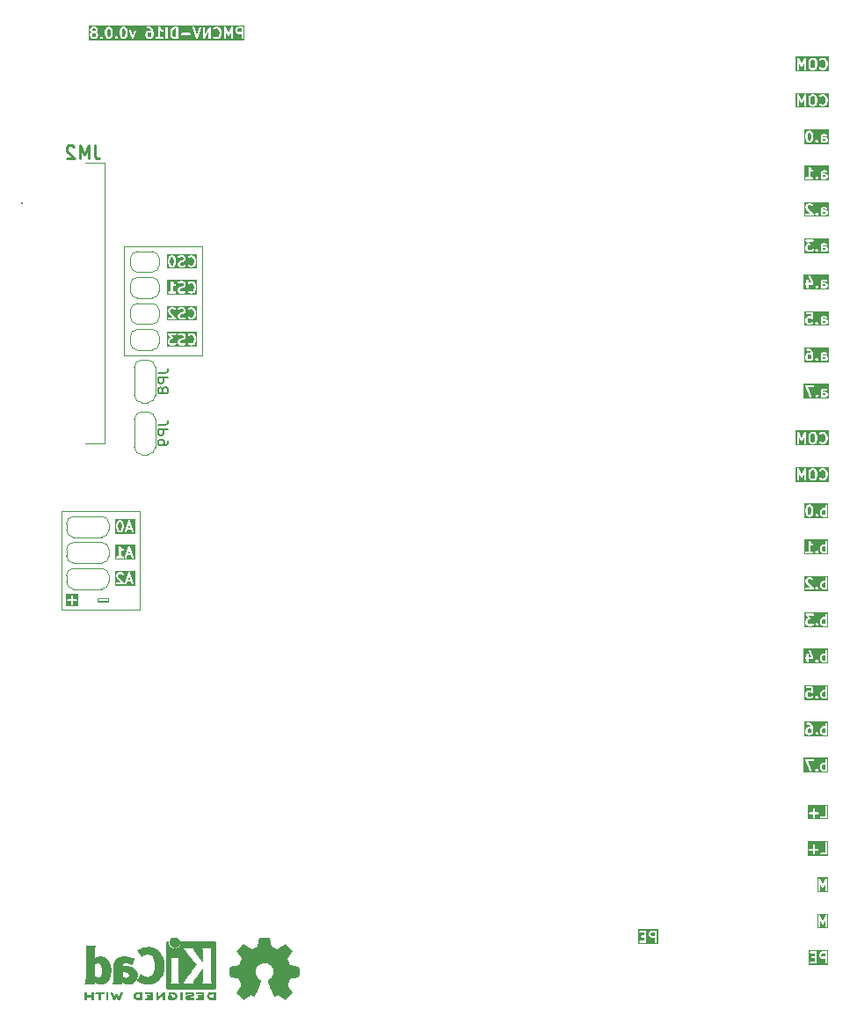
<source format=gbr>
%TF.GenerationSoftware,KiCad,Pcbnew,9.0.3*%
%TF.CreationDate,2025-09-01T16:02:37+03:00*%
%TF.ProjectId,PMCNV-DI16,504d434e-562d-4444-9931-362e6b696361,rev?*%
%TF.SameCoordinates,Original*%
%TF.FileFunction,Legend,Bot*%
%TF.FilePolarity,Positive*%
%FSLAX46Y46*%
G04 Gerber Fmt 4.6, Leading zero omitted, Abs format (unit mm)*
G04 Created by KiCad (PCBNEW 9.0.3) date 2025-09-01 16:02:37*
%MOMM*%
%LPD*%
G01*
G04 APERTURE LIST*
%ADD10C,0.100000*%
%ADD11C,0.200000*%
%ADD12C,0.254000*%
%ADD13C,0.150000*%
%ADD14C,0.120000*%
%ADD15C,0.010000*%
G04 APERTURE END LIST*
D10*
X-28500000Y25500000D02*
X-21000000Y25500000D01*
X-21000000Y15000000D01*
X-28500000Y15000000D01*
X-28500000Y25500000D01*
X-34500000Y0D02*
X-27000000Y0D01*
X-27000000Y-9500000D01*
X-34500000Y-9500000D01*
X-34500000Y0D01*
D11*
G36*
X39030326Y-6894974D02*
G01*
X39030326Y-7342796D01*
X39011481Y-7352219D01*
X38868219Y-7352219D01*
X38808609Y-7322414D01*
X38783942Y-7297746D01*
X38754136Y-7238134D01*
X38754136Y-6999635D01*
X38783941Y-6940025D01*
X38808609Y-6915356D01*
X38868219Y-6885552D01*
X39011481Y-6885552D01*
X39030326Y-6894974D01*
G37*
G36*
X39341437Y-7663330D02*
G01*
X37014454Y-7663330D01*
X37014454Y-6642695D01*
X37125565Y-6642695D01*
X37125565Y-6737933D01*
X37126537Y-6747806D01*
X37126350Y-6750440D01*
X37127137Y-6753903D01*
X37127486Y-6757442D01*
X37128497Y-6759884D01*
X37130697Y-6769556D01*
X37178316Y-6912412D01*
X37186307Y-6930313D01*
X37188662Y-6933028D01*
X37190037Y-6936347D01*
X37202473Y-6951501D01*
X37603190Y-7352219D01*
X37225565Y-7352219D01*
X37206056Y-7354140D01*
X37170008Y-7369072D01*
X37142418Y-7396662D01*
X37127486Y-7432710D01*
X37127486Y-7471728D01*
X37142418Y-7507776D01*
X37170008Y-7535366D01*
X37206056Y-7550298D01*
X37225565Y-7552219D01*
X37844612Y-7552219D01*
X37864121Y-7550298D01*
X37900169Y-7535366D01*
X37927759Y-7507776D01*
X37942691Y-7471728D01*
X37942691Y-7432710D01*
X37927759Y-7396662D01*
X37927758Y-7396661D01*
X37918263Y-7385091D01*
X38079866Y-7385091D01*
X38079866Y-7424109D01*
X38086329Y-7439712D01*
X38094798Y-7460158D01*
X38094802Y-7460162D01*
X38107234Y-7475311D01*
X38154853Y-7522929D01*
X38170006Y-7535366D01*
X38179009Y-7539095D01*
X38206055Y-7550298D01*
X38245073Y-7550298D01*
X38281121Y-7535366D01*
X38296275Y-7522930D01*
X38343893Y-7475311D01*
X38356330Y-7460158D01*
X38363082Y-7443856D01*
X38371261Y-7424110D01*
X38371262Y-7385092D01*
X38356331Y-7349043D01*
X38343894Y-7333890D01*
X38296275Y-7286270D01*
X38281122Y-7273833D01*
X38266190Y-7267648D01*
X38245073Y-7258901D01*
X38206055Y-7258901D01*
X38195497Y-7263274D01*
X38170007Y-7273832D01*
X38170006Y-7273833D01*
X38154852Y-7286270D01*
X38107234Y-7333890D01*
X38094797Y-7349043D01*
X38084784Y-7373219D01*
X38079866Y-7385091D01*
X37918263Y-7385091D01*
X37915323Y-7381508D01*
X37509844Y-6976028D01*
X38554136Y-6976028D01*
X38554136Y-7261742D01*
X38556057Y-7281251D01*
X38557432Y-7284571D01*
X38557687Y-7288155D01*
X38564693Y-7306463D01*
X38612312Y-7401701D01*
X38617595Y-7410093D01*
X38618607Y-7412537D01*
X38620863Y-7415286D01*
X38622755Y-7418291D01*
X38624749Y-7420020D01*
X38631044Y-7427690D01*
X38678662Y-7475310D01*
X38686330Y-7481603D01*
X38688062Y-7483600D01*
X38691070Y-7485493D01*
X38693816Y-7487747D01*
X38696256Y-7488757D01*
X38704653Y-7494043D01*
X38799890Y-7541662D01*
X38818199Y-7548668D01*
X38821782Y-7548922D01*
X38825103Y-7550298D01*
X38844612Y-7552219D01*
X39035088Y-7552219D01*
X39054597Y-7550298D01*
X39057917Y-7548922D01*
X39061501Y-7548668D01*
X39079809Y-7541662D01*
X39084412Y-7539360D01*
X39110817Y-7550298D01*
X39149835Y-7550298D01*
X39185883Y-7535366D01*
X39213473Y-7507776D01*
X39228405Y-7471728D01*
X39230326Y-7452219D01*
X39230326Y-6452219D01*
X39228405Y-6432710D01*
X39213473Y-6396662D01*
X39185883Y-6369072D01*
X39149835Y-6354140D01*
X39110817Y-6354140D01*
X39074769Y-6369072D01*
X39047179Y-6396662D01*
X39032247Y-6432710D01*
X39030326Y-6452219D01*
X39030326Y-6685552D01*
X38844612Y-6685552D01*
X38825103Y-6687473D01*
X38821782Y-6688848D01*
X38818199Y-6689103D01*
X38799890Y-6696109D01*
X38704653Y-6743728D01*
X38696256Y-6749013D01*
X38693816Y-6750024D01*
X38691070Y-6752277D01*
X38688062Y-6754171D01*
X38686329Y-6756168D01*
X38678663Y-6762461D01*
X38631044Y-6810079D01*
X38624749Y-6817749D01*
X38622755Y-6819479D01*
X38620861Y-6822486D01*
X38618608Y-6825233D01*
X38617597Y-6827672D01*
X38612312Y-6836069D01*
X38564693Y-6931307D01*
X38557687Y-6949615D01*
X38557432Y-6953198D01*
X38556057Y-6956519D01*
X38554136Y-6976028D01*
X37509844Y-6976028D01*
X37360586Y-6826770D01*
X37325565Y-6721706D01*
X37325565Y-6666302D01*
X37355370Y-6606692D01*
X37380038Y-6582023D01*
X37439648Y-6552219D01*
X37630529Y-6552219D01*
X37690138Y-6582024D01*
X37726282Y-6618167D01*
X37741435Y-6630604D01*
X37777484Y-6645535D01*
X37816502Y-6645535D01*
X37852550Y-6630604D01*
X37880140Y-6603014D01*
X37895071Y-6566966D01*
X37895071Y-6527948D01*
X37880140Y-6491899D01*
X37867703Y-6476746D01*
X37820085Y-6429127D01*
X37812414Y-6422832D01*
X37810685Y-6420838D01*
X37807677Y-6418944D01*
X37804931Y-6416691D01*
X37802491Y-6415680D01*
X37794095Y-6410395D01*
X37698857Y-6362776D01*
X37680549Y-6355770D01*
X37676965Y-6355515D01*
X37673645Y-6354140D01*
X37654136Y-6352219D01*
X37416041Y-6352219D01*
X37396532Y-6354140D01*
X37393211Y-6355515D01*
X37389628Y-6355770D01*
X37371319Y-6362776D01*
X37276082Y-6410395D01*
X37267685Y-6415680D01*
X37265245Y-6416691D01*
X37262499Y-6418944D01*
X37259491Y-6420838D01*
X37257758Y-6422835D01*
X37250092Y-6429128D01*
X37202473Y-6476746D01*
X37196178Y-6484416D01*
X37194184Y-6486146D01*
X37192290Y-6489153D01*
X37190037Y-6491900D01*
X37189026Y-6494339D01*
X37183741Y-6502736D01*
X37136122Y-6597974D01*
X37129116Y-6616282D01*
X37128861Y-6619865D01*
X37127486Y-6623186D01*
X37125565Y-6642695D01*
X37014454Y-6642695D01*
X37014454Y-6241108D01*
X39341437Y-6241108D01*
X39341437Y-7663330D01*
G37*
G36*
X39030326Y-42876028D02*
G01*
X38772981Y-42876028D01*
X38713371Y-42846223D01*
X38688703Y-42821554D01*
X38658898Y-42761944D01*
X38658898Y-42666302D01*
X38688703Y-42606692D01*
X38713371Y-42582023D01*
X38772981Y-42552219D01*
X39030326Y-42552219D01*
X39030326Y-42876028D01*
G37*
G36*
X39341437Y-43663330D02*
G01*
X37444946Y-43663330D01*
X37444946Y-42432710D01*
X37556057Y-42432710D01*
X37556057Y-42471728D01*
X37570989Y-42507776D01*
X37598579Y-42535366D01*
X37634627Y-42550298D01*
X37654136Y-42552219D01*
X38030326Y-42552219D01*
X38030326Y-42828409D01*
X37796993Y-42828409D01*
X37777484Y-42830330D01*
X37741436Y-42845262D01*
X37713846Y-42872852D01*
X37698914Y-42908900D01*
X37698914Y-42947918D01*
X37713846Y-42983966D01*
X37741436Y-43011556D01*
X37777484Y-43026488D01*
X37796993Y-43028409D01*
X38030326Y-43028409D01*
X38030326Y-43352219D01*
X37654136Y-43352219D01*
X37634627Y-43354140D01*
X37598579Y-43369072D01*
X37570989Y-43396662D01*
X37556057Y-43432710D01*
X37556057Y-43471728D01*
X37570989Y-43507776D01*
X37598579Y-43535366D01*
X37634627Y-43550298D01*
X37654136Y-43552219D01*
X38130326Y-43552219D01*
X38149835Y-43550298D01*
X38185883Y-43535366D01*
X38213473Y-43507776D01*
X38228405Y-43471728D01*
X38230326Y-43452219D01*
X38230326Y-42642695D01*
X38458898Y-42642695D01*
X38458898Y-42785552D01*
X38460819Y-42805061D01*
X38462194Y-42808381D01*
X38462449Y-42811965D01*
X38469455Y-42830273D01*
X38517074Y-42925511D01*
X38522359Y-42933907D01*
X38523370Y-42936347D01*
X38525623Y-42939093D01*
X38527517Y-42942101D01*
X38529511Y-42943830D01*
X38535806Y-42951501D01*
X38583425Y-42999119D01*
X38591091Y-43005411D01*
X38592824Y-43007409D01*
X38595832Y-43009302D01*
X38598578Y-43011556D01*
X38601018Y-43012566D01*
X38609415Y-43017852D01*
X38704652Y-43065471D01*
X38722961Y-43072477D01*
X38726544Y-43072731D01*
X38729865Y-43074107D01*
X38749374Y-43076028D01*
X39030326Y-43076028D01*
X39030326Y-43452219D01*
X39032247Y-43471728D01*
X39047179Y-43507776D01*
X39074769Y-43535366D01*
X39110817Y-43550298D01*
X39149835Y-43550298D01*
X39185883Y-43535366D01*
X39213473Y-43507776D01*
X39228405Y-43471728D01*
X39230326Y-43452219D01*
X39230326Y-42452219D01*
X39228405Y-42432710D01*
X39213473Y-42396662D01*
X39185883Y-42369072D01*
X39149835Y-42354140D01*
X39130326Y-42352219D01*
X38749374Y-42352219D01*
X38729865Y-42354140D01*
X38726544Y-42355515D01*
X38722961Y-42355770D01*
X38704652Y-42362776D01*
X38609415Y-42410395D01*
X38601018Y-42415680D01*
X38598578Y-42416691D01*
X38595832Y-42418944D01*
X38592824Y-42420838D01*
X38591091Y-42422835D01*
X38583425Y-42429128D01*
X38535806Y-42476746D01*
X38529511Y-42484416D01*
X38527517Y-42486146D01*
X38525623Y-42489153D01*
X38523370Y-42491900D01*
X38522359Y-42494339D01*
X38517074Y-42502736D01*
X38469455Y-42597974D01*
X38462449Y-42616282D01*
X38462194Y-42619865D01*
X38460819Y-42623186D01*
X38458898Y-42642695D01*
X38230326Y-42642695D01*
X38230326Y-42452219D01*
X38228405Y-42432710D01*
X38213473Y-42396662D01*
X38185883Y-42369072D01*
X38149835Y-42354140D01*
X38130326Y-42352219D01*
X37654136Y-42352219D01*
X37634627Y-42354140D01*
X37598579Y-42369072D01*
X37570989Y-42396662D01*
X37556057Y-42432710D01*
X37444946Y-42432710D01*
X37444946Y-42241108D01*
X39341437Y-42241108D01*
X39341437Y-43663330D01*
G37*
G36*
X37975851Y7417977D02*
G01*
X38040030Y7353798D01*
X38077945Y7202139D01*
X38077945Y6893425D01*
X38040029Y6741765D01*
X37975853Y6677587D01*
X37916243Y6647781D01*
X37772981Y6647781D01*
X37713371Y6677586D01*
X37649194Y6741764D01*
X37611279Y6893425D01*
X37611279Y7202138D01*
X37649194Y7353798D01*
X37713373Y7417977D01*
X37772981Y7447781D01*
X37916243Y7447781D01*
X37975851Y7417977D01*
G37*
G36*
X39389056Y6336670D02*
G01*
X36204930Y6336670D01*
X36204930Y7547781D01*
X36316041Y7547781D01*
X36316041Y6547781D01*
X36317962Y6528272D01*
X36332894Y6492224D01*
X36360484Y6464634D01*
X36396532Y6449702D01*
X36435550Y6449702D01*
X36471598Y6464634D01*
X36499188Y6492224D01*
X36514120Y6528272D01*
X36516041Y6547781D01*
X36516041Y7097025D01*
X36658756Y6791207D01*
X36662988Y6784062D01*
X36663868Y6781644D01*
X36665433Y6779935D01*
X36668747Y6774341D01*
X36679957Y6764075D01*
X36690219Y6752869D01*
X36694244Y6750991D01*
X36697522Y6747989D01*
X36711804Y6742796D01*
X36725577Y6736368D01*
X36730016Y6736173D01*
X36734191Y6734655D01*
X36749374Y6735323D01*
X36764557Y6734655D01*
X36768730Y6736173D01*
X36773172Y6736368D01*
X36786956Y6742801D01*
X36801226Y6747990D01*
X36804499Y6750988D01*
X36808529Y6752868D01*
X36818798Y6764083D01*
X36830001Y6774341D01*
X36833312Y6779932D01*
X36834881Y6781644D01*
X36835761Y6784066D01*
X36839992Y6791207D01*
X36982707Y7097026D01*
X36982707Y6547781D01*
X36984628Y6528272D01*
X36999560Y6492224D01*
X37027150Y6464634D01*
X37063198Y6449702D01*
X37102216Y6449702D01*
X37138264Y6464634D01*
X37165854Y6492224D01*
X37180786Y6528272D01*
X37182707Y6547781D01*
X37182707Y7214448D01*
X37411279Y7214448D01*
X37411279Y6881115D01*
X37411614Y6877713D01*
X37411397Y6876254D01*
X37412476Y6868957D01*
X37413200Y6861606D01*
X37413764Y6860243D01*
X37414265Y6856861D01*
X37461884Y6666386D01*
X37468479Y6647925D01*
X37472904Y6641953D01*
X37475750Y6635082D01*
X37488187Y6619929D01*
X37583425Y6524689D01*
X37591093Y6518396D01*
X37592824Y6516400D01*
X37595831Y6514507D01*
X37598578Y6512253D01*
X37601018Y6511243D01*
X37609415Y6505957D01*
X37704652Y6458338D01*
X37722961Y6451332D01*
X37726544Y6451078D01*
X37729865Y6449702D01*
X37749374Y6447781D01*
X37939850Y6447781D01*
X37959359Y6449702D01*
X37962679Y6451078D01*
X37966263Y6451332D01*
X37984571Y6458338D01*
X38079809Y6505957D01*
X38088204Y6511242D01*
X38090646Y6512253D01*
X38093393Y6514509D01*
X38096399Y6516400D01*
X38098129Y6518395D01*
X38105799Y6524690D01*
X38201037Y6619929D01*
X38213474Y6635082D01*
X38216319Y6641953D01*
X38220745Y6647925D01*
X38227340Y6666385D01*
X38274959Y6856861D01*
X38275459Y6860243D01*
X38276024Y6861606D01*
X38276747Y6868957D01*
X38277827Y6876254D01*
X38277609Y6877713D01*
X38277945Y6881115D01*
X38277945Y7214448D01*
X38277609Y7217851D01*
X38277827Y7219309D01*
X38276747Y7226607D01*
X38276024Y7233957D01*
X38275459Y7235321D01*
X38274959Y7238702D01*
X38227340Y7429178D01*
X38220745Y7447638D01*
X38216318Y7453613D01*
X38213473Y7460481D01*
X38203977Y7472052D01*
X38460819Y7472052D01*
X38460819Y7433034D01*
X38475751Y7396986D01*
X38503341Y7369396D01*
X38539389Y7354464D01*
X38578407Y7354464D01*
X38614455Y7369396D01*
X38629609Y7381832D01*
X38660535Y7412760D01*
X38765600Y7447781D01*
X38828385Y7447781D01*
X38933449Y7412760D01*
X39000522Y7345687D01*
X39035974Y7274782D01*
X39077945Y7106901D01*
X39077945Y6988663D01*
X39035974Y6820782D01*
X39000521Y6749876D01*
X38933450Y6682803D01*
X38828385Y6647781D01*
X38765600Y6647781D01*
X38660535Y6682803D01*
X38629609Y6713730D01*
X38614456Y6726167D01*
X38578408Y6741098D01*
X38539390Y6741099D01*
X38503341Y6726168D01*
X38475751Y6698578D01*
X38460820Y6662530D01*
X38460819Y6623512D01*
X38475750Y6587463D01*
X38488187Y6572310D01*
X38535805Y6524690D01*
X38550959Y6512253D01*
X38554278Y6510878D01*
X38556994Y6508523D01*
X38574894Y6500532D01*
X38717751Y6452913D01*
X38727423Y6450714D01*
X38729865Y6449702D01*
X38733402Y6449354D01*
X38736866Y6448566D01*
X38739500Y6448754D01*
X38749374Y6447781D01*
X38844612Y6447781D01*
X38854485Y6448754D01*
X38857119Y6448566D01*
X38860582Y6449354D01*
X38864121Y6449702D01*
X38866563Y6450714D01*
X38876235Y6452913D01*
X39019091Y6500532D01*
X39036992Y6508523D01*
X39039707Y6510878D01*
X39043027Y6512253D01*
X39058180Y6524690D01*
X39153418Y6619929D01*
X39159710Y6627596D01*
X39161707Y6629327D01*
X39163600Y6632335D01*
X39165855Y6635082D01*
X39166866Y6637524D01*
X39172150Y6645918D01*
X39219769Y6741155D01*
X39220315Y6742584D01*
X39220745Y6743163D01*
X39223666Y6751340D01*
X39226775Y6759464D01*
X39226826Y6760185D01*
X39227340Y6761623D01*
X39274959Y6952099D01*
X39275459Y6955481D01*
X39276024Y6956844D01*
X39276747Y6964195D01*
X39277827Y6971492D01*
X39277609Y6972951D01*
X39277945Y6976353D01*
X39277945Y7119210D01*
X39277609Y7122613D01*
X39277827Y7124071D01*
X39276747Y7131369D01*
X39276024Y7138719D01*
X39275459Y7140083D01*
X39274959Y7143464D01*
X39227340Y7333940D01*
X39226826Y7335379D01*
X39226775Y7336099D01*
X39223666Y7344224D01*
X39220745Y7352400D01*
X39220315Y7352980D01*
X39219769Y7354408D01*
X39172150Y7449645D01*
X39166863Y7458044D01*
X39165854Y7460481D01*
X39163602Y7463225D01*
X39161707Y7466236D01*
X39159709Y7467969D01*
X39153418Y7475635D01*
X39058180Y7570873D01*
X39043026Y7583309D01*
X39039707Y7584684D01*
X39036992Y7587039D01*
X39019091Y7595030D01*
X38876235Y7642649D01*
X38866563Y7644849D01*
X38864121Y7645860D01*
X38860582Y7646209D01*
X38857119Y7646996D01*
X38854485Y7646809D01*
X38844612Y7647781D01*
X38749374Y7647781D01*
X38739500Y7646809D01*
X38736866Y7646996D01*
X38733402Y7646209D01*
X38729865Y7645860D01*
X38727423Y7644849D01*
X38717751Y7642649D01*
X38574894Y7595030D01*
X38556994Y7587039D01*
X38554278Y7584684D01*
X38550959Y7583309D01*
X38535806Y7570872D01*
X38488187Y7523254D01*
X38475751Y7508100D01*
X38460819Y7472052D01*
X38203977Y7472052D01*
X38201037Y7475635D01*
X38105799Y7570873D01*
X38098128Y7577168D01*
X38096399Y7579162D01*
X38093391Y7581056D01*
X38090645Y7583309D01*
X38088205Y7584320D01*
X38079809Y7589605D01*
X37984571Y7637224D01*
X37966263Y7644230D01*
X37962679Y7644485D01*
X37959359Y7645860D01*
X37939850Y7647781D01*
X37749374Y7647781D01*
X37729865Y7645860D01*
X37726544Y7644485D01*
X37722961Y7644230D01*
X37704652Y7637224D01*
X37609415Y7589605D01*
X37601016Y7584319D01*
X37598579Y7583309D01*
X37595835Y7581058D01*
X37592824Y7579162D01*
X37591091Y7577165D01*
X37583425Y7570873D01*
X37488187Y7475635D01*
X37475751Y7460481D01*
X37472905Y7453613D01*
X37468479Y7447638D01*
X37461884Y7429177D01*
X37414265Y7238702D01*
X37413764Y7235321D01*
X37413200Y7233957D01*
X37412476Y7226607D01*
X37411397Y7219309D01*
X37411614Y7217851D01*
X37411279Y7214448D01*
X37182707Y7214448D01*
X37182707Y7547781D01*
X37181444Y7560605D01*
X37181548Y7562964D01*
X37181087Y7564232D01*
X37180786Y7567290D01*
X37174145Y7583321D01*
X37168214Y7599633D01*
X37166707Y7601279D01*
X37165854Y7603338D01*
X37153592Y7615600D01*
X37141862Y7628409D01*
X37139838Y7629354D01*
X37138264Y7630928D01*
X37122248Y7637563D01*
X37106505Y7644909D01*
X37104275Y7645007D01*
X37102216Y7645860D01*
X37084864Y7645860D01*
X37067524Y7646622D01*
X37065428Y7645860D01*
X37063198Y7645860D01*
X37047167Y7639220D01*
X37030855Y7633288D01*
X37029209Y7631782D01*
X37027150Y7630928D01*
X37014882Y7618661D01*
X37002080Y7606936D01*
X37000513Y7604292D01*
X36999560Y7603338D01*
X36998656Y7601157D01*
X36992089Y7590070D01*
X36749373Y7069967D01*
X36506659Y7590070D01*
X36500091Y7601157D01*
X36499188Y7603338D01*
X36498234Y7604292D01*
X36496668Y7606936D01*
X36483871Y7618655D01*
X36471598Y7630928D01*
X36469536Y7631782D01*
X36467893Y7633287D01*
X36451591Y7639216D01*
X36435550Y7645860D01*
X36433319Y7645860D01*
X36431224Y7646622D01*
X36413884Y7645860D01*
X36396532Y7645860D01*
X36394472Y7645007D01*
X36392244Y7644909D01*
X36376513Y7637568D01*
X36360484Y7630928D01*
X36358907Y7629352D01*
X36356886Y7628408D01*
X36345167Y7615612D01*
X36332894Y7603338D01*
X36332040Y7601277D01*
X36330535Y7599633D01*
X36324606Y7583332D01*
X36317962Y7567290D01*
X36317660Y7564232D01*
X36317200Y7562964D01*
X36317303Y7560605D01*
X36316041Y7547781D01*
X36204930Y7547781D01*
X36204930Y7758892D01*
X39389056Y7758892D01*
X39389056Y6336670D01*
G37*
G36*
X37594900Y36417976D02*
G01*
X37619569Y36393308D01*
X37655022Y36322401D01*
X37696993Y36154520D01*
X37696993Y35941044D01*
X37655022Y35773163D01*
X37619569Y35702257D01*
X37594900Y35677587D01*
X37535291Y35647781D01*
X37487267Y35647781D01*
X37427657Y35677586D01*
X37402990Y35702254D01*
X37367535Y35773163D01*
X37325565Y35941044D01*
X37325565Y36154519D01*
X37367535Y36322401D01*
X37402989Y36393308D01*
X37427657Y36417977D01*
X37487267Y36447781D01*
X37535291Y36447781D01*
X37594900Y36417976D01*
G37*
G36*
X39055790Y35806579D02*
G01*
X39077945Y35762270D01*
X39077945Y35714246D01*
X39055790Y35669937D01*
X39011481Y35647781D01*
X38820600Y35647781D01*
X38801755Y35657204D01*
X38801755Y35828734D01*
X39011481Y35828734D01*
X39055790Y35806579D01*
G37*
G36*
X39389056Y35336670D02*
G01*
X37014454Y35336670D01*
X37014454Y36166829D01*
X37125565Y36166829D01*
X37125565Y35928734D01*
X37125900Y35925332D01*
X37125683Y35923873D01*
X37126762Y35916576D01*
X37127486Y35909225D01*
X37128050Y35907862D01*
X37128551Y35904480D01*
X37176170Y35714005D01*
X37176683Y35712568D01*
X37176735Y35711845D01*
X37179843Y35703721D01*
X37182765Y35695544D01*
X37183195Y35694964D01*
X37183741Y35693537D01*
X37231360Y35598299D01*
X37236643Y35589907D01*
X37237655Y35587463D01*
X37239911Y35584714D01*
X37241803Y35581709D01*
X37243797Y35579980D01*
X37250092Y35572310D01*
X37297710Y35524690D01*
X37305378Y35518397D01*
X37307110Y35516400D01*
X37310118Y35514507D01*
X37312864Y35512253D01*
X37315304Y35511243D01*
X37323701Y35505957D01*
X37418938Y35458338D01*
X37437247Y35451332D01*
X37440830Y35451078D01*
X37444151Y35449702D01*
X37463660Y35447781D01*
X37558898Y35447781D01*
X37578407Y35449702D01*
X37581727Y35451078D01*
X37585311Y35451332D01*
X37603619Y35458338D01*
X37698857Y35505957D01*
X37707252Y35511242D01*
X37709694Y35512253D01*
X37712441Y35514509D01*
X37715447Y35516400D01*
X37717177Y35518395D01*
X37724847Y35524690D01*
X37772466Y35572310D01*
X37778758Y35579977D01*
X37780755Y35581708D01*
X37782648Y35584716D01*
X37784903Y35587463D01*
X37785914Y35589905D01*
X37791198Y35598299D01*
X37799503Y35614909D01*
X38079866Y35614909D01*
X38079866Y35575891D01*
X38086329Y35560288D01*
X38094798Y35539842D01*
X38094802Y35539838D01*
X38107234Y35524689D01*
X38154853Y35477071D01*
X38170006Y35464634D01*
X38179009Y35460905D01*
X38206055Y35449702D01*
X38245073Y35449702D01*
X38281121Y35464634D01*
X38296275Y35477070D01*
X38343893Y35524689D01*
X38356330Y35539842D01*
X38363082Y35556144D01*
X38371261Y35575890D01*
X38371262Y35614908D01*
X38356331Y35650957D01*
X38343894Y35666110D01*
X38296275Y35713730D01*
X38281122Y35726167D01*
X38258928Y35735360D01*
X38256528Y35736354D01*
X38245073Y35741099D01*
X38206055Y35741099D01*
X38195497Y35736726D01*
X38170007Y35726168D01*
X38170006Y35726167D01*
X38154852Y35713730D01*
X38107234Y35666110D01*
X38094797Y35650957D01*
X38084784Y35626781D01*
X38079866Y35614909D01*
X37799503Y35614909D01*
X37838817Y35693536D01*
X37839363Y35694965D01*
X37839793Y35695544D01*
X37842714Y35703721D01*
X37845823Y35711845D01*
X37845874Y35712566D01*
X37846388Y35714004D01*
X37894007Y35904480D01*
X37894507Y35907862D01*
X37895072Y35909225D01*
X37895795Y35916576D01*
X37896875Y35923873D01*
X37896657Y35925332D01*
X37896993Y35928734D01*
X37896993Y36071591D01*
X38601755Y36071591D01*
X38601755Y35547781D01*
X38603676Y35528272D01*
X38618608Y35492224D01*
X38646198Y35464634D01*
X38682246Y35449702D01*
X38721264Y35449702D01*
X38747668Y35460640D01*
X38752271Y35458338D01*
X38770580Y35451332D01*
X38774163Y35451078D01*
X38777484Y35449702D01*
X38796993Y35447781D01*
X39035088Y35447781D01*
X39054597Y35449702D01*
X39057917Y35451078D01*
X39061501Y35451332D01*
X39079809Y35458338D01*
X39175047Y35505957D01*
X39178309Y35508011D01*
X39179849Y35508524D01*
X39181765Y35510187D01*
X39191637Y35516400D01*
X39199852Y35525874D01*
X39209326Y35534089D01*
X39215539Y35543961D01*
X39217202Y35545877D01*
X39217714Y35547416D01*
X39219769Y35550679D01*
X39267388Y35645918D01*
X39274394Y35664226D01*
X39274648Y35667810D01*
X39276024Y35671130D01*
X39277945Y35690639D01*
X39277945Y35785877D01*
X39276024Y35805386D01*
X39274648Y35808707D01*
X39274394Y35812290D01*
X39267388Y35830599D01*
X39219769Y35925836D01*
X39217714Y35929100D01*
X39217202Y35930638D01*
X39215540Y35932554D01*
X39209326Y35942427D01*
X39199850Y35950645D01*
X39191637Y35960115D01*
X39181765Y35966329D01*
X39179849Y35967991D01*
X39178310Y35968505D01*
X39175047Y35970558D01*
X39079809Y36018177D01*
X39061501Y36025183D01*
X39057917Y36025438D01*
X39054597Y36026813D01*
X39035088Y36028734D01*
X38820600Y36028734D01*
X38801755Y36038157D01*
X38801755Y36047984D01*
X38823910Y36092294D01*
X38868219Y36114448D01*
X39011481Y36114448D01*
X39085604Y36077386D01*
X39103913Y36070380D01*
X39142833Y36067614D01*
X39179849Y36079953D01*
X39209326Y36105518D01*
X39226775Y36140416D01*
X39229540Y36179336D01*
X39217202Y36216352D01*
X39191637Y36245829D01*
X39175047Y36256272D01*
X39079809Y36303891D01*
X39061501Y36310897D01*
X39057917Y36311152D01*
X39054597Y36312527D01*
X39035088Y36314448D01*
X38844612Y36314448D01*
X38825103Y36312527D01*
X38821782Y36311152D01*
X38818199Y36310897D01*
X38799890Y36303891D01*
X38704653Y36256272D01*
X38701389Y36254218D01*
X38699851Y36253705D01*
X38697935Y36252044D01*
X38688062Y36245829D01*
X38679844Y36236354D01*
X38670374Y36228140D01*
X38664160Y36218269D01*
X38662498Y36216352D01*
X38661984Y36214814D01*
X38659931Y36211550D01*
X38612312Y36116312D01*
X38605306Y36098004D01*
X38605051Y36094421D01*
X38603676Y36091100D01*
X38601755Y36071591D01*
X37896993Y36071591D01*
X37896993Y36166829D01*
X37896657Y36170232D01*
X37896875Y36171690D01*
X37895795Y36178988D01*
X37895072Y36186338D01*
X37894507Y36187702D01*
X37894007Y36191083D01*
X37846388Y36381559D01*
X37845874Y36382998D01*
X37845823Y36383718D01*
X37842714Y36391843D01*
X37839793Y36400019D01*
X37839363Y36400599D01*
X37838817Y36402027D01*
X37791198Y36497264D01*
X37785912Y36505661D01*
X37784902Y36508101D01*
X37782648Y36510847D01*
X37780755Y36513855D01*
X37778757Y36515588D01*
X37772465Y36523254D01*
X37724847Y36570873D01*
X37717176Y36577168D01*
X37715447Y36579162D01*
X37712439Y36581056D01*
X37709693Y36583309D01*
X37707253Y36584320D01*
X37698857Y36589605D01*
X37603619Y36637224D01*
X37585311Y36644230D01*
X37581727Y36644485D01*
X37578407Y36645860D01*
X37558898Y36647781D01*
X37463660Y36647781D01*
X37444151Y36645860D01*
X37440830Y36644485D01*
X37437247Y36644230D01*
X37418938Y36637224D01*
X37323701Y36589605D01*
X37315304Y36584320D01*
X37312864Y36583309D01*
X37310118Y36581056D01*
X37307110Y36579162D01*
X37305377Y36577165D01*
X37297711Y36570872D01*
X37250092Y36523254D01*
X37243797Y36515584D01*
X37241803Y36513854D01*
X37239909Y36510847D01*
X37237656Y36508100D01*
X37236645Y36505661D01*
X37231360Y36497264D01*
X37183741Y36402026D01*
X37183195Y36400600D01*
X37182765Y36400019D01*
X37179843Y36391843D01*
X37176735Y36383718D01*
X37176683Y36382996D01*
X37176170Y36381558D01*
X37128551Y36191083D01*
X37128050Y36187702D01*
X37127486Y36186338D01*
X37126762Y36178988D01*
X37125683Y36171690D01*
X37125900Y36170232D01*
X37125565Y36166829D01*
X37014454Y36166829D01*
X37014454Y36758892D01*
X39389056Y36758892D01*
X39389056Y35336670D01*
G37*
G36*
X39055790Y25306579D02*
G01*
X39077945Y25262270D01*
X39077945Y25214246D01*
X39055790Y25169937D01*
X39011481Y25147781D01*
X38820600Y25147781D01*
X38801755Y25157204D01*
X38801755Y25328734D01*
X39011481Y25328734D01*
X39055790Y25306579D01*
G37*
G36*
X39389056Y24836670D02*
G01*
X37014454Y24836670D01*
X37014454Y25476353D01*
X37125565Y25476353D01*
X37125565Y25238258D01*
X37127486Y25218749D01*
X37128861Y25215429D01*
X37129116Y25211845D01*
X37136122Y25193537D01*
X37183741Y25098299D01*
X37189024Y25089907D01*
X37190036Y25087463D01*
X37192292Y25084714D01*
X37194184Y25081709D01*
X37196178Y25079980D01*
X37202473Y25072310D01*
X37250091Y25024690D01*
X37257759Y25018397D01*
X37259491Y25016400D01*
X37262499Y25014507D01*
X37265245Y25012253D01*
X37267685Y25011243D01*
X37276082Y25005957D01*
X37371319Y24958338D01*
X37389628Y24951332D01*
X37393211Y24951078D01*
X37396532Y24949702D01*
X37416041Y24947781D01*
X37701755Y24947781D01*
X37721264Y24949702D01*
X37724584Y24951078D01*
X37728168Y24951332D01*
X37746476Y24958338D01*
X37841714Y25005957D01*
X37850109Y25011242D01*
X37852551Y25012253D01*
X37855298Y25014509D01*
X37858304Y25016400D01*
X37860034Y25018395D01*
X37867704Y25024690D01*
X37915323Y25072310D01*
X37927760Y25087463D01*
X37939128Y25114909D01*
X38079866Y25114909D01*
X38079866Y25075891D01*
X38086329Y25060288D01*
X38094798Y25039842D01*
X38094802Y25039838D01*
X38107234Y25024689D01*
X38154853Y24977071D01*
X38170006Y24964634D01*
X38179009Y24960905D01*
X38206055Y24949702D01*
X38245073Y24949702D01*
X38281121Y24964634D01*
X38296275Y24977070D01*
X38343893Y25024689D01*
X38356330Y25039842D01*
X38363082Y25056144D01*
X38371261Y25075890D01*
X38371262Y25114908D01*
X38356331Y25150957D01*
X38343894Y25166110D01*
X38296275Y25213730D01*
X38281122Y25226167D01*
X38258928Y25235360D01*
X38256528Y25236354D01*
X38245073Y25241099D01*
X38206055Y25241099D01*
X38195497Y25236726D01*
X38170007Y25226168D01*
X38170006Y25226167D01*
X38154852Y25213730D01*
X38107234Y25166110D01*
X38094797Y25150957D01*
X38084784Y25126781D01*
X38079866Y25114909D01*
X37939128Y25114909D01*
X37942691Y25123512D01*
X37942690Y25162530D01*
X37927759Y25198578D01*
X37900168Y25226168D01*
X37864120Y25241099D01*
X37825102Y25241098D01*
X37789054Y25226167D01*
X37773900Y25213730D01*
X37737757Y25177587D01*
X37678148Y25147781D01*
X37439648Y25147781D01*
X37380038Y25177586D01*
X37355371Y25202254D01*
X37325565Y25261866D01*
X37325565Y25452746D01*
X37355370Y25512356D01*
X37380038Y25537025D01*
X37439648Y25566829D01*
X37558898Y25566829D01*
X37569215Y25567845D01*
X37571840Y25567670D01*
X37573647Y25568282D01*
X37578407Y25568750D01*
X37585265Y25571591D01*
X38601755Y25571591D01*
X38601755Y25047781D01*
X38603676Y25028272D01*
X38618608Y24992224D01*
X38646198Y24964634D01*
X38682246Y24949702D01*
X38721264Y24949702D01*
X38747668Y24960640D01*
X38752271Y24958338D01*
X38770580Y24951332D01*
X38774163Y24951078D01*
X38777484Y24949702D01*
X38796993Y24947781D01*
X39035088Y24947781D01*
X39054597Y24949702D01*
X39057917Y24951078D01*
X39061501Y24951332D01*
X39079809Y24958338D01*
X39175047Y25005957D01*
X39178309Y25008011D01*
X39179849Y25008524D01*
X39181765Y25010187D01*
X39191637Y25016400D01*
X39199852Y25025874D01*
X39209326Y25034089D01*
X39215539Y25043961D01*
X39217202Y25045877D01*
X39217714Y25047416D01*
X39219769Y25050679D01*
X39267388Y25145918D01*
X39274394Y25164226D01*
X39274648Y25167810D01*
X39276024Y25171130D01*
X39277945Y25190639D01*
X39277945Y25285877D01*
X39276024Y25305386D01*
X39274648Y25308707D01*
X39274394Y25312290D01*
X39267388Y25330599D01*
X39219769Y25425836D01*
X39217714Y25429100D01*
X39217202Y25430638D01*
X39215540Y25432554D01*
X39209326Y25442427D01*
X39199850Y25450645D01*
X39191637Y25460115D01*
X39181765Y25466329D01*
X39179849Y25467991D01*
X39178310Y25468505D01*
X39175047Y25470558D01*
X39079809Y25518177D01*
X39061501Y25525183D01*
X39057917Y25525438D01*
X39054597Y25526813D01*
X39035088Y25528734D01*
X38820600Y25528734D01*
X38801755Y25538157D01*
X38801755Y25547984D01*
X38823910Y25592294D01*
X38868219Y25614448D01*
X39011481Y25614448D01*
X39085604Y25577386D01*
X39103913Y25570380D01*
X39142833Y25567614D01*
X39179849Y25579953D01*
X39209326Y25605518D01*
X39226775Y25640416D01*
X39229540Y25679336D01*
X39217202Y25716352D01*
X39191637Y25745829D01*
X39175047Y25756272D01*
X39079809Y25803891D01*
X39061501Y25810897D01*
X39057917Y25811152D01*
X39054597Y25812527D01*
X39035088Y25814448D01*
X38844612Y25814448D01*
X38825103Y25812527D01*
X38821782Y25811152D01*
X38818199Y25810897D01*
X38799890Y25803891D01*
X38704653Y25756272D01*
X38701389Y25754218D01*
X38699851Y25753705D01*
X38697935Y25752044D01*
X38688062Y25745829D01*
X38679844Y25736354D01*
X38670374Y25728140D01*
X38664160Y25718269D01*
X38662498Y25716352D01*
X38661984Y25714814D01*
X38659931Y25711550D01*
X38612312Y25616312D01*
X38605306Y25598004D01*
X38605051Y25594421D01*
X38603676Y25591100D01*
X38601755Y25571591D01*
X37585265Y25571591D01*
X37593410Y25574965D01*
X37608802Y25580170D01*
X37611341Y25582393D01*
X37614455Y25583682D01*
X37625932Y25595160D01*
X37638166Y25605864D01*
X37639661Y25608889D01*
X37642045Y25611272D01*
X37648259Y25626274D01*
X37655462Y25640839D01*
X37655686Y25644205D01*
X37656977Y25647320D01*
X37656977Y25663569D01*
X37658057Y25679771D01*
X37656977Y25682965D01*
X37656977Y25686338D01*
X37650761Y25701344D01*
X37645557Y25716732D01*
X37642775Y25720623D01*
X37642045Y25722386D01*
X37640185Y25724246D01*
X37634156Y25732679D01*
X37445942Y25947781D01*
X37844612Y25947781D01*
X37864121Y25949702D01*
X37900169Y25964634D01*
X37927759Y25992224D01*
X37942691Y26028272D01*
X37942691Y26067290D01*
X37927759Y26103338D01*
X37900169Y26130928D01*
X37864121Y26145860D01*
X37844612Y26147781D01*
X37225565Y26147781D01*
X37215247Y26146766D01*
X37212623Y26146940D01*
X37210815Y26146329D01*
X37206056Y26145860D01*
X37191050Y26139645D01*
X37175662Y26134440D01*
X37173122Y26132219D01*
X37170008Y26130928D01*
X37158523Y26119444D01*
X37146298Y26108746D01*
X37144802Y26105723D01*
X37142418Y26103338D01*
X37136201Y26088332D01*
X37129001Y26073771D01*
X37128776Y26070406D01*
X37127486Y26067290D01*
X37127486Y26051042D01*
X37126406Y26034839D01*
X37127486Y26031646D01*
X37127486Y26028272D01*
X37133701Y26013267D01*
X37138906Y25997878D01*
X37141687Y25993988D01*
X37142418Y25992224D01*
X37144277Y25990365D01*
X37150307Y25981931D01*
X37354928Y25748077D01*
X37276082Y25708653D01*
X37267685Y25703368D01*
X37265245Y25702357D01*
X37262499Y25700104D01*
X37259491Y25698210D01*
X37257758Y25696213D01*
X37250092Y25689920D01*
X37202473Y25642302D01*
X37196178Y25634632D01*
X37194184Y25632902D01*
X37192290Y25629895D01*
X37190037Y25627148D01*
X37189026Y25624709D01*
X37183741Y25616312D01*
X37136122Y25521074D01*
X37129116Y25502766D01*
X37128861Y25499183D01*
X37127486Y25495862D01*
X37125565Y25476353D01*
X37014454Y25476353D01*
X37014454Y26258892D01*
X39389056Y26258892D01*
X39389056Y24836670D01*
G37*
G36*
X-23808611Y24417976D02*
G01*
X-23783942Y24393308D01*
X-23748489Y24322401D01*
X-23706518Y24154520D01*
X-23706518Y23941044D01*
X-23748489Y23773163D01*
X-23783942Y23702257D01*
X-23808611Y23677587D01*
X-23868220Y23647781D01*
X-23916244Y23647781D01*
X-23975854Y23677586D01*
X-24000521Y23702254D01*
X-24035976Y23773163D01*
X-24077946Y23941044D01*
X-24077946Y24154519D01*
X-24035976Y24322401D01*
X-24000522Y24393308D01*
X-23975854Y24417977D01*
X-23916244Y24447781D01*
X-23868220Y24447781D01*
X-23808611Y24417976D01*
G37*
G36*
X-21443026Y23336670D02*
G01*
X-24389057Y23336670D01*
X-24389057Y24166829D01*
X-24277946Y24166829D01*
X-24277946Y23928734D01*
X-24277611Y23925332D01*
X-24277828Y23923873D01*
X-24276749Y23916576D01*
X-24276025Y23909225D01*
X-24275461Y23907862D01*
X-24274960Y23904480D01*
X-24227341Y23714005D01*
X-24226828Y23712568D01*
X-24226776Y23711845D01*
X-24223668Y23703721D01*
X-24220746Y23695544D01*
X-24220316Y23694964D01*
X-24219770Y23693537D01*
X-24172151Y23598299D01*
X-24166868Y23589907D01*
X-24165856Y23587463D01*
X-24163600Y23584714D01*
X-24161708Y23581709D01*
X-24159714Y23579980D01*
X-24153419Y23572310D01*
X-24105801Y23524690D01*
X-24098133Y23518397D01*
X-24096401Y23516400D01*
X-24093393Y23514507D01*
X-24090647Y23512253D01*
X-24088207Y23511243D01*
X-24079810Y23505957D01*
X-23984573Y23458338D01*
X-23966264Y23451332D01*
X-23962681Y23451078D01*
X-23959360Y23449702D01*
X-23939851Y23447781D01*
X-23844613Y23447781D01*
X-23825104Y23449702D01*
X-23821784Y23451078D01*
X-23818200Y23451332D01*
X-23799892Y23458338D01*
X-23704654Y23505957D01*
X-23696259Y23511242D01*
X-23693817Y23512253D01*
X-23691070Y23514509D01*
X-23688064Y23516400D01*
X-23686334Y23518395D01*
X-23678664Y23524690D01*
X-23631045Y23572310D01*
X-23624753Y23579977D01*
X-23622756Y23581708D01*
X-23620863Y23584716D01*
X-23618608Y23587463D01*
X-23617597Y23589905D01*
X-23612313Y23598299D01*
X-23564694Y23693536D01*
X-23564148Y23694965D01*
X-23563718Y23695544D01*
X-23560797Y23703721D01*
X-23557688Y23711845D01*
X-23557637Y23712566D01*
X-23557123Y23714004D01*
X-23527250Y23833496D01*
X-23325565Y23833496D01*
X-23325565Y23738258D01*
X-23323644Y23718749D01*
X-23322269Y23715429D01*
X-23322014Y23711845D01*
X-23315008Y23693537D01*
X-23267389Y23598299D01*
X-23262106Y23589907D01*
X-23261094Y23587463D01*
X-23258838Y23584714D01*
X-23256946Y23581709D01*
X-23254952Y23579980D01*
X-23248657Y23572310D01*
X-23201039Y23524690D01*
X-23193371Y23518397D01*
X-23191639Y23516400D01*
X-23188631Y23514507D01*
X-23185885Y23512253D01*
X-23183445Y23511243D01*
X-23175048Y23505957D01*
X-23079811Y23458338D01*
X-23061502Y23451332D01*
X-23057919Y23451078D01*
X-23054598Y23449702D01*
X-23035089Y23447781D01*
X-22796994Y23447781D01*
X-22787121Y23448754D01*
X-22784487Y23448566D01*
X-22781024Y23449354D01*
X-22777485Y23449702D01*
X-22775043Y23450714D01*
X-22765371Y23452913D01*
X-22622515Y23500532D01*
X-22604614Y23508523D01*
X-22575138Y23534088D01*
X-22557689Y23568987D01*
X-22554922Y23607907D01*
X-22567261Y23644923D01*
X-22592826Y23674399D01*
X-22627725Y23691849D01*
X-22666645Y23694615D01*
X-22685760Y23690268D01*
X-22813221Y23647781D01*
X-23011482Y23647781D01*
X-23071092Y23677586D01*
X-23095759Y23702254D01*
X-23125565Y23761866D01*
X-23125565Y23809889D01*
X-23095760Y23869499D01*
X-23071092Y23894168D01*
X-23000185Y23929621D01*
X-22820360Y23974577D01*
X-22818923Y23975091D01*
X-22818200Y23975142D01*
X-22810076Y23978251D01*
X-22801899Y23981172D01*
X-22801319Y23981603D01*
X-22799892Y23982148D01*
X-22704654Y24029767D01*
X-22696258Y24035053D01*
X-22693818Y24036063D01*
X-22691072Y24038317D01*
X-22688064Y24040210D01*
X-22686335Y24042205D01*
X-22678664Y24048499D01*
X-22631046Y24096118D01*
X-22624754Y24103785D01*
X-22622756Y24105517D01*
X-22620863Y24108526D01*
X-22618609Y24111271D01*
X-22617599Y24113712D01*
X-22612313Y24122108D01*
X-22564694Y24217345D01*
X-22557688Y24235654D01*
X-22557434Y24239238D01*
X-22556058Y24242558D01*
X-22554137Y24262067D01*
X-22554137Y24357305D01*
X-22556058Y24376814D01*
X-22557434Y24380135D01*
X-22557688Y24383718D01*
X-22564694Y24402027D01*
X-22599707Y24472052D01*
X-22371263Y24472052D01*
X-22371263Y24433034D01*
X-22356331Y24396986D01*
X-22328741Y24369396D01*
X-22292693Y24354464D01*
X-22253675Y24354464D01*
X-22217627Y24369396D01*
X-22202473Y24381832D01*
X-22171547Y24412760D01*
X-22066482Y24447781D01*
X-22003697Y24447781D01*
X-21898633Y24412760D01*
X-21831560Y24345687D01*
X-21796108Y24274782D01*
X-21754137Y24106901D01*
X-21754137Y23988663D01*
X-21796108Y23820782D01*
X-21831561Y23749876D01*
X-21898632Y23682803D01*
X-22003697Y23647781D01*
X-22066482Y23647781D01*
X-22171547Y23682803D01*
X-22202473Y23713730D01*
X-22217626Y23726167D01*
X-22253674Y23741098D01*
X-22292692Y23741099D01*
X-22328741Y23726168D01*
X-22356331Y23698578D01*
X-22371262Y23662530D01*
X-22371263Y23623512D01*
X-22356332Y23587463D01*
X-22343895Y23572310D01*
X-22296277Y23524690D01*
X-22281123Y23512253D01*
X-22277804Y23510878D01*
X-22275088Y23508523D01*
X-22257188Y23500532D01*
X-22114331Y23452913D01*
X-22104659Y23450714D01*
X-22102217Y23449702D01*
X-22098680Y23449354D01*
X-22095216Y23448566D01*
X-22092582Y23448754D01*
X-22082708Y23447781D01*
X-21987470Y23447781D01*
X-21977597Y23448754D01*
X-21974963Y23448566D01*
X-21971500Y23449354D01*
X-21967961Y23449702D01*
X-21965519Y23450714D01*
X-21955847Y23452913D01*
X-21812991Y23500532D01*
X-21795090Y23508523D01*
X-21792375Y23510878D01*
X-21789055Y23512253D01*
X-21773902Y23524690D01*
X-21678664Y23619929D01*
X-21672372Y23627596D01*
X-21670375Y23629327D01*
X-21668482Y23632335D01*
X-21666227Y23635082D01*
X-21665216Y23637524D01*
X-21659932Y23645918D01*
X-21612313Y23741155D01*
X-21611767Y23742584D01*
X-21611337Y23743163D01*
X-21608416Y23751340D01*
X-21605307Y23759464D01*
X-21605256Y23760185D01*
X-21604742Y23761623D01*
X-21557123Y23952099D01*
X-21556623Y23955481D01*
X-21556058Y23956844D01*
X-21555335Y23964195D01*
X-21554255Y23971492D01*
X-21554473Y23972951D01*
X-21554137Y23976353D01*
X-21554137Y24119210D01*
X-21554473Y24122613D01*
X-21554255Y24124071D01*
X-21555335Y24131369D01*
X-21556058Y24138719D01*
X-21556623Y24140083D01*
X-21557123Y24143464D01*
X-21604742Y24333940D01*
X-21605256Y24335379D01*
X-21605307Y24336099D01*
X-21608416Y24344224D01*
X-21611337Y24352400D01*
X-21611767Y24352980D01*
X-21612313Y24354408D01*
X-21659932Y24449645D01*
X-21665219Y24458044D01*
X-21666228Y24460481D01*
X-21668480Y24463225D01*
X-21670375Y24466236D01*
X-21672373Y24467969D01*
X-21678664Y24475635D01*
X-21773902Y24570873D01*
X-21789056Y24583309D01*
X-21792375Y24584684D01*
X-21795090Y24587039D01*
X-21812991Y24595030D01*
X-21955847Y24642649D01*
X-21965519Y24644849D01*
X-21967961Y24645860D01*
X-21971500Y24646209D01*
X-21974963Y24646996D01*
X-21977597Y24646809D01*
X-21987470Y24647781D01*
X-22082708Y24647781D01*
X-22092582Y24646809D01*
X-22095216Y24646996D01*
X-22098680Y24646209D01*
X-22102217Y24645860D01*
X-22104659Y24644849D01*
X-22114331Y24642649D01*
X-22257188Y24595030D01*
X-22275088Y24587039D01*
X-22277804Y24584684D01*
X-22281123Y24583309D01*
X-22296276Y24570872D01*
X-22343895Y24523254D01*
X-22356331Y24508100D01*
X-22371263Y24472052D01*
X-22599707Y24472052D01*
X-22612313Y24497264D01*
X-22617599Y24505661D01*
X-22618609Y24508101D01*
X-22620863Y24510847D01*
X-22622756Y24513855D01*
X-22624754Y24515588D01*
X-22631046Y24523254D01*
X-22678664Y24570873D01*
X-22686335Y24577168D01*
X-22688064Y24579162D01*
X-22691072Y24581056D01*
X-22693818Y24583309D01*
X-22696258Y24584320D01*
X-22704654Y24589605D01*
X-22799892Y24637224D01*
X-22818200Y24644230D01*
X-22821784Y24644485D01*
X-22825104Y24645860D01*
X-22844613Y24647781D01*
X-23082708Y24647781D01*
X-23092582Y24646809D01*
X-23095216Y24646996D01*
X-23098680Y24646209D01*
X-23102217Y24645860D01*
X-23104659Y24644849D01*
X-23114331Y24642649D01*
X-23257188Y24595030D01*
X-23275088Y24587039D01*
X-23304564Y24561474D01*
X-23322014Y24526575D01*
X-23324780Y24487655D01*
X-23312442Y24450639D01*
X-23286877Y24421163D01*
X-23251978Y24403713D01*
X-23213058Y24400947D01*
X-23193942Y24405294D01*
X-23066482Y24447781D01*
X-22868220Y24447781D01*
X-22808611Y24417976D01*
X-22783942Y24393308D01*
X-22754137Y24333698D01*
X-22754137Y24285674D01*
X-22783942Y24226065D01*
X-22808611Y24201397D01*
X-22879518Y24165943D01*
X-23059343Y24120986D01*
X-23060782Y24120473D01*
X-23061502Y24120421D01*
X-23069627Y24117313D01*
X-23077803Y24114391D01*
X-23078383Y24113962D01*
X-23079811Y24113415D01*
X-23175048Y24065796D01*
X-23183445Y24060511D01*
X-23185885Y24059500D01*
X-23188631Y24057247D01*
X-23191639Y24055353D01*
X-23193372Y24053356D01*
X-23201038Y24047063D01*
X-23248657Y23999445D01*
X-23254952Y23991775D01*
X-23256946Y23990045D01*
X-23258840Y23987038D01*
X-23261093Y23984291D01*
X-23262104Y23981852D01*
X-23267389Y23973455D01*
X-23315008Y23878217D01*
X-23322014Y23859909D01*
X-23322269Y23856326D01*
X-23323644Y23853005D01*
X-23325565Y23833496D01*
X-23527250Y23833496D01*
X-23509504Y23904480D01*
X-23509004Y23907862D01*
X-23508439Y23909225D01*
X-23507716Y23916576D01*
X-23506636Y23923873D01*
X-23506854Y23925332D01*
X-23506518Y23928734D01*
X-23506518Y24166829D01*
X-23506854Y24170232D01*
X-23506636Y24171690D01*
X-23507716Y24178988D01*
X-23508439Y24186338D01*
X-23509004Y24187702D01*
X-23509504Y24191083D01*
X-23557123Y24381559D01*
X-23557637Y24382998D01*
X-23557688Y24383718D01*
X-23560797Y24391843D01*
X-23563718Y24400019D01*
X-23564148Y24400599D01*
X-23564694Y24402027D01*
X-23612313Y24497264D01*
X-23617599Y24505661D01*
X-23618609Y24508101D01*
X-23620863Y24510847D01*
X-23622756Y24513855D01*
X-23624754Y24515588D01*
X-23631046Y24523254D01*
X-23678664Y24570873D01*
X-23686335Y24577168D01*
X-23688064Y24579162D01*
X-23691072Y24581056D01*
X-23693818Y24583309D01*
X-23696258Y24584320D01*
X-23704654Y24589605D01*
X-23799892Y24637224D01*
X-23818200Y24644230D01*
X-23821784Y24644485D01*
X-23825104Y24645860D01*
X-23844613Y24647781D01*
X-23939851Y24647781D01*
X-23959360Y24645860D01*
X-23962681Y24644485D01*
X-23966264Y24644230D01*
X-23984573Y24637224D01*
X-24079810Y24589605D01*
X-24088207Y24584320D01*
X-24090647Y24583309D01*
X-24093393Y24581056D01*
X-24096401Y24579162D01*
X-24098134Y24577165D01*
X-24105800Y24570872D01*
X-24153419Y24523254D01*
X-24159714Y24515584D01*
X-24161708Y24513854D01*
X-24163602Y24510847D01*
X-24165855Y24508100D01*
X-24166866Y24505661D01*
X-24172151Y24497264D01*
X-24219770Y24402026D01*
X-24220316Y24400600D01*
X-24220746Y24400019D01*
X-24223668Y24391843D01*
X-24226776Y24383718D01*
X-24226828Y24382996D01*
X-24227341Y24381558D01*
X-24274960Y24191083D01*
X-24275461Y24187702D01*
X-24276025Y24186338D01*
X-24276749Y24178988D01*
X-24277828Y24171690D01*
X-24277611Y24170232D01*
X-24277946Y24166829D01*
X-24389057Y24166829D01*
X-24389057Y24758892D01*
X-21443026Y24758892D01*
X-21443026Y23336670D01*
G37*
G36*
X39055790Y11306579D02*
G01*
X39077945Y11262270D01*
X39077945Y11214246D01*
X39055790Y11169937D01*
X39011481Y11147781D01*
X38820600Y11147781D01*
X38801755Y11157204D01*
X38801755Y11328734D01*
X39011481Y11328734D01*
X39055790Y11306579D01*
G37*
G36*
X39389056Y10836670D02*
G01*
X36968526Y10836670D01*
X36968526Y12066093D01*
X37079637Y12066093D01*
X37079867Y12047202D01*
X37079867Y12028272D01*
X37080104Y12027699D01*
X37080112Y12027077D01*
X37086031Y12008389D01*
X37514602Y11008389D01*
X37524053Y10991215D01*
X37551978Y10963963D01*
X37588205Y10949472D01*
X37627220Y10949948D01*
X37663084Y10965318D01*
X37690335Y10993242D01*
X37704826Y11029470D01*
X37704351Y11068485D01*
X37698431Y11087173D01*
X37686544Y11114909D01*
X38079866Y11114909D01*
X38079866Y11075891D01*
X38082934Y11068485D01*
X38094798Y11039842D01*
X38094802Y11039838D01*
X38107234Y11024689D01*
X38154853Y10977071D01*
X38170006Y10964634D01*
X38179009Y10960905D01*
X38206055Y10949702D01*
X38245073Y10949702D01*
X38281121Y10964634D01*
X38296275Y10977070D01*
X38343893Y11024689D01*
X38356330Y11039842D01*
X38360819Y11050679D01*
X38371261Y11075890D01*
X38371262Y11114908D01*
X38356331Y11150957D01*
X38343894Y11166110D01*
X38296275Y11213730D01*
X38281122Y11226167D01*
X38258928Y11235360D01*
X38256528Y11236354D01*
X38245073Y11241099D01*
X38206055Y11241099D01*
X38195497Y11236726D01*
X38170007Y11226168D01*
X38170006Y11226167D01*
X38154852Y11213730D01*
X38107234Y11166110D01*
X38094797Y11150957D01*
X38091510Y11143020D01*
X38079866Y11114909D01*
X37686544Y11114909D01*
X37490824Y11571591D01*
X38601755Y11571591D01*
X38601755Y11047781D01*
X38603676Y11028272D01*
X38618608Y10992224D01*
X38646198Y10964634D01*
X38682246Y10949702D01*
X38721264Y10949702D01*
X38747668Y10960640D01*
X38752271Y10958338D01*
X38770580Y10951332D01*
X38774163Y10951078D01*
X38777484Y10949702D01*
X38796993Y10947781D01*
X39035088Y10947781D01*
X39054597Y10949702D01*
X39057917Y10951078D01*
X39061501Y10951332D01*
X39079809Y10958338D01*
X39175047Y11005957D01*
X39178309Y11008011D01*
X39179849Y11008524D01*
X39181765Y11010187D01*
X39191637Y11016400D01*
X39199852Y11025874D01*
X39209326Y11034089D01*
X39215539Y11043961D01*
X39217202Y11045877D01*
X39217714Y11047416D01*
X39219769Y11050679D01*
X39267388Y11145918D01*
X39274394Y11164226D01*
X39274648Y11167810D01*
X39276024Y11171130D01*
X39277945Y11190639D01*
X39277945Y11285877D01*
X39276024Y11305386D01*
X39274648Y11308707D01*
X39274394Y11312290D01*
X39267388Y11330599D01*
X39219769Y11425836D01*
X39217714Y11429100D01*
X39217202Y11430638D01*
X39215540Y11432554D01*
X39209326Y11442427D01*
X39199850Y11450645D01*
X39191637Y11460115D01*
X39181765Y11466329D01*
X39179849Y11467991D01*
X39178310Y11468505D01*
X39175047Y11470558D01*
X39079809Y11518177D01*
X39061501Y11525183D01*
X39057917Y11525438D01*
X39054597Y11526813D01*
X39035088Y11528734D01*
X38820600Y11528734D01*
X38801755Y11538157D01*
X38801755Y11547984D01*
X38823910Y11592294D01*
X38868219Y11614448D01*
X39011481Y11614448D01*
X39085604Y11577386D01*
X39103913Y11570380D01*
X39142833Y11567614D01*
X39179849Y11579953D01*
X39209326Y11605518D01*
X39226775Y11640416D01*
X39229540Y11679336D01*
X39217202Y11716352D01*
X39191637Y11745829D01*
X39175047Y11756272D01*
X39079809Y11803891D01*
X39061501Y11810897D01*
X39057917Y11811152D01*
X39054597Y11812527D01*
X39035088Y11814448D01*
X38844612Y11814448D01*
X38825103Y11812527D01*
X38821782Y11811152D01*
X38818199Y11810897D01*
X38799890Y11803891D01*
X38704653Y11756272D01*
X38701389Y11754218D01*
X38699851Y11753705D01*
X38697935Y11752044D01*
X38688062Y11745829D01*
X38679844Y11736354D01*
X38670374Y11728140D01*
X38664160Y11718269D01*
X38662498Y11716352D01*
X38661984Y11714814D01*
X38659931Y11711550D01*
X38612312Y11616312D01*
X38605306Y11598004D01*
X38605051Y11594421D01*
X38603676Y11591100D01*
X38601755Y11571591D01*
X37490824Y11571591D01*
X37329600Y11947781D01*
X37844612Y11947781D01*
X37864121Y11949702D01*
X37900169Y11964634D01*
X37927759Y11992224D01*
X37942691Y12028272D01*
X37942691Y12067290D01*
X37927759Y12103338D01*
X37900169Y12130928D01*
X37864121Y12145860D01*
X37844612Y12147781D01*
X37177946Y12147781D01*
X37158437Y12145860D01*
X37157863Y12145623D01*
X37157242Y12145615D01*
X37139820Y12138149D01*
X37122389Y12130928D01*
X37121951Y12130491D01*
X37121379Y12130245D01*
X37108157Y12116697D01*
X37094799Y12103338D01*
X37094561Y12102764D01*
X37094128Y12102320D01*
X37087114Y12084788D01*
X37079867Y12067290D01*
X37079867Y12066668D01*
X37079637Y12066093D01*
X36968526Y12066093D01*
X36968526Y12258892D01*
X39389056Y12258892D01*
X39389056Y10836670D01*
G37*
G36*
X39030326Y-13894974D02*
G01*
X39030326Y-14342796D01*
X39011481Y-14352219D01*
X38868219Y-14352219D01*
X38808609Y-14322414D01*
X38783942Y-14297746D01*
X38754136Y-14238134D01*
X38754136Y-13999635D01*
X38783941Y-13940025D01*
X38808609Y-13915356D01*
X38868219Y-13885552D01*
X39011481Y-13885552D01*
X39030326Y-13894974D01*
G37*
G36*
X39341437Y-14663330D02*
G01*
X36968756Y-14663330D01*
X36968756Y-14099376D01*
X37079867Y-14099376D01*
X37079867Y-14138394D01*
X37094799Y-14174442D01*
X37122389Y-14202032D01*
X37158437Y-14216964D01*
X37177946Y-14218885D01*
X37220803Y-14218885D01*
X37220803Y-14452219D01*
X37222724Y-14471728D01*
X37237656Y-14507776D01*
X37265246Y-14535366D01*
X37301294Y-14550298D01*
X37340312Y-14550298D01*
X37376360Y-14535366D01*
X37403950Y-14507776D01*
X37418882Y-14471728D01*
X37420803Y-14452219D01*
X37420803Y-14385091D01*
X38079866Y-14385091D01*
X38079866Y-14424109D01*
X38086329Y-14439712D01*
X38094798Y-14460158D01*
X38094802Y-14460162D01*
X38107234Y-14475311D01*
X38154853Y-14522929D01*
X38170006Y-14535366D01*
X38179009Y-14539095D01*
X38206055Y-14550298D01*
X38245073Y-14550298D01*
X38281121Y-14535366D01*
X38296275Y-14522930D01*
X38343893Y-14475311D01*
X38356330Y-14460158D01*
X38363082Y-14443856D01*
X38371261Y-14424110D01*
X38371262Y-14385092D01*
X38356331Y-14349043D01*
X38343894Y-14333890D01*
X38296275Y-14286270D01*
X38281122Y-14273833D01*
X38266190Y-14267648D01*
X38245073Y-14258901D01*
X38206055Y-14258901D01*
X38195497Y-14263274D01*
X38170007Y-14273832D01*
X38170006Y-14273833D01*
X38154852Y-14286270D01*
X38107234Y-14333890D01*
X38094797Y-14349043D01*
X38084784Y-14373219D01*
X38079866Y-14385091D01*
X37420803Y-14385091D01*
X37420803Y-14218885D01*
X37796993Y-14218885D01*
X37806866Y-14217912D01*
X37809500Y-14218100D01*
X37811401Y-14217466D01*
X37816502Y-14216964D01*
X37831314Y-14210828D01*
X37846516Y-14205761D01*
X37849229Y-14203407D01*
X37852550Y-14202032D01*
X37863888Y-14190693D01*
X37875992Y-14180196D01*
X37877598Y-14176983D01*
X37880140Y-14174442D01*
X37886276Y-14159627D01*
X37893442Y-14145297D01*
X37893696Y-14141714D01*
X37895072Y-14138394D01*
X37895072Y-14122361D01*
X37896208Y-14106377D01*
X37895072Y-14101381D01*
X37895072Y-14099376D01*
X37894060Y-14096934D01*
X37891861Y-14087262D01*
X37854783Y-13976028D01*
X38554136Y-13976028D01*
X38554136Y-14261742D01*
X38556057Y-14281251D01*
X38557432Y-14284571D01*
X38557687Y-14288155D01*
X38564693Y-14306463D01*
X38612312Y-14401701D01*
X38617595Y-14410093D01*
X38618607Y-14412537D01*
X38620863Y-14415286D01*
X38622755Y-14418291D01*
X38624749Y-14420020D01*
X38631044Y-14427690D01*
X38678662Y-14475310D01*
X38686330Y-14481603D01*
X38688062Y-14483600D01*
X38691070Y-14485493D01*
X38693816Y-14487747D01*
X38696256Y-14488757D01*
X38704653Y-14494043D01*
X38799890Y-14541662D01*
X38818199Y-14548668D01*
X38821782Y-14548922D01*
X38825103Y-14550298D01*
X38844612Y-14552219D01*
X39035088Y-14552219D01*
X39054597Y-14550298D01*
X39057917Y-14548922D01*
X39061501Y-14548668D01*
X39079809Y-14541662D01*
X39084412Y-14539360D01*
X39110817Y-14550298D01*
X39149835Y-14550298D01*
X39185883Y-14535366D01*
X39213473Y-14507776D01*
X39228405Y-14471728D01*
X39230326Y-14452219D01*
X39230326Y-13452219D01*
X39228405Y-13432710D01*
X39213473Y-13396662D01*
X39185883Y-13369072D01*
X39149835Y-13354140D01*
X39110817Y-13354140D01*
X39074769Y-13369072D01*
X39047179Y-13396662D01*
X39032247Y-13432710D01*
X39030326Y-13452219D01*
X39030326Y-13685552D01*
X38844612Y-13685552D01*
X38825103Y-13687473D01*
X38821782Y-13688848D01*
X38818199Y-13689103D01*
X38799890Y-13696109D01*
X38704653Y-13743728D01*
X38696256Y-13749013D01*
X38693816Y-13750024D01*
X38691070Y-13752277D01*
X38688062Y-13754171D01*
X38686329Y-13756168D01*
X38678663Y-13762461D01*
X38631044Y-13810079D01*
X38624749Y-13817749D01*
X38622755Y-13819479D01*
X38620861Y-13822486D01*
X38618608Y-13825233D01*
X38617597Y-13827672D01*
X38612312Y-13836069D01*
X38564693Y-13931307D01*
X38557687Y-13949615D01*
X38557432Y-13953198D01*
X38556057Y-13956519D01*
X38554136Y-13976028D01*
X37854783Y-13976028D01*
X37653766Y-13372977D01*
X37645775Y-13355077D01*
X37620210Y-13325601D01*
X37585311Y-13308151D01*
X37546391Y-13305385D01*
X37509375Y-13317723D01*
X37479899Y-13343288D01*
X37462449Y-13378187D01*
X37459683Y-13417107D01*
X37464030Y-13436223D01*
X37658251Y-14018885D01*
X37420803Y-14018885D01*
X37420803Y-13785552D01*
X37418882Y-13766043D01*
X37403950Y-13729995D01*
X37376360Y-13702405D01*
X37340312Y-13687473D01*
X37301294Y-13687473D01*
X37265246Y-13702405D01*
X37237656Y-13729995D01*
X37222724Y-13766043D01*
X37220803Y-13785552D01*
X37220803Y-14018885D01*
X37177946Y-14018885D01*
X37158437Y-14020806D01*
X37122389Y-14035738D01*
X37094799Y-14063328D01*
X37079867Y-14099376D01*
X36968756Y-14099376D01*
X36968756Y-13194274D01*
X39341437Y-13194274D01*
X39341437Y-14663330D01*
G37*
G36*
X-32909859Y-9161409D02*
G01*
X-34090143Y-9161409D01*
X-34090143Y-8551757D01*
X-33979032Y-8551757D01*
X-33979032Y-8590775D01*
X-33964100Y-8626823D01*
X-33936510Y-8654413D01*
X-33900462Y-8669345D01*
X-33880953Y-8671266D01*
X-33600001Y-8671266D01*
X-33600001Y-8952219D01*
X-33598080Y-8971728D01*
X-33583148Y-9007776D01*
X-33555558Y-9035366D01*
X-33519510Y-9050298D01*
X-33480492Y-9050298D01*
X-33444444Y-9035366D01*
X-33416854Y-9007776D01*
X-33401922Y-8971728D01*
X-33400001Y-8952219D01*
X-33400001Y-8671266D01*
X-33119049Y-8671266D01*
X-33099540Y-8669345D01*
X-33063492Y-8654413D01*
X-33035902Y-8626823D01*
X-33020970Y-8590775D01*
X-33020970Y-8551757D01*
X-33035902Y-8515709D01*
X-33063492Y-8488119D01*
X-33099540Y-8473187D01*
X-33119049Y-8471266D01*
X-33400001Y-8471266D01*
X-33400001Y-8190314D01*
X-33401922Y-8170805D01*
X-33416854Y-8134757D01*
X-33444444Y-8107167D01*
X-33480492Y-8092235D01*
X-33519510Y-8092235D01*
X-33555558Y-8107167D01*
X-33583148Y-8134757D01*
X-33598080Y-8170805D01*
X-33600001Y-8190314D01*
X-33600001Y-8471266D01*
X-33880953Y-8471266D01*
X-33900462Y-8473187D01*
X-33936510Y-8488119D01*
X-33964100Y-8515709D01*
X-33979032Y-8551757D01*
X-34090143Y-8551757D01*
X-34090143Y-7981124D01*
X-32909859Y-7981124D01*
X-32909859Y-9161409D01*
G37*
G36*
X39341437Y-33163330D02*
G01*
X37349708Y-33163330D01*
X37349708Y-32551757D01*
X37460819Y-32551757D01*
X37460819Y-32590775D01*
X37475751Y-32626823D01*
X37503341Y-32654413D01*
X37539389Y-32669345D01*
X37558898Y-32671266D01*
X37839850Y-32671266D01*
X37839850Y-32952219D01*
X37841771Y-32971728D01*
X37856703Y-33007776D01*
X37884293Y-33035366D01*
X37920341Y-33050298D01*
X37959359Y-33050298D01*
X37995407Y-33035366D01*
X38022997Y-33007776D01*
X38037929Y-32971728D01*
X38039850Y-32952219D01*
X38039850Y-32932710D01*
X38556057Y-32932710D01*
X38556057Y-32971728D01*
X38570989Y-33007776D01*
X38598579Y-33035366D01*
X38634627Y-33050298D01*
X38654136Y-33052219D01*
X39130326Y-33052219D01*
X39149835Y-33050298D01*
X39185883Y-33035366D01*
X39213473Y-33007776D01*
X39228405Y-32971728D01*
X39230326Y-32952219D01*
X39230326Y-31952219D01*
X39228405Y-31932710D01*
X39213473Y-31896662D01*
X39185883Y-31869072D01*
X39149835Y-31854140D01*
X39110817Y-31854140D01*
X39074769Y-31869072D01*
X39047179Y-31896662D01*
X39032247Y-31932710D01*
X39030326Y-31952219D01*
X39030326Y-32852219D01*
X38654136Y-32852219D01*
X38634627Y-32854140D01*
X38598579Y-32869072D01*
X38570989Y-32896662D01*
X38556057Y-32932710D01*
X38039850Y-32932710D01*
X38039850Y-32671266D01*
X38320802Y-32671266D01*
X38340311Y-32669345D01*
X38376359Y-32654413D01*
X38403949Y-32626823D01*
X38418881Y-32590775D01*
X38418881Y-32551757D01*
X38403949Y-32515709D01*
X38376359Y-32488119D01*
X38340311Y-32473187D01*
X38320802Y-32471266D01*
X38039850Y-32471266D01*
X38039850Y-32190314D01*
X38037929Y-32170805D01*
X38022997Y-32134757D01*
X37995407Y-32107167D01*
X37959359Y-32092235D01*
X37920341Y-32092235D01*
X37884293Y-32107167D01*
X37856703Y-32134757D01*
X37841771Y-32170805D01*
X37839850Y-32190314D01*
X37839850Y-32471266D01*
X37558898Y-32471266D01*
X37539389Y-32473187D01*
X37503341Y-32488119D01*
X37475751Y-32515709D01*
X37460819Y-32551757D01*
X37349708Y-32551757D01*
X37349708Y-31743029D01*
X39341437Y-31743029D01*
X39341437Y-33163330D01*
G37*
G36*
X39341437Y-40161409D02*
G01*
X38252549Y-40161409D01*
X38252549Y-38952219D01*
X38363660Y-38952219D01*
X38363660Y-39952219D01*
X38365581Y-39971728D01*
X38380513Y-40007776D01*
X38408103Y-40035366D01*
X38444151Y-40050298D01*
X38483169Y-40050298D01*
X38519217Y-40035366D01*
X38546807Y-40007776D01*
X38561739Y-39971728D01*
X38563660Y-39952219D01*
X38563660Y-39402975D01*
X38706375Y-39708793D01*
X38710607Y-39715938D01*
X38711487Y-39718356D01*
X38713052Y-39720065D01*
X38716366Y-39725659D01*
X38727576Y-39735925D01*
X38737838Y-39747131D01*
X38741863Y-39749009D01*
X38745141Y-39752011D01*
X38759423Y-39757204D01*
X38773196Y-39763632D01*
X38777635Y-39763827D01*
X38781810Y-39765345D01*
X38796993Y-39764677D01*
X38812176Y-39765345D01*
X38816349Y-39763827D01*
X38820791Y-39763632D01*
X38834575Y-39757199D01*
X38848845Y-39752010D01*
X38852118Y-39749012D01*
X38856148Y-39747132D01*
X38866417Y-39735917D01*
X38877620Y-39725659D01*
X38880931Y-39720068D01*
X38882500Y-39718356D01*
X38883380Y-39715934D01*
X38887611Y-39708793D01*
X39030326Y-39402974D01*
X39030326Y-39952219D01*
X39032247Y-39971728D01*
X39047179Y-40007776D01*
X39074769Y-40035366D01*
X39110817Y-40050298D01*
X39149835Y-40050298D01*
X39185883Y-40035366D01*
X39213473Y-40007776D01*
X39228405Y-39971728D01*
X39230326Y-39952219D01*
X39230326Y-38952219D01*
X39229063Y-38939395D01*
X39229167Y-38937036D01*
X39228706Y-38935768D01*
X39228405Y-38932710D01*
X39221764Y-38916679D01*
X39215833Y-38900367D01*
X39214326Y-38898721D01*
X39213473Y-38896662D01*
X39201211Y-38884400D01*
X39189481Y-38871591D01*
X39187457Y-38870646D01*
X39185883Y-38869072D01*
X39169867Y-38862437D01*
X39154124Y-38855091D01*
X39151894Y-38854993D01*
X39149835Y-38854140D01*
X39132483Y-38854140D01*
X39115143Y-38853378D01*
X39113047Y-38854140D01*
X39110817Y-38854140D01*
X39094786Y-38860780D01*
X39078474Y-38866712D01*
X39076828Y-38868218D01*
X39074769Y-38869072D01*
X39062501Y-38881339D01*
X39049699Y-38893064D01*
X39048132Y-38895708D01*
X39047179Y-38896662D01*
X39046275Y-38898843D01*
X39039708Y-38909930D01*
X38796992Y-39430033D01*
X38554278Y-38909930D01*
X38547710Y-38898843D01*
X38546807Y-38896662D01*
X38545853Y-38895708D01*
X38544287Y-38893064D01*
X38531490Y-38881345D01*
X38519217Y-38869072D01*
X38517155Y-38868218D01*
X38515512Y-38866713D01*
X38499210Y-38860784D01*
X38483169Y-38854140D01*
X38480938Y-38854140D01*
X38478843Y-38853378D01*
X38461503Y-38854140D01*
X38444151Y-38854140D01*
X38442091Y-38854993D01*
X38439863Y-38855091D01*
X38424132Y-38862432D01*
X38408103Y-38869072D01*
X38406526Y-38870648D01*
X38404505Y-38871592D01*
X38392786Y-38884388D01*
X38380513Y-38896662D01*
X38379659Y-38898723D01*
X38378154Y-38900367D01*
X38372225Y-38916668D01*
X38365581Y-38932710D01*
X38365279Y-38935768D01*
X38364819Y-38937036D01*
X38364922Y-38939395D01*
X38363660Y-38952219D01*
X38252549Y-38952219D01*
X38252549Y-38742267D01*
X39341437Y-38742267D01*
X39341437Y-40161409D01*
G37*
G36*
X39055790Y32306579D02*
G01*
X39077945Y32262270D01*
X39077945Y32214246D01*
X39055790Y32169937D01*
X39011481Y32147781D01*
X38820600Y32147781D01*
X38801755Y32157204D01*
X38801755Y32328734D01*
X39011481Y32328734D01*
X39055790Y32306579D01*
G37*
G36*
X39389056Y31836670D02*
G01*
X37016375Y31836670D01*
X37016375Y32067290D01*
X37127486Y32067290D01*
X37127486Y32028272D01*
X37142418Y31992224D01*
X37170008Y31964634D01*
X37206056Y31949702D01*
X37225565Y31947781D01*
X37796993Y31947781D01*
X37816502Y31949702D01*
X37852550Y31964634D01*
X37880140Y31992224D01*
X37895072Y32028272D01*
X37895072Y32067290D01*
X37880140Y32103338D01*
X37868569Y32114909D01*
X38079866Y32114909D01*
X38079866Y32075891D01*
X38083429Y32067290D01*
X38094798Y32039842D01*
X38094802Y32039838D01*
X38107234Y32024689D01*
X38154853Y31977071D01*
X38170006Y31964634D01*
X38179009Y31960905D01*
X38206055Y31949702D01*
X38245073Y31949702D01*
X38281121Y31964634D01*
X38296275Y31977070D01*
X38343893Y32024689D01*
X38356330Y32039842D01*
X38360819Y32050679D01*
X38371261Y32075890D01*
X38371262Y32114908D01*
X38356331Y32150957D01*
X38343894Y32166110D01*
X38296275Y32213730D01*
X38281122Y32226167D01*
X38258928Y32235360D01*
X38256528Y32236354D01*
X38245073Y32241099D01*
X38206055Y32241099D01*
X38195497Y32236726D01*
X38170007Y32226168D01*
X38170006Y32226167D01*
X38154852Y32213730D01*
X38107234Y32166110D01*
X38094797Y32150957D01*
X38091510Y32143020D01*
X38079866Y32114909D01*
X37868569Y32114909D01*
X37852550Y32130928D01*
X37816502Y32145860D01*
X37796993Y32147781D01*
X37611279Y32147781D01*
X37611279Y32571591D01*
X38601755Y32571591D01*
X38601755Y32047781D01*
X38603676Y32028272D01*
X38618608Y31992224D01*
X38646198Y31964634D01*
X38682246Y31949702D01*
X38721264Y31949702D01*
X38747668Y31960640D01*
X38752271Y31958338D01*
X38770580Y31951332D01*
X38774163Y31951078D01*
X38777484Y31949702D01*
X38796993Y31947781D01*
X39035088Y31947781D01*
X39054597Y31949702D01*
X39057917Y31951078D01*
X39061501Y31951332D01*
X39079809Y31958338D01*
X39175047Y32005957D01*
X39178309Y32008011D01*
X39179849Y32008524D01*
X39181765Y32010187D01*
X39191637Y32016400D01*
X39199852Y32025874D01*
X39209326Y32034089D01*
X39215539Y32043961D01*
X39217202Y32045877D01*
X39217714Y32047416D01*
X39219769Y32050679D01*
X39267388Y32145918D01*
X39274394Y32164226D01*
X39274648Y32167810D01*
X39276024Y32171130D01*
X39277945Y32190639D01*
X39277945Y32285877D01*
X39276024Y32305386D01*
X39274648Y32308707D01*
X39274394Y32312290D01*
X39267388Y32330599D01*
X39219769Y32425836D01*
X39217714Y32429100D01*
X39217202Y32430638D01*
X39215540Y32432554D01*
X39209326Y32442427D01*
X39199850Y32450645D01*
X39191637Y32460115D01*
X39181765Y32466329D01*
X39179849Y32467991D01*
X39178310Y32468505D01*
X39175047Y32470558D01*
X39079809Y32518177D01*
X39061501Y32525183D01*
X39057917Y32525438D01*
X39054597Y32526813D01*
X39035088Y32528734D01*
X38820600Y32528734D01*
X38801755Y32538157D01*
X38801755Y32547984D01*
X38823910Y32592294D01*
X38868219Y32614448D01*
X39011481Y32614448D01*
X39085604Y32577386D01*
X39103913Y32570380D01*
X39142833Y32567614D01*
X39179849Y32579953D01*
X39209326Y32605518D01*
X39226775Y32640416D01*
X39229540Y32679336D01*
X39217202Y32716352D01*
X39191637Y32745829D01*
X39175047Y32756272D01*
X39079809Y32803891D01*
X39061501Y32810897D01*
X39057917Y32811152D01*
X39054597Y32812527D01*
X39035088Y32814448D01*
X38844612Y32814448D01*
X38825103Y32812527D01*
X38821782Y32811152D01*
X38818199Y32810897D01*
X38799890Y32803891D01*
X38704653Y32756272D01*
X38701389Y32754218D01*
X38699851Y32753705D01*
X38697935Y32752044D01*
X38688062Y32745829D01*
X38679844Y32736354D01*
X38670374Y32728140D01*
X38664160Y32718269D01*
X38662498Y32716352D01*
X38661984Y32714814D01*
X38659931Y32711550D01*
X38612312Y32616312D01*
X38605306Y32598004D01*
X38605051Y32594421D01*
X38603676Y32591100D01*
X38601755Y32571591D01*
X37611279Y32571591D01*
X37611279Y32758740D01*
X37631044Y32738975D01*
X37638710Y32732684D01*
X37640443Y32730686D01*
X37643454Y32728791D01*
X37646198Y32726539D01*
X37648635Y32725530D01*
X37657034Y32720243D01*
X37752271Y32672624D01*
X37770580Y32665618D01*
X37809500Y32662852D01*
X37846516Y32675191D01*
X37875993Y32700756D01*
X37893442Y32735654D01*
X37896207Y32774574D01*
X37883869Y32811590D01*
X37858304Y32841067D01*
X37841714Y32851510D01*
X37760992Y32891871D01*
X37684228Y32968635D01*
X37594484Y33103251D01*
X37594439Y33103306D01*
X37594426Y33103338D01*
X37594352Y33103412D01*
X37582064Y33118418D01*
X37573835Y33123929D01*
X37566836Y33130928D01*
X37557784Y33134678D01*
X37549644Y33140129D01*
X37539936Y33142071D01*
X37530788Y33145860D01*
X37520989Y33145860D01*
X37511384Y33147781D01*
X37501673Y33145860D01*
X37491770Y33145860D01*
X37482717Y33142111D01*
X37473107Y33140209D01*
X37464868Y33134717D01*
X37455722Y33130928D01*
X37448795Y33124002D01*
X37440642Y33118566D01*
X37435131Y33110338D01*
X37428132Y33103338D01*
X37424382Y33094287D01*
X37418931Y33086146D01*
X37416989Y33076439D01*
X37413200Y33067290D01*
X37411299Y33047988D01*
X37411279Y33047886D01*
X37411285Y33047852D01*
X37411279Y33047781D01*
X37411279Y32147781D01*
X37225565Y32147781D01*
X37206056Y32145860D01*
X37170008Y32130928D01*
X37142418Y32103338D01*
X37127486Y32067290D01*
X37016375Y32067290D01*
X37016375Y33258892D01*
X39389056Y33258892D01*
X39389056Y31836670D01*
G37*
G36*
X39030326Y-17394974D02*
G01*
X39030326Y-17842796D01*
X39011481Y-17852219D01*
X38868219Y-17852219D01*
X38808609Y-17822414D01*
X38783942Y-17797746D01*
X38754136Y-17738134D01*
X38754136Y-17499635D01*
X38783941Y-17440025D01*
X38808609Y-17415356D01*
X38868219Y-17385552D01*
X39011481Y-17385552D01*
X39030326Y-17394974D01*
G37*
G36*
X39341437Y-18163330D02*
G01*
X37014454Y-18163330D01*
X37014454Y-17523647D01*
X37125565Y-17523647D01*
X37125565Y-17761742D01*
X37127486Y-17781251D01*
X37128861Y-17784571D01*
X37129116Y-17788155D01*
X37136122Y-17806463D01*
X37183741Y-17901701D01*
X37189024Y-17910093D01*
X37190036Y-17912537D01*
X37192292Y-17915286D01*
X37194184Y-17918291D01*
X37196178Y-17920020D01*
X37202473Y-17927690D01*
X37250091Y-17975310D01*
X37257759Y-17981603D01*
X37259491Y-17983600D01*
X37262499Y-17985493D01*
X37265245Y-17987747D01*
X37267685Y-17988757D01*
X37276082Y-17994043D01*
X37371319Y-18041662D01*
X37389628Y-18048668D01*
X37393211Y-18048922D01*
X37396532Y-18050298D01*
X37416041Y-18052219D01*
X37654136Y-18052219D01*
X37673645Y-18050298D01*
X37676965Y-18048922D01*
X37680549Y-18048668D01*
X37698857Y-18041662D01*
X37794095Y-17994043D01*
X37802490Y-17988758D01*
X37804932Y-17987747D01*
X37807679Y-17985491D01*
X37810685Y-17983600D01*
X37812415Y-17981605D01*
X37820085Y-17975310D01*
X37867704Y-17927690D01*
X37880141Y-17912537D01*
X37891509Y-17885091D01*
X38079866Y-17885091D01*
X38079866Y-17924109D01*
X38086329Y-17939712D01*
X38094798Y-17960158D01*
X38094802Y-17960162D01*
X38107234Y-17975311D01*
X38154853Y-18022929D01*
X38170006Y-18035366D01*
X38179009Y-18039095D01*
X38206055Y-18050298D01*
X38245073Y-18050298D01*
X38281121Y-18035366D01*
X38296275Y-18022930D01*
X38343893Y-17975311D01*
X38356330Y-17960158D01*
X38363082Y-17943856D01*
X38371261Y-17924110D01*
X38371262Y-17885092D01*
X38356331Y-17849043D01*
X38343894Y-17833890D01*
X38296275Y-17786270D01*
X38281122Y-17773833D01*
X38266190Y-17767648D01*
X38245073Y-17758901D01*
X38206055Y-17758901D01*
X38195497Y-17763274D01*
X38170007Y-17773832D01*
X38170006Y-17773833D01*
X38154852Y-17786270D01*
X38107234Y-17833890D01*
X38094797Y-17849043D01*
X38084784Y-17873219D01*
X38079866Y-17885091D01*
X37891509Y-17885091D01*
X37895072Y-17876488D01*
X37895071Y-17837470D01*
X37880140Y-17801422D01*
X37852549Y-17773832D01*
X37816501Y-17758901D01*
X37777483Y-17758902D01*
X37741435Y-17773833D01*
X37726281Y-17786270D01*
X37690138Y-17822413D01*
X37630529Y-17852219D01*
X37439648Y-17852219D01*
X37380038Y-17822414D01*
X37355371Y-17797746D01*
X37325565Y-17738134D01*
X37325565Y-17547254D01*
X37355370Y-17487644D01*
X37380038Y-17462975D01*
X37439648Y-17433171D01*
X37630529Y-17433171D01*
X37690138Y-17462976D01*
X37726282Y-17499119D01*
X37741435Y-17511556D01*
X37746089Y-17513483D01*
X37749985Y-17516671D01*
X37763978Y-17520893D01*
X37777484Y-17526487D01*
X37782518Y-17526487D01*
X37787340Y-17527942D01*
X37801891Y-17526487D01*
X37816502Y-17526487D01*
X37821151Y-17524561D01*
X37826164Y-17524060D01*
X37839047Y-17517148D01*
X37852550Y-17511556D01*
X37856110Y-17507995D01*
X37860548Y-17505615D01*
X37869803Y-17494302D01*
X37880140Y-17483966D01*
X37882067Y-17479313D01*
X37884755Y-17476028D01*
X38554136Y-17476028D01*
X38554136Y-17761742D01*
X38556057Y-17781251D01*
X38557432Y-17784571D01*
X38557687Y-17788155D01*
X38564693Y-17806463D01*
X38612312Y-17901701D01*
X38617595Y-17910093D01*
X38618607Y-17912537D01*
X38620863Y-17915286D01*
X38622755Y-17918291D01*
X38624749Y-17920020D01*
X38631044Y-17927690D01*
X38678662Y-17975310D01*
X38686330Y-17981603D01*
X38688062Y-17983600D01*
X38691070Y-17985493D01*
X38693816Y-17987747D01*
X38696256Y-17988757D01*
X38704653Y-17994043D01*
X38799890Y-18041662D01*
X38818199Y-18048668D01*
X38821782Y-18048922D01*
X38825103Y-18050298D01*
X38844612Y-18052219D01*
X39035088Y-18052219D01*
X39054597Y-18050298D01*
X39057917Y-18048922D01*
X39061501Y-18048668D01*
X39079809Y-18041662D01*
X39084412Y-18039360D01*
X39110817Y-18050298D01*
X39149835Y-18050298D01*
X39185883Y-18035366D01*
X39213473Y-18007776D01*
X39228405Y-17971728D01*
X39230326Y-17952219D01*
X39230326Y-16952219D01*
X39228405Y-16932710D01*
X39213473Y-16896662D01*
X39185883Y-16869072D01*
X39149835Y-16854140D01*
X39110817Y-16854140D01*
X39074769Y-16869072D01*
X39047179Y-16896662D01*
X39032247Y-16932710D01*
X39030326Y-16952219D01*
X39030326Y-17185552D01*
X38844612Y-17185552D01*
X38825103Y-17187473D01*
X38821782Y-17188848D01*
X38818199Y-17189103D01*
X38799890Y-17196109D01*
X38704653Y-17243728D01*
X38696256Y-17249013D01*
X38693816Y-17250024D01*
X38691070Y-17252277D01*
X38688062Y-17254171D01*
X38686329Y-17256168D01*
X38678663Y-17262461D01*
X38631044Y-17310079D01*
X38624749Y-17317749D01*
X38622755Y-17319479D01*
X38620861Y-17322486D01*
X38618608Y-17325233D01*
X38617597Y-17327672D01*
X38612312Y-17336069D01*
X38564693Y-17431307D01*
X38557687Y-17449615D01*
X38557432Y-17453198D01*
X38556057Y-17456519D01*
X38554136Y-17476028D01*
X37884755Y-17476028D01*
X37885255Y-17475417D01*
X37889477Y-17461422D01*
X37895071Y-17447918D01*
X37895071Y-17442884D01*
X37896526Y-17438062D01*
X37896497Y-17418459D01*
X37848878Y-16942269D01*
X37847453Y-16935160D01*
X37847453Y-16932710D01*
X37846501Y-16930412D01*
X37845025Y-16923048D01*
X37838115Y-16910167D01*
X37832521Y-16896662D01*
X37828960Y-16893101D01*
X37826580Y-16888664D01*
X37815267Y-16879408D01*
X37804931Y-16869072D01*
X37800278Y-16867144D01*
X37796382Y-16863957D01*
X37782392Y-16859736D01*
X37768883Y-16854140D01*
X37761405Y-16853403D01*
X37759027Y-16852686D01*
X37756590Y-16852929D01*
X37749374Y-16852219D01*
X37273184Y-16852219D01*
X37253675Y-16854140D01*
X37217627Y-16869072D01*
X37190037Y-16896662D01*
X37175105Y-16932710D01*
X37175105Y-16971728D01*
X37190037Y-17007776D01*
X37217627Y-17035366D01*
X37253675Y-17050298D01*
X37273184Y-17052219D01*
X37658875Y-17052219D01*
X37677302Y-17236491D01*
X37676965Y-17236467D01*
X37673645Y-17235092D01*
X37654136Y-17233171D01*
X37416041Y-17233171D01*
X37396532Y-17235092D01*
X37393211Y-17236467D01*
X37389628Y-17236722D01*
X37371319Y-17243728D01*
X37276082Y-17291347D01*
X37267685Y-17296632D01*
X37265245Y-17297643D01*
X37262499Y-17299896D01*
X37259491Y-17301790D01*
X37257758Y-17303787D01*
X37250092Y-17310080D01*
X37202473Y-17357698D01*
X37196178Y-17365368D01*
X37194184Y-17367098D01*
X37192290Y-17370105D01*
X37190037Y-17372852D01*
X37189026Y-17375291D01*
X37183741Y-17383688D01*
X37136122Y-17478926D01*
X37129116Y-17497234D01*
X37128861Y-17500817D01*
X37127486Y-17504138D01*
X37125565Y-17523647D01*
X37014454Y-17523647D01*
X37014454Y-16741108D01*
X39341437Y-16741108D01*
X39341437Y-18163330D01*
G37*
G36*
X-28808611Y-1082024D02*
G01*
X-28783942Y-1106692D01*
X-28748489Y-1177599D01*
X-28706518Y-1345480D01*
X-28706518Y-1558956D01*
X-28748489Y-1726837D01*
X-28783942Y-1797743D01*
X-28808611Y-1822413D01*
X-28868220Y-1852219D01*
X-28916244Y-1852219D01*
X-28975854Y-1822414D01*
X-29000521Y-1797746D01*
X-29035976Y-1726837D01*
X-29077946Y-1558956D01*
X-29077946Y-1345481D01*
X-29035976Y-1177599D01*
X-29000522Y-1106692D01*
X-28975854Y-1082023D01*
X-28916244Y-1052219D01*
X-28868220Y-1052219D01*
X-28808611Y-1082024D01*
G37*
G36*
X-27888117Y-1566504D02*
G01*
X-28086822Y-1566504D01*
X-27987470Y-1268446D01*
X-27888117Y-1566504D01*
G37*
G36*
X-27443811Y-2163330D02*
G01*
X-29389057Y-2163330D01*
X-29389057Y-1333171D01*
X-29277946Y-1333171D01*
X-29277946Y-1571266D01*
X-29277611Y-1574668D01*
X-29277828Y-1576127D01*
X-29276749Y-1583424D01*
X-29276025Y-1590775D01*
X-29275461Y-1592138D01*
X-29274960Y-1595520D01*
X-29227341Y-1785995D01*
X-29226828Y-1787432D01*
X-29226776Y-1788155D01*
X-29223668Y-1796279D01*
X-29220746Y-1804456D01*
X-29220316Y-1805036D01*
X-29219770Y-1806463D01*
X-29172151Y-1901701D01*
X-29166868Y-1910093D01*
X-29165856Y-1912537D01*
X-29163600Y-1915286D01*
X-29161708Y-1918291D01*
X-29159714Y-1920020D01*
X-29153419Y-1927690D01*
X-29105801Y-1975310D01*
X-29098133Y-1981603D01*
X-29096401Y-1983600D01*
X-29093393Y-1985493D01*
X-29090647Y-1987747D01*
X-29088207Y-1988757D01*
X-29079810Y-1994043D01*
X-28984573Y-2041662D01*
X-28966264Y-2048668D01*
X-28962681Y-2048922D01*
X-28959360Y-2050298D01*
X-28939851Y-2052219D01*
X-28844613Y-2052219D01*
X-28825104Y-2050298D01*
X-28821784Y-2048922D01*
X-28818200Y-2048668D01*
X-28799892Y-2041662D01*
X-28704654Y-1994043D01*
X-28696259Y-1988758D01*
X-28693817Y-1987747D01*
X-28691070Y-1985491D01*
X-28688064Y-1983600D01*
X-28686334Y-1981605D01*
X-28678664Y-1975310D01*
X-28643067Y-1939712D01*
X-28420018Y-1939712D01*
X-28417252Y-1978632D01*
X-28399802Y-2013531D01*
X-28370326Y-2039096D01*
X-28333310Y-2051434D01*
X-28294390Y-2048668D01*
X-28259491Y-2031218D01*
X-28233926Y-2001742D01*
X-28225935Y-1983842D01*
X-28153489Y-1766504D01*
X-27821451Y-1766504D01*
X-27749005Y-1983841D01*
X-27741014Y-2001742D01*
X-27715449Y-2031218D01*
X-27680550Y-2048667D01*
X-27641630Y-2051434D01*
X-27604614Y-2039095D01*
X-27575138Y-2013530D01*
X-27557688Y-1978631D01*
X-27554922Y-1939711D01*
X-27559269Y-1920596D01*
X-27892602Y-920596D01*
X-27900593Y-902696D01*
X-27905278Y-897294D01*
X-27908471Y-890908D01*
X-27917940Y-882695D01*
X-27926158Y-873220D01*
X-27932550Y-870023D01*
X-27937947Y-865343D01*
X-27949841Y-861378D01*
X-27961057Y-855770D01*
X-27968185Y-855263D01*
X-27974963Y-853004D01*
X-27987468Y-853893D01*
X-27999977Y-853004D01*
X-28006759Y-855264D01*
X-28013883Y-855771D01*
X-28025092Y-861374D01*
X-28036993Y-865342D01*
X-28042394Y-870025D01*
X-28048782Y-873220D01*
X-28056998Y-882691D01*
X-28066469Y-890907D01*
X-28069664Y-897296D01*
X-28074347Y-902696D01*
X-28082338Y-920597D01*
X-28415671Y-1920596D01*
X-28420018Y-1939712D01*
X-28643067Y-1939712D01*
X-28631045Y-1927690D01*
X-28624753Y-1920023D01*
X-28622756Y-1918292D01*
X-28620863Y-1915284D01*
X-28618608Y-1912537D01*
X-28617597Y-1910095D01*
X-28612313Y-1901701D01*
X-28564694Y-1806464D01*
X-28564148Y-1805035D01*
X-28563718Y-1804456D01*
X-28560797Y-1796279D01*
X-28557688Y-1788155D01*
X-28557637Y-1787434D01*
X-28557123Y-1785996D01*
X-28509504Y-1595520D01*
X-28509004Y-1592138D01*
X-28508439Y-1590775D01*
X-28507716Y-1583424D01*
X-28506636Y-1576127D01*
X-28506854Y-1574668D01*
X-28506518Y-1571266D01*
X-28506518Y-1333171D01*
X-28506854Y-1329768D01*
X-28506636Y-1328310D01*
X-28507716Y-1321012D01*
X-28508439Y-1313662D01*
X-28509004Y-1312298D01*
X-28509504Y-1308917D01*
X-28557123Y-1118441D01*
X-28557637Y-1117002D01*
X-28557688Y-1116282D01*
X-28560797Y-1108157D01*
X-28563718Y-1099981D01*
X-28564148Y-1099401D01*
X-28564694Y-1097973D01*
X-28612313Y-1002736D01*
X-28617599Y-994339D01*
X-28618609Y-991899D01*
X-28620863Y-989153D01*
X-28622756Y-986145D01*
X-28624754Y-984412D01*
X-28631046Y-976746D01*
X-28678664Y-929127D01*
X-28686335Y-922832D01*
X-28688064Y-920838D01*
X-28691072Y-918944D01*
X-28693818Y-916691D01*
X-28696258Y-915680D01*
X-28704654Y-910395D01*
X-28799892Y-862776D01*
X-28818200Y-855770D01*
X-28821784Y-855515D01*
X-28825104Y-854140D01*
X-28844613Y-852219D01*
X-28939851Y-852219D01*
X-28959360Y-854140D01*
X-28962681Y-855515D01*
X-28966264Y-855770D01*
X-28984573Y-862776D01*
X-29079810Y-910395D01*
X-29088207Y-915680D01*
X-29090647Y-916691D01*
X-29093393Y-918944D01*
X-29096401Y-920838D01*
X-29098134Y-922835D01*
X-29105800Y-929128D01*
X-29153419Y-976746D01*
X-29159714Y-984416D01*
X-29161708Y-986146D01*
X-29163602Y-989153D01*
X-29165855Y-991900D01*
X-29166866Y-994339D01*
X-29172151Y-1002736D01*
X-29219770Y-1097974D01*
X-29220316Y-1099400D01*
X-29220746Y-1099981D01*
X-29223668Y-1108157D01*
X-29226776Y-1116282D01*
X-29226828Y-1117004D01*
X-29227341Y-1118442D01*
X-29274960Y-1308917D01*
X-29275461Y-1312298D01*
X-29276025Y-1313662D01*
X-29276749Y-1321012D01*
X-29277828Y-1328310D01*
X-29277611Y-1329768D01*
X-29277946Y-1333171D01*
X-29389057Y-1333171D01*
X-29389057Y-741108D01*
X-27443811Y-741108D01*
X-27443811Y-2163330D01*
G37*
G36*
X39341437Y-29663330D02*
G01*
X37349708Y-29663330D01*
X37349708Y-29051757D01*
X37460819Y-29051757D01*
X37460819Y-29090775D01*
X37475751Y-29126823D01*
X37503341Y-29154413D01*
X37539389Y-29169345D01*
X37558898Y-29171266D01*
X37839850Y-29171266D01*
X37839850Y-29452219D01*
X37841771Y-29471728D01*
X37856703Y-29507776D01*
X37884293Y-29535366D01*
X37920341Y-29550298D01*
X37959359Y-29550298D01*
X37995407Y-29535366D01*
X38022997Y-29507776D01*
X38037929Y-29471728D01*
X38039850Y-29452219D01*
X38039850Y-29432710D01*
X38556057Y-29432710D01*
X38556057Y-29471728D01*
X38570989Y-29507776D01*
X38598579Y-29535366D01*
X38634627Y-29550298D01*
X38654136Y-29552219D01*
X39130326Y-29552219D01*
X39149835Y-29550298D01*
X39185883Y-29535366D01*
X39213473Y-29507776D01*
X39228405Y-29471728D01*
X39230326Y-29452219D01*
X39230326Y-28452219D01*
X39228405Y-28432710D01*
X39213473Y-28396662D01*
X39185883Y-28369072D01*
X39149835Y-28354140D01*
X39110817Y-28354140D01*
X39074769Y-28369072D01*
X39047179Y-28396662D01*
X39032247Y-28432710D01*
X39030326Y-28452219D01*
X39030326Y-29352219D01*
X38654136Y-29352219D01*
X38634627Y-29354140D01*
X38598579Y-29369072D01*
X38570989Y-29396662D01*
X38556057Y-29432710D01*
X38039850Y-29432710D01*
X38039850Y-29171266D01*
X38320802Y-29171266D01*
X38340311Y-29169345D01*
X38376359Y-29154413D01*
X38403949Y-29126823D01*
X38418881Y-29090775D01*
X38418881Y-29051757D01*
X38403949Y-29015709D01*
X38376359Y-28988119D01*
X38340311Y-28973187D01*
X38320802Y-28971266D01*
X38039850Y-28971266D01*
X38039850Y-28690314D01*
X38037929Y-28670805D01*
X38022997Y-28634757D01*
X37995407Y-28607167D01*
X37959359Y-28592235D01*
X37920341Y-28592235D01*
X37884293Y-28607167D01*
X37856703Y-28634757D01*
X37841771Y-28670805D01*
X37839850Y-28690314D01*
X37839850Y-28971266D01*
X37558898Y-28971266D01*
X37539389Y-28973187D01*
X37503341Y-28988119D01*
X37475751Y-29015709D01*
X37460819Y-29051757D01*
X37349708Y-29051757D01*
X37349708Y-28243029D01*
X39341437Y-28243029D01*
X39341437Y-29663330D01*
G37*
G36*
X-29909859Y-8782377D02*
G01*
X-31090143Y-8782377D01*
X-31090143Y-8551757D01*
X-30979032Y-8551757D01*
X-30979032Y-8590775D01*
X-30964100Y-8626823D01*
X-30936510Y-8654413D01*
X-30900462Y-8669345D01*
X-30880953Y-8671266D01*
X-30119049Y-8671266D01*
X-30099540Y-8669345D01*
X-30063492Y-8654413D01*
X-30035902Y-8626823D01*
X-30020970Y-8590775D01*
X-30020970Y-8551757D01*
X-30035902Y-8515709D01*
X-30063492Y-8488119D01*
X-30099540Y-8473187D01*
X-30119049Y-8471266D01*
X-30880953Y-8471266D01*
X-30900462Y-8473187D01*
X-30936510Y-8488119D01*
X-30964100Y-8515709D01*
X-30979032Y-8551757D01*
X-31090143Y-8551757D01*
X-31090143Y-8360155D01*
X-29909859Y-8360155D01*
X-29909859Y-8782377D01*
G37*
G36*
X37642519Y-20962976D02*
G01*
X37667188Y-20987644D01*
X37696993Y-21047254D01*
X37696993Y-21238135D01*
X37667188Y-21297743D01*
X37642519Y-21322413D01*
X37582910Y-21352219D01*
X37439648Y-21352219D01*
X37380038Y-21322414D01*
X37355371Y-21297746D01*
X37325565Y-21238134D01*
X37325565Y-21047254D01*
X37355370Y-20987644D01*
X37380038Y-20962975D01*
X37439648Y-20933171D01*
X37582910Y-20933171D01*
X37642519Y-20962976D01*
G37*
G36*
X39030326Y-20894974D02*
G01*
X39030326Y-21342796D01*
X39011481Y-21352219D01*
X38868219Y-21352219D01*
X38808609Y-21322414D01*
X38783942Y-21297746D01*
X38754136Y-21238134D01*
X38754136Y-20999635D01*
X38783941Y-20940025D01*
X38808609Y-20915356D01*
X38868219Y-20885552D01*
X39011481Y-20885552D01*
X39030326Y-20894974D01*
G37*
G36*
X39341437Y-21663330D02*
G01*
X37014454Y-21663330D01*
X37014454Y-21023647D01*
X37125565Y-21023647D01*
X37125565Y-21261742D01*
X37127486Y-21281251D01*
X37128861Y-21284571D01*
X37129116Y-21288155D01*
X37136122Y-21306463D01*
X37183741Y-21401701D01*
X37189024Y-21410093D01*
X37190036Y-21412537D01*
X37192292Y-21415286D01*
X37194184Y-21418291D01*
X37196178Y-21420020D01*
X37202473Y-21427690D01*
X37250091Y-21475310D01*
X37257759Y-21481603D01*
X37259491Y-21483600D01*
X37262499Y-21485493D01*
X37265245Y-21487747D01*
X37267685Y-21488757D01*
X37276082Y-21494043D01*
X37371319Y-21541662D01*
X37389628Y-21548668D01*
X37393211Y-21548922D01*
X37396532Y-21550298D01*
X37416041Y-21552219D01*
X37606517Y-21552219D01*
X37626026Y-21550298D01*
X37629346Y-21548922D01*
X37632930Y-21548668D01*
X37651238Y-21541662D01*
X37746476Y-21494043D01*
X37754871Y-21488758D01*
X37757313Y-21487747D01*
X37760060Y-21485491D01*
X37763066Y-21483600D01*
X37764796Y-21481605D01*
X37772466Y-21475310D01*
X37820085Y-21427690D01*
X37826377Y-21420023D01*
X37828374Y-21418292D01*
X37830267Y-21415284D01*
X37832522Y-21412537D01*
X37833533Y-21410095D01*
X37838817Y-21401701D01*
X37847122Y-21385091D01*
X38079866Y-21385091D01*
X38079866Y-21424109D01*
X38086329Y-21439712D01*
X38094798Y-21460158D01*
X38094802Y-21460162D01*
X38107234Y-21475311D01*
X38154853Y-21522929D01*
X38170006Y-21535366D01*
X38179009Y-21539095D01*
X38206055Y-21550298D01*
X38245073Y-21550298D01*
X38281121Y-21535366D01*
X38296275Y-21522930D01*
X38343893Y-21475311D01*
X38356330Y-21460158D01*
X38363082Y-21443856D01*
X38371261Y-21424110D01*
X38371262Y-21385092D01*
X38356331Y-21349043D01*
X38343894Y-21333890D01*
X38296275Y-21286270D01*
X38281122Y-21273833D01*
X38266190Y-21267648D01*
X38245073Y-21258901D01*
X38206055Y-21258901D01*
X38195497Y-21263274D01*
X38170007Y-21273832D01*
X38170006Y-21273833D01*
X38154852Y-21286270D01*
X38107234Y-21333890D01*
X38094797Y-21349043D01*
X38084784Y-21373219D01*
X38079866Y-21385091D01*
X37847122Y-21385091D01*
X37886436Y-21306464D01*
X37893442Y-21288155D01*
X37893696Y-21284571D01*
X37895072Y-21281251D01*
X37896993Y-21261742D01*
X37896993Y-20976028D01*
X38554136Y-20976028D01*
X38554136Y-21261742D01*
X38556057Y-21281251D01*
X38557432Y-21284571D01*
X38557687Y-21288155D01*
X38564693Y-21306463D01*
X38612312Y-21401701D01*
X38617595Y-21410093D01*
X38618607Y-21412537D01*
X38620863Y-21415286D01*
X38622755Y-21418291D01*
X38624749Y-21420020D01*
X38631044Y-21427690D01*
X38678662Y-21475310D01*
X38686330Y-21481603D01*
X38688062Y-21483600D01*
X38691070Y-21485493D01*
X38693816Y-21487747D01*
X38696256Y-21488757D01*
X38704653Y-21494043D01*
X38799890Y-21541662D01*
X38818199Y-21548668D01*
X38821782Y-21548922D01*
X38825103Y-21550298D01*
X38844612Y-21552219D01*
X39035088Y-21552219D01*
X39054597Y-21550298D01*
X39057917Y-21548922D01*
X39061501Y-21548668D01*
X39079809Y-21541662D01*
X39084412Y-21539360D01*
X39110817Y-21550298D01*
X39149835Y-21550298D01*
X39185883Y-21535366D01*
X39213473Y-21507776D01*
X39228405Y-21471728D01*
X39230326Y-21452219D01*
X39230326Y-20452219D01*
X39228405Y-20432710D01*
X39213473Y-20396662D01*
X39185883Y-20369072D01*
X39149835Y-20354140D01*
X39110817Y-20354140D01*
X39074769Y-20369072D01*
X39047179Y-20396662D01*
X39032247Y-20432710D01*
X39030326Y-20452219D01*
X39030326Y-20685552D01*
X38844612Y-20685552D01*
X38825103Y-20687473D01*
X38821782Y-20688848D01*
X38818199Y-20689103D01*
X38799890Y-20696109D01*
X38704653Y-20743728D01*
X38696256Y-20749013D01*
X38693816Y-20750024D01*
X38691070Y-20752277D01*
X38688062Y-20754171D01*
X38686329Y-20756168D01*
X38678663Y-20762461D01*
X38631044Y-20810079D01*
X38624749Y-20817749D01*
X38622755Y-20819479D01*
X38620861Y-20822486D01*
X38618608Y-20825233D01*
X38617597Y-20827672D01*
X38612312Y-20836069D01*
X38564693Y-20931307D01*
X38557687Y-20949615D01*
X38557432Y-20953198D01*
X38556057Y-20956519D01*
X38554136Y-20976028D01*
X37896993Y-20976028D01*
X37896993Y-20880790D01*
X37896657Y-20877387D01*
X37896875Y-20875929D01*
X37895795Y-20868631D01*
X37895072Y-20861281D01*
X37894507Y-20859917D01*
X37894007Y-20856536D01*
X37846388Y-20666060D01*
X37842281Y-20654565D01*
X37841802Y-20652142D01*
X37840631Y-20649945D01*
X37839793Y-20647600D01*
X37838321Y-20645613D01*
X37832579Y-20634844D01*
X37737341Y-20491987D01*
X37737297Y-20491933D01*
X37737283Y-20491899D01*
X37731138Y-20484413D01*
X37724921Y-20476820D01*
X37724889Y-20476798D01*
X37724846Y-20476746D01*
X37677228Y-20429127D01*
X37669557Y-20422832D01*
X37667828Y-20420838D01*
X37664820Y-20418944D01*
X37662074Y-20416691D01*
X37659634Y-20415680D01*
X37651238Y-20410395D01*
X37556000Y-20362776D01*
X37537692Y-20355770D01*
X37534108Y-20355515D01*
X37530788Y-20354140D01*
X37511279Y-20352219D01*
X37320803Y-20352219D01*
X37301294Y-20354140D01*
X37265246Y-20369072D01*
X37237656Y-20396662D01*
X37222724Y-20432710D01*
X37222724Y-20471728D01*
X37237656Y-20507776D01*
X37265246Y-20535366D01*
X37301294Y-20550298D01*
X37320803Y-20552219D01*
X37487672Y-20552219D01*
X37547281Y-20582024D01*
X37576423Y-20611165D01*
X37656561Y-20731372D01*
X37660851Y-20748534D01*
X37651238Y-20743728D01*
X37632930Y-20736722D01*
X37629346Y-20736467D01*
X37626026Y-20735092D01*
X37606517Y-20733171D01*
X37416041Y-20733171D01*
X37396532Y-20735092D01*
X37393211Y-20736467D01*
X37389628Y-20736722D01*
X37371319Y-20743728D01*
X37276082Y-20791347D01*
X37267685Y-20796632D01*
X37265245Y-20797643D01*
X37262499Y-20799896D01*
X37259491Y-20801790D01*
X37257758Y-20803787D01*
X37250092Y-20810080D01*
X37202473Y-20857698D01*
X37196178Y-20865368D01*
X37194184Y-20867098D01*
X37192290Y-20870105D01*
X37190037Y-20872852D01*
X37189026Y-20875291D01*
X37183741Y-20883688D01*
X37136122Y-20978926D01*
X37129116Y-20997234D01*
X37128861Y-21000817D01*
X37127486Y-21004138D01*
X37125565Y-21023647D01*
X37014454Y-21023647D01*
X37014454Y-20241108D01*
X39341437Y-20241108D01*
X39341437Y-21663330D01*
G37*
G36*
X-21443026Y15836670D02*
G01*
X-24389057Y15836670D01*
X-24389057Y16476353D01*
X-24277946Y16476353D01*
X-24277946Y16238258D01*
X-24276025Y16218749D01*
X-24274650Y16215429D01*
X-24274395Y16211845D01*
X-24267389Y16193537D01*
X-24219770Y16098299D01*
X-24214487Y16089907D01*
X-24213475Y16087463D01*
X-24211219Y16084714D01*
X-24209327Y16081709D01*
X-24207333Y16079980D01*
X-24201038Y16072310D01*
X-24153420Y16024690D01*
X-24145752Y16018397D01*
X-24144020Y16016400D01*
X-24141012Y16014507D01*
X-24138266Y16012253D01*
X-24135826Y16011243D01*
X-24127429Y16005957D01*
X-24032192Y15958338D01*
X-24013883Y15951332D01*
X-24010300Y15951078D01*
X-24006979Y15949702D01*
X-23987470Y15947781D01*
X-23701756Y15947781D01*
X-23682247Y15949702D01*
X-23678927Y15951078D01*
X-23675343Y15951332D01*
X-23657035Y15958338D01*
X-23561797Y16005957D01*
X-23553402Y16011242D01*
X-23550960Y16012253D01*
X-23548213Y16014509D01*
X-23545207Y16016400D01*
X-23543477Y16018395D01*
X-23535807Y16024690D01*
X-23488188Y16072310D01*
X-23475751Y16087463D01*
X-23460820Y16123512D01*
X-23460821Y16162530D01*
X-23475752Y16198578D01*
X-23503343Y16226168D01*
X-23539391Y16241099D01*
X-23578409Y16241098D01*
X-23614457Y16226167D01*
X-23629611Y16213730D01*
X-23665754Y16177587D01*
X-23725363Y16147781D01*
X-23963863Y16147781D01*
X-24023473Y16177586D01*
X-24048140Y16202254D01*
X-24077946Y16261866D01*
X-24077946Y16333496D01*
X-23325565Y16333496D01*
X-23325565Y16238258D01*
X-23323644Y16218749D01*
X-23322269Y16215429D01*
X-23322014Y16211845D01*
X-23315008Y16193537D01*
X-23267389Y16098299D01*
X-23262106Y16089907D01*
X-23261094Y16087463D01*
X-23258838Y16084714D01*
X-23256946Y16081709D01*
X-23254952Y16079980D01*
X-23248657Y16072310D01*
X-23201039Y16024690D01*
X-23193371Y16018397D01*
X-23191639Y16016400D01*
X-23188631Y16014507D01*
X-23185885Y16012253D01*
X-23183445Y16011243D01*
X-23175048Y16005957D01*
X-23079811Y15958338D01*
X-23061502Y15951332D01*
X-23057919Y15951078D01*
X-23054598Y15949702D01*
X-23035089Y15947781D01*
X-22796994Y15947781D01*
X-22787121Y15948754D01*
X-22784487Y15948566D01*
X-22781024Y15949354D01*
X-22777485Y15949702D01*
X-22775043Y15950714D01*
X-22765371Y15952913D01*
X-22622515Y16000532D01*
X-22604614Y16008523D01*
X-22575138Y16034088D01*
X-22557689Y16068987D01*
X-22554922Y16107907D01*
X-22567261Y16144923D01*
X-22592826Y16174399D01*
X-22627725Y16191849D01*
X-22666645Y16194615D01*
X-22685760Y16190268D01*
X-22813221Y16147781D01*
X-23011482Y16147781D01*
X-23071092Y16177586D01*
X-23095759Y16202254D01*
X-23125565Y16261866D01*
X-23125565Y16309889D01*
X-23095760Y16369499D01*
X-23071092Y16394168D01*
X-23000185Y16429621D01*
X-22820360Y16474577D01*
X-22818923Y16475091D01*
X-22818200Y16475142D01*
X-22810076Y16478251D01*
X-22801899Y16481172D01*
X-22801319Y16481603D01*
X-22799892Y16482148D01*
X-22704654Y16529767D01*
X-22696258Y16535053D01*
X-22693818Y16536063D01*
X-22691072Y16538317D01*
X-22688064Y16540210D01*
X-22686335Y16542205D01*
X-22678664Y16548499D01*
X-22631046Y16596118D01*
X-22624754Y16603785D01*
X-22622756Y16605517D01*
X-22620863Y16608526D01*
X-22618609Y16611271D01*
X-22617599Y16613712D01*
X-22612313Y16622108D01*
X-22564694Y16717345D01*
X-22557688Y16735654D01*
X-22557434Y16739238D01*
X-22556058Y16742558D01*
X-22554137Y16762067D01*
X-22554137Y16857305D01*
X-22556058Y16876814D01*
X-22557434Y16880135D01*
X-22557688Y16883718D01*
X-22564694Y16902027D01*
X-22599707Y16972052D01*
X-22371263Y16972052D01*
X-22371263Y16933034D01*
X-22356331Y16896986D01*
X-22328741Y16869396D01*
X-22292693Y16854464D01*
X-22253675Y16854464D01*
X-22217627Y16869396D01*
X-22202473Y16881832D01*
X-22171547Y16912760D01*
X-22066482Y16947781D01*
X-22003697Y16947781D01*
X-21898633Y16912760D01*
X-21831560Y16845687D01*
X-21796108Y16774782D01*
X-21754137Y16606901D01*
X-21754137Y16488663D01*
X-21796108Y16320782D01*
X-21831561Y16249876D01*
X-21898632Y16182803D01*
X-22003697Y16147781D01*
X-22066482Y16147781D01*
X-22171547Y16182803D01*
X-22202473Y16213730D01*
X-22217626Y16226167D01*
X-22253674Y16241098D01*
X-22292692Y16241099D01*
X-22328741Y16226168D01*
X-22356331Y16198578D01*
X-22371262Y16162530D01*
X-22371263Y16123512D01*
X-22356332Y16087463D01*
X-22343895Y16072310D01*
X-22296277Y16024690D01*
X-22281123Y16012253D01*
X-22277804Y16010878D01*
X-22275088Y16008523D01*
X-22257188Y16000532D01*
X-22114331Y15952913D01*
X-22104659Y15950714D01*
X-22102217Y15949702D01*
X-22098680Y15949354D01*
X-22095216Y15948566D01*
X-22092582Y15948754D01*
X-22082708Y15947781D01*
X-21987470Y15947781D01*
X-21977597Y15948754D01*
X-21974963Y15948566D01*
X-21971500Y15949354D01*
X-21967961Y15949702D01*
X-21965519Y15950714D01*
X-21955847Y15952913D01*
X-21812991Y16000532D01*
X-21795090Y16008523D01*
X-21792375Y16010878D01*
X-21789055Y16012253D01*
X-21773902Y16024690D01*
X-21678664Y16119929D01*
X-21672372Y16127596D01*
X-21670375Y16129327D01*
X-21668482Y16132335D01*
X-21666227Y16135082D01*
X-21665216Y16137524D01*
X-21659932Y16145918D01*
X-21612313Y16241155D01*
X-21611767Y16242584D01*
X-21611337Y16243163D01*
X-21608416Y16251340D01*
X-21605307Y16259464D01*
X-21605256Y16260185D01*
X-21604742Y16261623D01*
X-21557123Y16452099D01*
X-21556623Y16455481D01*
X-21556058Y16456844D01*
X-21555335Y16464195D01*
X-21554255Y16471492D01*
X-21554473Y16472951D01*
X-21554137Y16476353D01*
X-21554137Y16619210D01*
X-21554473Y16622613D01*
X-21554255Y16624071D01*
X-21555335Y16631369D01*
X-21556058Y16638719D01*
X-21556623Y16640083D01*
X-21557123Y16643464D01*
X-21604742Y16833940D01*
X-21605256Y16835379D01*
X-21605307Y16836099D01*
X-21608416Y16844224D01*
X-21611337Y16852400D01*
X-21611767Y16852980D01*
X-21612313Y16854408D01*
X-21659932Y16949645D01*
X-21665219Y16958044D01*
X-21666228Y16960481D01*
X-21668480Y16963225D01*
X-21670375Y16966236D01*
X-21672373Y16967969D01*
X-21678664Y16975635D01*
X-21773902Y17070873D01*
X-21789056Y17083309D01*
X-21792375Y17084684D01*
X-21795090Y17087039D01*
X-21812991Y17095030D01*
X-21955847Y17142649D01*
X-21965519Y17144849D01*
X-21967961Y17145860D01*
X-21971500Y17146209D01*
X-21974963Y17146996D01*
X-21977597Y17146809D01*
X-21987470Y17147781D01*
X-22082708Y17147781D01*
X-22092582Y17146809D01*
X-22095216Y17146996D01*
X-22098680Y17146209D01*
X-22102217Y17145860D01*
X-22104659Y17144849D01*
X-22114331Y17142649D01*
X-22257188Y17095030D01*
X-22275088Y17087039D01*
X-22277804Y17084684D01*
X-22281123Y17083309D01*
X-22296276Y17070872D01*
X-22343895Y17023254D01*
X-22356331Y17008100D01*
X-22371263Y16972052D01*
X-22599707Y16972052D01*
X-22612313Y16997264D01*
X-22617599Y17005661D01*
X-22618609Y17008101D01*
X-22620863Y17010847D01*
X-22622756Y17013855D01*
X-22624754Y17015588D01*
X-22631046Y17023254D01*
X-22678664Y17070873D01*
X-22686335Y17077168D01*
X-22688064Y17079162D01*
X-22691072Y17081056D01*
X-22693818Y17083309D01*
X-22696258Y17084320D01*
X-22704654Y17089605D01*
X-22799892Y17137224D01*
X-22818200Y17144230D01*
X-22821784Y17144485D01*
X-22825104Y17145860D01*
X-22844613Y17147781D01*
X-23082708Y17147781D01*
X-23092582Y17146809D01*
X-23095216Y17146996D01*
X-23098680Y17146209D01*
X-23102217Y17145860D01*
X-23104659Y17144849D01*
X-23114331Y17142649D01*
X-23257188Y17095030D01*
X-23275088Y17087039D01*
X-23304564Y17061474D01*
X-23322014Y17026575D01*
X-23324780Y16987655D01*
X-23312442Y16950639D01*
X-23286877Y16921163D01*
X-23251978Y16903713D01*
X-23213058Y16900947D01*
X-23193942Y16905294D01*
X-23066482Y16947781D01*
X-22868220Y16947781D01*
X-22808611Y16917976D01*
X-22783942Y16893308D01*
X-22754137Y16833698D01*
X-22754137Y16785674D01*
X-22783942Y16726065D01*
X-22808611Y16701397D01*
X-22879518Y16665943D01*
X-23059343Y16620986D01*
X-23060782Y16620473D01*
X-23061502Y16620421D01*
X-23069627Y16617313D01*
X-23077803Y16614391D01*
X-23078383Y16613962D01*
X-23079811Y16613415D01*
X-23175048Y16565796D01*
X-23183445Y16560511D01*
X-23185885Y16559500D01*
X-23188631Y16557247D01*
X-23191639Y16555353D01*
X-23193372Y16553356D01*
X-23201038Y16547063D01*
X-23248657Y16499445D01*
X-23254952Y16491775D01*
X-23256946Y16490045D01*
X-23258840Y16487038D01*
X-23261093Y16484291D01*
X-23262104Y16481852D01*
X-23267389Y16473455D01*
X-23315008Y16378217D01*
X-23322014Y16359909D01*
X-23322269Y16356326D01*
X-23323644Y16353005D01*
X-23325565Y16333496D01*
X-24077946Y16333496D01*
X-24077946Y16452746D01*
X-24048141Y16512356D01*
X-24023473Y16537025D01*
X-23963863Y16566829D01*
X-23844613Y16566829D01*
X-23834296Y16567845D01*
X-23831671Y16567670D01*
X-23829864Y16568282D01*
X-23825104Y16568750D01*
X-23810101Y16574965D01*
X-23794709Y16580170D01*
X-23792170Y16582393D01*
X-23789056Y16583682D01*
X-23777579Y16595160D01*
X-23765345Y16605864D01*
X-23763850Y16608889D01*
X-23761466Y16611272D01*
X-23755252Y16626274D01*
X-23748049Y16640839D01*
X-23747825Y16644205D01*
X-23746534Y16647320D01*
X-23746534Y16663569D01*
X-23745454Y16679771D01*
X-23746534Y16682965D01*
X-23746534Y16686338D01*
X-23752750Y16701344D01*
X-23757954Y16716732D01*
X-23760736Y16720623D01*
X-23761466Y16722386D01*
X-23763326Y16724246D01*
X-23769355Y16732679D01*
X-23957569Y16947781D01*
X-23558899Y16947781D01*
X-23539390Y16949702D01*
X-23503342Y16964634D01*
X-23475752Y16992224D01*
X-23460820Y17028272D01*
X-23460820Y17067290D01*
X-23475752Y17103338D01*
X-23503342Y17130928D01*
X-23539390Y17145860D01*
X-23558899Y17147781D01*
X-24177946Y17147781D01*
X-24188264Y17146766D01*
X-24190888Y17146940D01*
X-24192696Y17146329D01*
X-24197455Y17145860D01*
X-24212461Y17139645D01*
X-24227849Y17134440D01*
X-24230389Y17132219D01*
X-24233503Y17130928D01*
X-24244988Y17119444D01*
X-24257213Y17108746D01*
X-24258709Y17105723D01*
X-24261093Y17103338D01*
X-24267310Y17088332D01*
X-24274510Y17073771D01*
X-24274735Y17070406D01*
X-24276025Y17067290D01*
X-24276025Y17051042D01*
X-24277105Y17034839D01*
X-24276025Y17031646D01*
X-24276025Y17028272D01*
X-24269810Y17013267D01*
X-24264605Y16997878D01*
X-24261824Y16993988D01*
X-24261093Y16992224D01*
X-24259234Y16990365D01*
X-24253204Y16981931D01*
X-24048583Y16748077D01*
X-24127429Y16708653D01*
X-24135826Y16703368D01*
X-24138266Y16702357D01*
X-24141012Y16700104D01*
X-24144020Y16698210D01*
X-24145753Y16696213D01*
X-24153419Y16689920D01*
X-24201038Y16642302D01*
X-24207333Y16634632D01*
X-24209327Y16632902D01*
X-24211221Y16629895D01*
X-24213474Y16627148D01*
X-24214485Y16624709D01*
X-24219770Y16616312D01*
X-24267389Y16521074D01*
X-24274395Y16502766D01*
X-24274650Y16499183D01*
X-24276025Y16495862D01*
X-24277946Y16476353D01*
X-24389057Y16476353D01*
X-24389057Y17258892D01*
X-21443026Y17258892D01*
X-21443026Y15836670D01*
G37*
G36*
X37975851Y39917977D02*
G01*
X38040030Y39853798D01*
X38077945Y39702139D01*
X38077945Y39393425D01*
X38040029Y39241765D01*
X37975853Y39177587D01*
X37916243Y39147781D01*
X37772981Y39147781D01*
X37713371Y39177586D01*
X37649194Y39241764D01*
X37611279Y39393425D01*
X37611279Y39702138D01*
X37649194Y39853798D01*
X37713373Y39917977D01*
X37772981Y39947781D01*
X37916243Y39947781D01*
X37975851Y39917977D01*
G37*
G36*
X39389056Y38836670D02*
G01*
X36204930Y38836670D01*
X36204930Y40047781D01*
X36316041Y40047781D01*
X36316041Y39047781D01*
X36317962Y39028272D01*
X36332894Y38992224D01*
X36360484Y38964634D01*
X36396532Y38949702D01*
X36435550Y38949702D01*
X36471598Y38964634D01*
X36499188Y38992224D01*
X36514120Y39028272D01*
X36516041Y39047781D01*
X36516041Y39597025D01*
X36658756Y39291207D01*
X36662988Y39284062D01*
X36663868Y39281644D01*
X36665433Y39279935D01*
X36668747Y39274341D01*
X36679957Y39264075D01*
X36690219Y39252869D01*
X36694244Y39250991D01*
X36697522Y39247989D01*
X36711804Y39242796D01*
X36725577Y39236368D01*
X36730016Y39236173D01*
X36734191Y39234655D01*
X36749374Y39235323D01*
X36764557Y39234655D01*
X36768730Y39236173D01*
X36773172Y39236368D01*
X36786956Y39242801D01*
X36801226Y39247990D01*
X36804499Y39250988D01*
X36808529Y39252868D01*
X36818798Y39264083D01*
X36830001Y39274341D01*
X36833312Y39279932D01*
X36834881Y39281644D01*
X36835761Y39284066D01*
X36839992Y39291207D01*
X36982707Y39597026D01*
X36982707Y39047781D01*
X36984628Y39028272D01*
X36999560Y38992224D01*
X37027150Y38964634D01*
X37063198Y38949702D01*
X37102216Y38949702D01*
X37138264Y38964634D01*
X37165854Y38992224D01*
X37180786Y39028272D01*
X37182707Y39047781D01*
X37182707Y39714448D01*
X37411279Y39714448D01*
X37411279Y39381115D01*
X37411614Y39377713D01*
X37411397Y39376254D01*
X37412476Y39368957D01*
X37413200Y39361606D01*
X37413764Y39360243D01*
X37414265Y39356861D01*
X37461884Y39166386D01*
X37468479Y39147925D01*
X37472904Y39141953D01*
X37475750Y39135082D01*
X37488187Y39119929D01*
X37583425Y39024689D01*
X37591093Y39018396D01*
X37592824Y39016400D01*
X37595831Y39014507D01*
X37598578Y39012253D01*
X37601018Y39011243D01*
X37609415Y39005957D01*
X37704652Y38958338D01*
X37722961Y38951332D01*
X37726544Y38951078D01*
X37729865Y38949702D01*
X37749374Y38947781D01*
X37939850Y38947781D01*
X37959359Y38949702D01*
X37962679Y38951078D01*
X37966263Y38951332D01*
X37984571Y38958338D01*
X38079809Y39005957D01*
X38088204Y39011242D01*
X38090646Y39012253D01*
X38093393Y39014509D01*
X38096399Y39016400D01*
X38098129Y39018395D01*
X38105799Y39024690D01*
X38201037Y39119929D01*
X38213474Y39135082D01*
X38216319Y39141953D01*
X38220745Y39147925D01*
X38227340Y39166385D01*
X38274959Y39356861D01*
X38275459Y39360243D01*
X38276024Y39361606D01*
X38276747Y39368957D01*
X38277827Y39376254D01*
X38277609Y39377713D01*
X38277945Y39381115D01*
X38277945Y39714448D01*
X38277609Y39717851D01*
X38277827Y39719309D01*
X38276747Y39726607D01*
X38276024Y39733957D01*
X38275459Y39735321D01*
X38274959Y39738702D01*
X38227340Y39929178D01*
X38220745Y39947638D01*
X38216318Y39953613D01*
X38213473Y39960481D01*
X38203977Y39972052D01*
X38460819Y39972052D01*
X38460819Y39933034D01*
X38475751Y39896986D01*
X38503341Y39869396D01*
X38539389Y39854464D01*
X38578407Y39854464D01*
X38614455Y39869396D01*
X38629609Y39881832D01*
X38660535Y39912760D01*
X38765600Y39947781D01*
X38828385Y39947781D01*
X38933449Y39912760D01*
X39000522Y39845687D01*
X39035974Y39774782D01*
X39077945Y39606901D01*
X39077945Y39488663D01*
X39035974Y39320782D01*
X39000521Y39249876D01*
X38933450Y39182803D01*
X38828385Y39147781D01*
X38765600Y39147781D01*
X38660535Y39182803D01*
X38629609Y39213730D01*
X38614456Y39226167D01*
X38578408Y39241098D01*
X38539390Y39241099D01*
X38503341Y39226168D01*
X38475751Y39198578D01*
X38460820Y39162530D01*
X38460819Y39123512D01*
X38475750Y39087463D01*
X38488187Y39072310D01*
X38535805Y39024690D01*
X38550959Y39012253D01*
X38554278Y39010878D01*
X38556994Y39008523D01*
X38574894Y39000532D01*
X38717751Y38952913D01*
X38727423Y38950714D01*
X38729865Y38949702D01*
X38733402Y38949354D01*
X38736866Y38948566D01*
X38739500Y38948754D01*
X38749374Y38947781D01*
X38844612Y38947781D01*
X38854485Y38948754D01*
X38857119Y38948566D01*
X38860582Y38949354D01*
X38864121Y38949702D01*
X38866563Y38950714D01*
X38876235Y38952913D01*
X39019091Y39000532D01*
X39036992Y39008523D01*
X39039707Y39010878D01*
X39043027Y39012253D01*
X39058180Y39024690D01*
X39153418Y39119929D01*
X39159710Y39127596D01*
X39161707Y39129327D01*
X39163600Y39132335D01*
X39165855Y39135082D01*
X39166866Y39137524D01*
X39172150Y39145918D01*
X39219769Y39241155D01*
X39220315Y39242584D01*
X39220745Y39243163D01*
X39223666Y39251340D01*
X39226775Y39259464D01*
X39226826Y39260185D01*
X39227340Y39261623D01*
X39274959Y39452099D01*
X39275459Y39455481D01*
X39276024Y39456844D01*
X39276747Y39464195D01*
X39277827Y39471492D01*
X39277609Y39472951D01*
X39277945Y39476353D01*
X39277945Y39619210D01*
X39277609Y39622613D01*
X39277827Y39624071D01*
X39276747Y39631369D01*
X39276024Y39638719D01*
X39275459Y39640083D01*
X39274959Y39643464D01*
X39227340Y39833940D01*
X39226826Y39835379D01*
X39226775Y39836099D01*
X39223666Y39844224D01*
X39220745Y39852400D01*
X39220315Y39852980D01*
X39219769Y39854408D01*
X39172150Y39949645D01*
X39166863Y39958044D01*
X39165854Y39960481D01*
X39163602Y39963225D01*
X39161707Y39966236D01*
X39159709Y39967969D01*
X39153418Y39975635D01*
X39058180Y40070873D01*
X39043026Y40083309D01*
X39039707Y40084684D01*
X39036992Y40087039D01*
X39019091Y40095030D01*
X38876235Y40142649D01*
X38866563Y40144849D01*
X38864121Y40145860D01*
X38860582Y40146209D01*
X38857119Y40146996D01*
X38854485Y40146809D01*
X38844612Y40147781D01*
X38749374Y40147781D01*
X38739500Y40146809D01*
X38736866Y40146996D01*
X38733402Y40146209D01*
X38729865Y40145860D01*
X38727423Y40144849D01*
X38717751Y40142649D01*
X38574894Y40095030D01*
X38556994Y40087039D01*
X38554278Y40084684D01*
X38550959Y40083309D01*
X38535806Y40070872D01*
X38488187Y40023254D01*
X38475751Y40008100D01*
X38460819Y39972052D01*
X38203977Y39972052D01*
X38201037Y39975635D01*
X38105799Y40070873D01*
X38098128Y40077168D01*
X38096399Y40079162D01*
X38093391Y40081056D01*
X38090645Y40083309D01*
X38088205Y40084320D01*
X38079809Y40089605D01*
X37984571Y40137224D01*
X37966263Y40144230D01*
X37962679Y40144485D01*
X37959359Y40145860D01*
X37939850Y40147781D01*
X37749374Y40147781D01*
X37729865Y40145860D01*
X37726544Y40144485D01*
X37722961Y40144230D01*
X37704652Y40137224D01*
X37609415Y40089605D01*
X37601016Y40084319D01*
X37598579Y40083309D01*
X37595835Y40081058D01*
X37592824Y40079162D01*
X37591091Y40077165D01*
X37583425Y40070873D01*
X37488187Y39975635D01*
X37475751Y39960481D01*
X37472905Y39953613D01*
X37468479Y39947638D01*
X37461884Y39929177D01*
X37414265Y39738702D01*
X37413764Y39735321D01*
X37413200Y39733957D01*
X37412476Y39726607D01*
X37411397Y39719309D01*
X37411614Y39717851D01*
X37411279Y39714448D01*
X37182707Y39714448D01*
X37182707Y40047781D01*
X37181444Y40060605D01*
X37181548Y40062964D01*
X37181087Y40064232D01*
X37180786Y40067290D01*
X37174145Y40083321D01*
X37168214Y40099633D01*
X37166707Y40101279D01*
X37165854Y40103338D01*
X37153592Y40115600D01*
X37141862Y40128409D01*
X37139838Y40129354D01*
X37138264Y40130928D01*
X37122248Y40137563D01*
X37106505Y40144909D01*
X37104275Y40145007D01*
X37102216Y40145860D01*
X37084864Y40145860D01*
X37067524Y40146622D01*
X37065428Y40145860D01*
X37063198Y40145860D01*
X37047167Y40139220D01*
X37030855Y40133288D01*
X37029209Y40131782D01*
X37027150Y40130928D01*
X37014882Y40118661D01*
X37002080Y40106936D01*
X37000513Y40104292D01*
X36999560Y40103338D01*
X36998656Y40101157D01*
X36992089Y40090070D01*
X36749373Y39569967D01*
X36506659Y40090070D01*
X36500091Y40101157D01*
X36499188Y40103338D01*
X36498234Y40104292D01*
X36496668Y40106936D01*
X36483871Y40118655D01*
X36471598Y40130928D01*
X36469536Y40131782D01*
X36467893Y40133287D01*
X36451591Y40139216D01*
X36435550Y40145860D01*
X36433319Y40145860D01*
X36431224Y40146622D01*
X36413884Y40145860D01*
X36396532Y40145860D01*
X36394472Y40145007D01*
X36392244Y40144909D01*
X36376513Y40137568D01*
X36360484Y40130928D01*
X36358907Y40129352D01*
X36356886Y40128408D01*
X36345167Y40115612D01*
X36332894Y40103338D01*
X36332040Y40101277D01*
X36330535Y40099633D01*
X36324606Y40083332D01*
X36317962Y40067290D01*
X36317660Y40064232D01*
X36317200Y40062964D01*
X36317303Y40060605D01*
X36316041Y40047781D01*
X36204930Y40047781D01*
X36204930Y40258892D01*
X39389056Y40258892D01*
X39389056Y38836670D01*
G37*
G36*
X-27888117Y-4066504D02*
G01*
X-28086822Y-4066504D01*
X-27987470Y-3768446D01*
X-27888117Y-4066504D01*
G37*
G36*
X-27443811Y-4663330D02*
G01*
X-29387136Y-4663330D01*
X-29387136Y-4432710D01*
X-29276025Y-4432710D01*
X-29276025Y-4471728D01*
X-29261093Y-4507776D01*
X-29233503Y-4535366D01*
X-29197455Y-4550298D01*
X-29177946Y-4552219D01*
X-28606518Y-4552219D01*
X-28587009Y-4550298D01*
X-28550961Y-4535366D01*
X-28523371Y-4507776D01*
X-28508439Y-4471728D01*
X-28508439Y-4439712D01*
X-28420018Y-4439712D01*
X-28417252Y-4478632D01*
X-28399802Y-4513531D01*
X-28370326Y-4539096D01*
X-28333310Y-4551434D01*
X-28294390Y-4548668D01*
X-28259491Y-4531218D01*
X-28233926Y-4501742D01*
X-28225935Y-4483842D01*
X-28153489Y-4266504D01*
X-27821451Y-4266504D01*
X-27749005Y-4483841D01*
X-27741014Y-4501742D01*
X-27715449Y-4531218D01*
X-27680550Y-4548667D01*
X-27641630Y-4551434D01*
X-27604614Y-4539095D01*
X-27575138Y-4513530D01*
X-27557688Y-4478631D01*
X-27554922Y-4439711D01*
X-27559269Y-4420596D01*
X-27892602Y-3420596D01*
X-27900593Y-3402696D01*
X-27905278Y-3397294D01*
X-27908471Y-3390908D01*
X-27917940Y-3382695D01*
X-27926158Y-3373220D01*
X-27932550Y-3370023D01*
X-27937947Y-3365343D01*
X-27949841Y-3361378D01*
X-27961057Y-3355770D01*
X-27968185Y-3355263D01*
X-27974963Y-3353004D01*
X-27987468Y-3353893D01*
X-27999977Y-3353004D01*
X-28006759Y-3355264D01*
X-28013883Y-3355771D01*
X-28025092Y-3361374D01*
X-28036993Y-3365342D01*
X-28042394Y-3370025D01*
X-28048782Y-3373220D01*
X-28056998Y-3382691D01*
X-28066469Y-3390907D01*
X-28069664Y-3397296D01*
X-28074347Y-3402696D01*
X-28082338Y-3420597D01*
X-28415671Y-4420596D01*
X-28420018Y-4439712D01*
X-28508439Y-4439712D01*
X-28508439Y-4432710D01*
X-28523371Y-4396662D01*
X-28550961Y-4369072D01*
X-28587009Y-4354140D01*
X-28606518Y-4352219D01*
X-28792232Y-4352219D01*
X-28792232Y-3741260D01*
X-28772467Y-3761025D01*
X-28764801Y-3767316D01*
X-28763068Y-3769314D01*
X-28760057Y-3771209D01*
X-28757313Y-3773461D01*
X-28754876Y-3774470D01*
X-28746477Y-3779757D01*
X-28651240Y-3827376D01*
X-28632931Y-3834382D01*
X-28594011Y-3837148D01*
X-28556995Y-3824809D01*
X-28527518Y-3799244D01*
X-28510069Y-3764346D01*
X-28507304Y-3725426D01*
X-28519642Y-3688410D01*
X-28545207Y-3658933D01*
X-28561797Y-3648490D01*
X-28642519Y-3608129D01*
X-28719283Y-3531365D01*
X-28809027Y-3396749D01*
X-28809072Y-3396694D01*
X-28809085Y-3396662D01*
X-28809159Y-3396588D01*
X-28821447Y-3381582D01*
X-28829676Y-3376071D01*
X-28836675Y-3369072D01*
X-28845727Y-3365322D01*
X-28853867Y-3359871D01*
X-28863575Y-3357929D01*
X-28872723Y-3354140D01*
X-28882522Y-3354140D01*
X-28892127Y-3352219D01*
X-28901838Y-3354140D01*
X-28911741Y-3354140D01*
X-28920794Y-3357889D01*
X-28930404Y-3359791D01*
X-28938643Y-3365283D01*
X-28947789Y-3369072D01*
X-28954716Y-3375998D01*
X-28962869Y-3381434D01*
X-28968380Y-3389662D01*
X-28975379Y-3396662D01*
X-28979129Y-3405713D01*
X-28984580Y-3413854D01*
X-28986522Y-3423561D01*
X-28990311Y-3432710D01*
X-28992212Y-3452012D01*
X-28992232Y-3452114D01*
X-28992226Y-3452148D01*
X-28992232Y-3452219D01*
X-28992232Y-4352219D01*
X-29177946Y-4352219D01*
X-29197455Y-4354140D01*
X-29233503Y-4369072D01*
X-29261093Y-4396662D01*
X-29276025Y-4432710D01*
X-29387136Y-4432710D01*
X-29387136Y-3241108D01*
X-27443811Y-3241108D01*
X-27443811Y-4663330D01*
G37*
G36*
X-21443026Y18336670D02*
G01*
X-24389057Y18336670D01*
X-24389057Y19357305D01*
X-24277946Y19357305D01*
X-24277946Y19262067D01*
X-24276974Y19252194D01*
X-24277161Y19249560D01*
X-24276374Y19246097D01*
X-24276025Y19242558D01*
X-24275014Y19240116D01*
X-24272814Y19230444D01*
X-24225195Y19087588D01*
X-24217204Y19069687D01*
X-24214849Y19066972D01*
X-24213474Y19063653D01*
X-24201038Y19048499D01*
X-23800321Y18647781D01*
X-24177946Y18647781D01*
X-24197455Y18645860D01*
X-24233503Y18630928D01*
X-24261093Y18603338D01*
X-24276025Y18567290D01*
X-24276025Y18528272D01*
X-24261093Y18492224D01*
X-24233503Y18464634D01*
X-24197455Y18449702D01*
X-24177946Y18447781D01*
X-23558899Y18447781D01*
X-23539390Y18449702D01*
X-23503342Y18464634D01*
X-23475752Y18492224D01*
X-23460820Y18528272D01*
X-23460820Y18567290D01*
X-23475752Y18603338D01*
X-23488188Y18618492D01*
X-23703192Y18833496D01*
X-23325565Y18833496D01*
X-23325565Y18738258D01*
X-23323644Y18718749D01*
X-23322269Y18715429D01*
X-23322014Y18711845D01*
X-23315008Y18693537D01*
X-23267389Y18598299D01*
X-23262106Y18589907D01*
X-23261094Y18587463D01*
X-23258838Y18584714D01*
X-23256946Y18581709D01*
X-23254952Y18579980D01*
X-23248657Y18572310D01*
X-23201039Y18524690D01*
X-23193371Y18518397D01*
X-23191639Y18516400D01*
X-23188631Y18514507D01*
X-23185885Y18512253D01*
X-23183445Y18511243D01*
X-23175048Y18505957D01*
X-23079811Y18458338D01*
X-23061502Y18451332D01*
X-23057919Y18451078D01*
X-23054598Y18449702D01*
X-23035089Y18447781D01*
X-22796994Y18447781D01*
X-22787121Y18448754D01*
X-22784487Y18448566D01*
X-22781024Y18449354D01*
X-22777485Y18449702D01*
X-22775043Y18450714D01*
X-22765371Y18452913D01*
X-22622515Y18500532D01*
X-22604614Y18508523D01*
X-22575138Y18534088D01*
X-22557689Y18568987D01*
X-22554922Y18607907D01*
X-22567261Y18644923D01*
X-22592826Y18674399D01*
X-22627725Y18691849D01*
X-22666645Y18694615D01*
X-22685760Y18690268D01*
X-22813221Y18647781D01*
X-23011482Y18647781D01*
X-23071092Y18677586D01*
X-23095759Y18702254D01*
X-23125565Y18761866D01*
X-23125565Y18809889D01*
X-23095760Y18869499D01*
X-23071092Y18894168D01*
X-23000185Y18929621D01*
X-22820360Y18974577D01*
X-22818923Y18975091D01*
X-22818200Y18975142D01*
X-22810076Y18978251D01*
X-22801899Y18981172D01*
X-22801319Y18981603D01*
X-22799892Y18982148D01*
X-22704654Y19029767D01*
X-22696258Y19035053D01*
X-22693818Y19036063D01*
X-22691072Y19038317D01*
X-22688064Y19040210D01*
X-22686335Y19042205D01*
X-22678664Y19048499D01*
X-22631046Y19096118D01*
X-22624754Y19103785D01*
X-22622756Y19105517D01*
X-22620863Y19108526D01*
X-22618609Y19111271D01*
X-22617599Y19113712D01*
X-22612313Y19122108D01*
X-22564694Y19217345D01*
X-22557688Y19235654D01*
X-22557434Y19239238D01*
X-22556058Y19242558D01*
X-22554137Y19262067D01*
X-22554137Y19357305D01*
X-22556058Y19376814D01*
X-22557434Y19380135D01*
X-22557688Y19383718D01*
X-22564694Y19402027D01*
X-22599707Y19472052D01*
X-22371263Y19472052D01*
X-22371263Y19433034D01*
X-22356331Y19396986D01*
X-22328741Y19369396D01*
X-22292693Y19354464D01*
X-22253675Y19354464D01*
X-22217627Y19369396D01*
X-22202473Y19381832D01*
X-22171547Y19412760D01*
X-22066482Y19447781D01*
X-22003697Y19447781D01*
X-21898633Y19412760D01*
X-21831560Y19345687D01*
X-21796108Y19274782D01*
X-21754137Y19106901D01*
X-21754137Y18988663D01*
X-21796108Y18820782D01*
X-21831561Y18749876D01*
X-21898632Y18682803D01*
X-22003697Y18647781D01*
X-22066482Y18647781D01*
X-22171547Y18682803D01*
X-22202473Y18713730D01*
X-22217626Y18726167D01*
X-22253674Y18741098D01*
X-22292692Y18741099D01*
X-22328741Y18726168D01*
X-22356331Y18698578D01*
X-22371262Y18662530D01*
X-22371263Y18623512D01*
X-22356332Y18587463D01*
X-22343895Y18572310D01*
X-22296277Y18524690D01*
X-22281123Y18512253D01*
X-22277804Y18510878D01*
X-22275088Y18508523D01*
X-22257188Y18500532D01*
X-22114331Y18452913D01*
X-22104659Y18450714D01*
X-22102217Y18449702D01*
X-22098680Y18449354D01*
X-22095216Y18448566D01*
X-22092582Y18448754D01*
X-22082708Y18447781D01*
X-21987470Y18447781D01*
X-21977597Y18448754D01*
X-21974963Y18448566D01*
X-21971500Y18449354D01*
X-21967961Y18449702D01*
X-21965519Y18450714D01*
X-21955847Y18452913D01*
X-21812991Y18500532D01*
X-21795090Y18508523D01*
X-21792375Y18510878D01*
X-21789055Y18512253D01*
X-21773902Y18524690D01*
X-21678664Y18619929D01*
X-21672372Y18627596D01*
X-21670375Y18629327D01*
X-21668482Y18632335D01*
X-21666227Y18635082D01*
X-21665216Y18637524D01*
X-21659932Y18645918D01*
X-21612313Y18741155D01*
X-21611767Y18742584D01*
X-21611337Y18743163D01*
X-21608416Y18751340D01*
X-21605307Y18759464D01*
X-21605256Y18760185D01*
X-21604742Y18761623D01*
X-21557123Y18952099D01*
X-21556623Y18955481D01*
X-21556058Y18956844D01*
X-21555335Y18964195D01*
X-21554255Y18971492D01*
X-21554473Y18972951D01*
X-21554137Y18976353D01*
X-21554137Y19119210D01*
X-21554473Y19122613D01*
X-21554255Y19124071D01*
X-21555335Y19131369D01*
X-21556058Y19138719D01*
X-21556623Y19140083D01*
X-21557123Y19143464D01*
X-21604742Y19333940D01*
X-21605256Y19335379D01*
X-21605307Y19336099D01*
X-21608416Y19344224D01*
X-21611337Y19352400D01*
X-21611767Y19352980D01*
X-21612313Y19354408D01*
X-21659932Y19449645D01*
X-21665219Y19458044D01*
X-21666228Y19460481D01*
X-21668480Y19463225D01*
X-21670375Y19466236D01*
X-21672373Y19467969D01*
X-21678664Y19475635D01*
X-21773902Y19570873D01*
X-21789056Y19583309D01*
X-21792375Y19584684D01*
X-21795090Y19587039D01*
X-21812991Y19595030D01*
X-21955847Y19642649D01*
X-21965519Y19644849D01*
X-21967961Y19645860D01*
X-21971500Y19646209D01*
X-21974963Y19646996D01*
X-21977597Y19646809D01*
X-21987470Y19647781D01*
X-22082708Y19647781D01*
X-22092582Y19646809D01*
X-22095216Y19646996D01*
X-22098680Y19646209D01*
X-22102217Y19645860D01*
X-22104659Y19644849D01*
X-22114331Y19642649D01*
X-22257188Y19595030D01*
X-22275088Y19587039D01*
X-22277804Y19584684D01*
X-22281123Y19583309D01*
X-22296276Y19570872D01*
X-22343895Y19523254D01*
X-22356331Y19508100D01*
X-22371263Y19472052D01*
X-22599707Y19472052D01*
X-22612313Y19497264D01*
X-22617599Y19505661D01*
X-22618609Y19508101D01*
X-22620863Y19510847D01*
X-22622756Y19513855D01*
X-22624754Y19515588D01*
X-22631046Y19523254D01*
X-22678664Y19570873D01*
X-22686335Y19577168D01*
X-22688064Y19579162D01*
X-22691072Y19581056D01*
X-22693818Y19583309D01*
X-22696258Y19584320D01*
X-22704654Y19589605D01*
X-22799892Y19637224D01*
X-22818200Y19644230D01*
X-22821784Y19644485D01*
X-22825104Y19645860D01*
X-22844613Y19647781D01*
X-23082708Y19647781D01*
X-23092582Y19646809D01*
X-23095216Y19646996D01*
X-23098680Y19646209D01*
X-23102217Y19645860D01*
X-23104659Y19644849D01*
X-23114331Y19642649D01*
X-23257188Y19595030D01*
X-23275088Y19587039D01*
X-23304564Y19561474D01*
X-23322014Y19526575D01*
X-23324780Y19487655D01*
X-23312442Y19450639D01*
X-23286877Y19421163D01*
X-23251978Y19403713D01*
X-23213058Y19400947D01*
X-23193942Y19405294D01*
X-23066482Y19447781D01*
X-22868220Y19447781D01*
X-22808611Y19417976D01*
X-22783942Y19393308D01*
X-22754137Y19333698D01*
X-22754137Y19285674D01*
X-22783942Y19226065D01*
X-22808611Y19201397D01*
X-22879518Y19165943D01*
X-23059343Y19120986D01*
X-23060782Y19120473D01*
X-23061502Y19120421D01*
X-23069627Y19117313D01*
X-23077803Y19114391D01*
X-23078383Y19113962D01*
X-23079811Y19113415D01*
X-23175048Y19065796D01*
X-23183445Y19060511D01*
X-23185885Y19059500D01*
X-23188631Y19057247D01*
X-23191639Y19055353D01*
X-23193372Y19053356D01*
X-23201038Y19047063D01*
X-23248657Y18999445D01*
X-23254952Y18991775D01*
X-23256946Y18990045D01*
X-23258840Y18987038D01*
X-23261093Y18984291D01*
X-23262104Y18981852D01*
X-23267389Y18973455D01*
X-23315008Y18878217D01*
X-23322014Y18859909D01*
X-23322269Y18856326D01*
X-23323644Y18853005D01*
X-23325565Y18833496D01*
X-23703192Y18833496D01*
X-24042925Y19173230D01*
X-24077946Y19278294D01*
X-24077946Y19333698D01*
X-24048141Y19393308D01*
X-24023473Y19417977D01*
X-23963863Y19447781D01*
X-23772982Y19447781D01*
X-23713373Y19417976D01*
X-23677229Y19381833D01*
X-23662076Y19369396D01*
X-23626027Y19354465D01*
X-23587009Y19354465D01*
X-23550961Y19369396D01*
X-23523371Y19396986D01*
X-23508440Y19433034D01*
X-23508440Y19472052D01*
X-23523371Y19508101D01*
X-23535808Y19523254D01*
X-23583426Y19570873D01*
X-23591097Y19577168D01*
X-23592826Y19579162D01*
X-23595834Y19581056D01*
X-23598580Y19583309D01*
X-23601020Y19584320D01*
X-23609416Y19589605D01*
X-23704654Y19637224D01*
X-23722962Y19644230D01*
X-23726546Y19644485D01*
X-23729866Y19645860D01*
X-23749375Y19647781D01*
X-23987470Y19647781D01*
X-24006979Y19645860D01*
X-24010300Y19644485D01*
X-24013883Y19644230D01*
X-24032192Y19637224D01*
X-24127429Y19589605D01*
X-24135826Y19584320D01*
X-24138266Y19583309D01*
X-24141012Y19581056D01*
X-24144020Y19579162D01*
X-24145753Y19577165D01*
X-24153419Y19570872D01*
X-24201038Y19523254D01*
X-24207333Y19515584D01*
X-24209327Y19513854D01*
X-24211221Y19510847D01*
X-24213474Y19508100D01*
X-24214485Y19505661D01*
X-24219770Y19497264D01*
X-24267389Y19402026D01*
X-24274395Y19383718D01*
X-24274650Y19380135D01*
X-24276025Y19376814D01*
X-24277946Y19357305D01*
X-24389057Y19357305D01*
X-24389057Y19758892D01*
X-21443026Y19758892D01*
X-21443026Y18336670D01*
G37*
G36*
X37975851Y3917977D02*
G01*
X38040030Y3853798D01*
X38077945Y3702139D01*
X38077945Y3393425D01*
X38040029Y3241765D01*
X37975853Y3177587D01*
X37916243Y3147781D01*
X37772981Y3147781D01*
X37713371Y3177586D01*
X37649194Y3241764D01*
X37611279Y3393425D01*
X37611279Y3702138D01*
X37649194Y3853798D01*
X37713373Y3917977D01*
X37772981Y3947781D01*
X37916243Y3947781D01*
X37975851Y3917977D01*
G37*
G36*
X39389056Y2836670D02*
G01*
X36204930Y2836670D01*
X36204930Y4047781D01*
X36316041Y4047781D01*
X36316041Y3047781D01*
X36317962Y3028272D01*
X36332894Y2992224D01*
X36360484Y2964634D01*
X36396532Y2949702D01*
X36435550Y2949702D01*
X36471598Y2964634D01*
X36499188Y2992224D01*
X36514120Y3028272D01*
X36516041Y3047781D01*
X36516041Y3597025D01*
X36658756Y3291207D01*
X36662988Y3284062D01*
X36663868Y3281644D01*
X36665433Y3279935D01*
X36668747Y3274341D01*
X36679957Y3264075D01*
X36690219Y3252869D01*
X36694244Y3250991D01*
X36697522Y3247989D01*
X36711804Y3242796D01*
X36725577Y3236368D01*
X36730016Y3236173D01*
X36734191Y3234655D01*
X36749374Y3235323D01*
X36764557Y3234655D01*
X36768730Y3236173D01*
X36773172Y3236368D01*
X36786956Y3242801D01*
X36801226Y3247990D01*
X36804499Y3250988D01*
X36808529Y3252868D01*
X36818798Y3264083D01*
X36830001Y3274341D01*
X36833312Y3279932D01*
X36834881Y3281644D01*
X36835761Y3284066D01*
X36839992Y3291207D01*
X36982707Y3597026D01*
X36982707Y3047781D01*
X36984628Y3028272D01*
X36999560Y2992224D01*
X37027150Y2964634D01*
X37063198Y2949702D01*
X37102216Y2949702D01*
X37138264Y2964634D01*
X37165854Y2992224D01*
X37180786Y3028272D01*
X37182707Y3047781D01*
X37182707Y3714448D01*
X37411279Y3714448D01*
X37411279Y3381115D01*
X37411614Y3377713D01*
X37411397Y3376254D01*
X37412476Y3368957D01*
X37413200Y3361606D01*
X37413764Y3360243D01*
X37414265Y3356861D01*
X37461884Y3166386D01*
X37468479Y3147925D01*
X37472904Y3141953D01*
X37475750Y3135082D01*
X37488187Y3119929D01*
X37583425Y3024689D01*
X37591093Y3018396D01*
X37592824Y3016400D01*
X37595831Y3014507D01*
X37598578Y3012253D01*
X37601018Y3011243D01*
X37609415Y3005957D01*
X37704652Y2958338D01*
X37722961Y2951332D01*
X37726544Y2951078D01*
X37729865Y2949702D01*
X37749374Y2947781D01*
X37939850Y2947781D01*
X37959359Y2949702D01*
X37962679Y2951078D01*
X37966263Y2951332D01*
X37984571Y2958338D01*
X38079809Y3005957D01*
X38088204Y3011242D01*
X38090646Y3012253D01*
X38093393Y3014509D01*
X38096399Y3016400D01*
X38098129Y3018395D01*
X38105799Y3024690D01*
X38201037Y3119929D01*
X38213474Y3135082D01*
X38216319Y3141953D01*
X38220745Y3147925D01*
X38227340Y3166385D01*
X38274959Y3356861D01*
X38275459Y3360243D01*
X38276024Y3361606D01*
X38276747Y3368957D01*
X38277827Y3376254D01*
X38277609Y3377713D01*
X38277945Y3381115D01*
X38277945Y3714448D01*
X38277609Y3717851D01*
X38277827Y3719309D01*
X38276747Y3726607D01*
X38276024Y3733957D01*
X38275459Y3735321D01*
X38274959Y3738702D01*
X38227340Y3929178D01*
X38220745Y3947638D01*
X38216318Y3953613D01*
X38213473Y3960481D01*
X38203977Y3972052D01*
X38460819Y3972052D01*
X38460819Y3933034D01*
X38475751Y3896986D01*
X38503341Y3869396D01*
X38539389Y3854464D01*
X38578407Y3854464D01*
X38614455Y3869396D01*
X38629609Y3881832D01*
X38660535Y3912760D01*
X38765600Y3947781D01*
X38828385Y3947781D01*
X38933449Y3912760D01*
X39000522Y3845687D01*
X39035974Y3774782D01*
X39077945Y3606901D01*
X39077945Y3488663D01*
X39035974Y3320782D01*
X39000521Y3249876D01*
X38933450Y3182803D01*
X38828385Y3147781D01*
X38765600Y3147781D01*
X38660535Y3182803D01*
X38629609Y3213730D01*
X38614456Y3226167D01*
X38578408Y3241098D01*
X38539390Y3241099D01*
X38503341Y3226168D01*
X38475751Y3198578D01*
X38460820Y3162530D01*
X38460819Y3123512D01*
X38475750Y3087463D01*
X38488187Y3072310D01*
X38535805Y3024690D01*
X38550959Y3012253D01*
X38554278Y3010878D01*
X38556994Y3008523D01*
X38574894Y3000532D01*
X38717751Y2952913D01*
X38727423Y2950714D01*
X38729865Y2949702D01*
X38733402Y2949354D01*
X38736866Y2948566D01*
X38739500Y2948754D01*
X38749374Y2947781D01*
X38844612Y2947781D01*
X38854485Y2948754D01*
X38857119Y2948566D01*
X38860582Y2949354D01*
X38864121Y2949702D01*
X38866563Y2950714D01*
X38876235Y2952913D01*
X39019091Y3000532D01*
X39036992Y3008523D01*
X39039707Y3010878D01*
X39043027Y3012253D01*
X39058180Y3024690D01*
X39153418Y3119929D01*
X39159710Y3127596D01*
X39161707Y3129327D01*
X39163600Y3132335D01*
X39165855Y3135082D01*
X39166866Y3137524D01*
X39172150Y3145918D01*
X39219769Y3241155D01*
X39220315Y3242584D01*
X39220745Y3243163D01*
X39223666Y3251340D01*
X39226775Y3259464D01*
X39226826Y3260185D01*
X39227340Y3261623D01*
X39274959Y3452099D01*
X39275459Y3455481D01*
X39276024Y3456844D01*
X39276747Y3464195D01*
X39277827Y3471492D01*
X39277609Y3472951D01*
X39277945Y3476353D01*
X39277945Y3619210D01*
X39277609Y3622613D01*
X39277827Y3624071D01*
X39276747Y3631369D01*
X39276024Y3638719D01*
X39275459Y3640083D01*
X39274959Y3643464D01*
X39227340Y3833940D01*
X39226826Y3835379D01*
X39226775Y3836099D01*
X39223666Y3844224D01*
X39220745Y3852400D01*
X39220315Y3852980D01*
X39219769Y3854408D01*
X39172150Y3949645D01*
X39166863Y3958044D01*
X39165854Y3960481D01*
X39163602Y3963225D01*
X39161707Y3966236D01*
X39159709Y3967969D01*
X39153418Y3975635D01*
X39058180Y4070873D01*
X39043026Y4083309D01*
X39039707Y4084684D01*
X39036992Y4087039D01*
X39019091Y4095030D01*
X38876235Y4142649D01*
X38866563Y4144849D01*
X38864121Y4145860D01*
X38860582Y4146209D01*
X38857119Y4146996D01*
X38854485Y4146809D01*
X38844612Y4147781D01*
X38749374Y4147781D01*
X38739500Y4146809D01*
X38736866Y4146996D01*
X38733402Y4146209D01*
X38729865Y4145860D01*
X38727423Y4144849D01*
X38717751Y4142649D01*
X38574894Y4095030D01*
X38556994Y4087039D01*
X38554278Y4084684D01*
X38550959Y4083309D01*
X38535806Y4070872D01*
X38488187Y4023254D01*
X38475751Y4008100D01*
X38460819Y3972052D01*
X38203977Y3972052D01*
X38201037Y3975635D01*
X38105799Y4070873D01*
X38098128Y4077168D01*
X38096399Y4079162D01*
X38093391Y4081056D01*
X38090645Y4083309D01*
X38088205Y4084320D01*
X38079809Y4089605D01*
X37984571Y4137224D01*
X37966263Y4144230D01*
X37962679Y4144485D01*
X37959359Y4145860D01*
X37939850Y4147781D01*
X37749374Y4147781D01*
X37729865Y4145860D01*
X37726544Y4144485D01*
X37722961Y4144230D01*
X37704652Y4137224D01*
X37609415Y4089605D01*
X37601016Y4084319D01*
X37598579Y4083309D01*
X37595835Y4081058D01*
X37592824Y4079162D01*
X37591091Y4077165D01*
X37583425Y4070873D01*
X37488187Y3975635D01*
X37475751Y3960481D01*
X37472905Y3953613D01*
X37468479Y3947638D01*
X37461884Y3929177D01*
X37414265Y3738702D01*
X37413764Y3735321D01*
X37413200Y3733957D01*
X37412476Y3726607D01*
X37411397Y3719309D01*
X37411614Y3717851D01*
X37411279Y3714448D01*
X37182707Y3714448D01*
X37182707Y4047781D01*
X37181444Y4060605D01*
X37181548Y4062964D01*
X37181087Y4064232D01*
X37180786Y4067290D01*
X37174145Y4083321D01*
X37168214Y4099633D01*
X37166707Y4101279D01*
X37165854Y4103338D01*
X37153592Y4115600D01*
X37141862Y4128409D01*
X37139838Y4129354D01*
X37138264Y4130928D01*
X37122248Y4137563D01*
X37106505Y4144909D01*
X37104275Y4145007D01*
X37102216Y4145860D01*
X37084864Y4145860D01*
X37067524Y4146622D01*
X37065428Y4145860D01*
X37063198Y4145860D01*
X37047167Y4139220D01*
X37030855Y4133288D01*
X37029209Y4131782D01*
X37027150Y4130928D01*
X37014882Y4118661D01*
X37002080Y4106936D01*
X37000513Y4104292D01*
X36999560Y4103338D01*
X36998656Y4101157D01*
X36992089Y4090070D01*
X36749373Y3569967D01*
X36506659Y4090070D01*
X36500091Y4101157D01*
X36499188Y4103338D01*
X36498234Y4104292D01*
X36496668Y4106936D01*
X36483871Y4118655D01*
X36471598Y4130928D01*
X36469536Y4131782D01*
X36467893Y4133287D01*
X36451591Y4139216D01*
X36435550Y4145860D01*
X36433319Y4145860D01*
X36431224Y4146622D01*
X36413884Y4145860D01*
X36396532Y4145860D01*
X36394472Y4145007D01*
X36392244Y4144909D01*
X36376513Y4137568D01*
X36360484Y4130928D01*
X36358907Y4129352D01*
X36356886Y4128408D01*
X36345167Y4115612D01*
X36332894Y4103338D01*
X36332040Y4101277D01*
X36330535Y4099633D01*
X36324606Y4083332D01*
X36317962Y4067290D01*
X36317660Y4064232D01*
X36317200Y4062964D01*
X36317303Y4060605D01*
X36316041Y4047781D01*
X36204930Y4047781D01*
X36204930Y4258892D01*
X39389056Y4258892D01*
X39389056Y2836670D01*
G37*
G36*
X37975851Y43417977D02*
G01*
X38040030Y43353798D01*
X38077945Y43202139D01*
X38077945Y42893425D01*
X38040029Y42741765D01*
X37975853Y42677587D01*
X37916243Y42647781D01*
X37772981Y42647781D01*
X37713371Y42677586D01*
X37649194Y42741764D01*
X37611279Y42893425D01*
X37611279Y43202138D01*
X37649194Y43353798D01*
X37713373Y43417977D01*
X37772981Y43447781D01*
X37916243Y43447781D01*
X37975851Y43417977D01*
G37*
G36*
X39389056Y42336670D02*
G01*
X36204930Y42336670D01*
X36204930Y43547781D01*
X36316041Y43547781D01*
X36316041Y42547781D01*
X36317962Y42528272D01*
X36332894Y42492224D01*
X36360484Y42464634D01*
X36396532Y42449702D01*
X36435550Y42449702D01*
X36471598Y42464634D01*
X36499188Y42492224D01*
X36514120Y42528272D01*
X36516041Y42547781D01*
X36516041Y43097025D01*
X36658756Y42791207D01*
X36662988Y42784062D01*
X36663868Y42781644D01*
X36665433Y42779935D01*
X36668747Y42774341D01*
X36679957Y42764075D01*
X36690219Y42752869D01*
X36694244Y42750991D01*
X36697522Y42747989D01*
X36711804Y42742796D01*
X36725577Y42736368D01*
X36730016Y42736173D01*
X36734191Y42734655D01*
X36749374Y42735323D01*
X36764557Y42734655D01*
X36768730Y42736173D01*
X36773172Y42736368D01*
X36786956Y42742801D01*
X36801226Y42747990D01*
X36804499Y42750988D01*
X36808529Y42752868D01*
X36818798Y42764083D01*
X36830001Y42774341D01*
X36833312Y42779932D01*
X36834881Y42781644D01*
X36835761Y42784066D01*
X36839992Y42791207D01*
X36982707Y43097026D01*
X36982707Y42547781D01*
X36984628Y42528272D01*
X36999560Y42492224D01*
X37027150Y42464634D01*
X37063198Y42449702D01*
X37102216Y42449702D01*
X37138264Y42464634D01*
X37165854Y42492224D01*
X37180786Y42528272D01*
X37182707Y42547781D01*
X37182707Y43214448D01*
X37411279Y43214448D01*
X37411279Y42881115D01*
X37411614Y42877713D01*
X37411397Y42876254D01*
X37412476Y42868957D01*
X37413200Y42861606D01*
X37413764Y42860243D01*
X37414265Y42856861D01*
X37461884Y42666386D01*
X37468479Y42647925D01*
X37472904Y42641953D01*
X37475750Y42635082D01*
X37488187Y42619929D01*
X37583425Y42524689D01*
X37591093Y42518396D01*
X37592824Y42516400D01*
X37595831Y42514507D01*
X37598578Y42512253D01*
X37601018Y42511243D01*
X37609415Y42505957D01*
X37704652Y42458338D01*
X37722961Y42451332D01*
X37726544Y42451078D01*
X37729865Y42449702D01*
X37749374Y42447781D01*
X37939850Y42447781D01*
X37959359Y42449702D01*
X37962679Y42451078D01*
X37966263Y42451332D01*
X37984571Y42458338D01*
X38079809Y42505957D01*
X38088204Y42511242D01*
X38090646Y42512253D01*
X38093393Y42514509D01*
X38096399Y42516400D01*
X38098129Y42518395D01*
X38105799Y42524690D01*
X38201037Y42619929D01*
X38213474Y42635082D01*
X38216319Y42641953D01*
X38220745Y42647925D01*
X38227340Y42666385D01*
X38274959Y42856861D01*
X38275459Y42860243D01*
X38276024Y42861606D01*
X38276747Y42868957D01*
X38277827Y42876254D01*
X38277609Y42877713D01*
X38277945Y42881115D01*
X38277945Y43214448D01*
X38277609Y43217851D01*
X38277827Y43219309D01*
X38276747Y43226607D01*
X38276024Y43233957D01*
X38275459Y43235321D01*
X38274959Y43238702D01*
X38227340Y43429178D01*
X38220745Y43447638D01*
X38216318Y43453613D01*
X38213473Y43460481D01*
X38203977Y43472052D01*
X38460819Y43472052D01*
X38460819Y43433034D01*
X38475751Y43396986D01*
X38503341Y43369396D01*
X38539389Y43354464D01*
X38578407Y43354464D01*
X38614455Y43369396D01*
X38629609Y43381832D01*
X38660535Y43412760D01*
X38765600Y43447781D01*
X38828385Y43447781D01*
X38933449Y43412760D01*
X39000522Y43345687D01*
X39035974Y43274782D01*
X39077945Y43106901D01*
X39077945Y42988663D01*
X39035974Y42820782D01*
X39000521Y42749876D01*
X38933450Y42682803D01*
X38828385Y42647781D01*
X38765600Y42647781D01*
X38660535Y42682803D01*
X38629609Y42713730D01*
X38614456Y42726167D01*
X38578408Y42741098D01*
X38539390Y42741099D01*
X38503341Y42726168D01*
X38475751Y42698578D01*
X38460820Y42662530D01*
X38460819Y42623512D01*
X38475750Y42587463D01*
X38488187Y42572310D01*
X38535805Y42524690D01*
X38550959Y42512253D01*
X38554278Y42510878D01*
X38556994Y42508523D01*
X38574894Y42500532D01*
X38717751Y42452913D01*
X38727423Y42450714D01*
X38729865Y42449702D01*
X38733402Y42449354D01*
X38736866Y42448566D01*
X38739500Y42448754D01*
X38749374Y42447781D01*
X38844612Y42447781D01*
X38854485Y42448754D01*
X38857119Y42448566D01*
X38860582Y42449354D01*
X38864121Y42449702D01*
X38866563Y42450714D01*
X38876235Y42452913D01*
X39019091Y42500532D01*
X39036992Y42508523D01*
X39039707Y42510878D01*
X39043027Y42512253D01*
X39058180Y42524690D01*
X39153418Y42619929D01*
X39159710Y42627596D01*
X39161707Y42629327D01*
X39163600Y42632335D01*
X39165855Y42635082D01*
X39166866Y42637524D01*
X39172150Y42645918D01*
X39219769Y42741155D01*
X39220315Y42742584D01*
X39220745Y42743163D01*
X39223666Y42751340D01*
X39226775Y42759464D01*
X39226826Y42760185D01*
X39227340Y42761623D01*
X39274959Y42952099D01*
X39275459Y42955481D01*
X39276024Y42956844D01*
X39276747Y42964195D01*
X39277827Y42971492D01*
X39277609Y42972951D01*
X39277945Y42976353D01*
X39277945Y43119210D01*
X39277609Y43122613D01*
X39277827Y43124071D01*
X39276747Y43131369D01*
X39276024Y43138719D01*
X39275459Y43140083D01*
X39274959Y43143464D01*
X39227340Y43333940D01*
X39226826Y43335379D01*
X39226775Y43336099D01*
X39223666Y43344224D01*
X39220745Y43352400D01*
X39220315Y43352980D01*
X39219769Y43354408D01*
X39172150Y43449645D01*
X39166863Y43458044D01*
X39165854Y43460481D01*
X39163602Y43463225D01*
X39161707Y43466236D01*
X39159709Y43467969D01*
X39153418Y43475635D01*
X39058180Y43570873D01*
X39043026Y43583309D01*
X39039707Y43584684D01*
X39036992Y43587039D01*
X39019091Y43595030D01*
X38876235Y43642649D01*
X38866563Y43644849D01*
X38864121Y43645860D01*
X38860582Y43646209D01*
X38857119Y43646996D01*
X38854485Y43646809D01*
X38844612Y43647781D01*
X38749374Y43647781D01*
X38739500Y43646809D01*
X38736866Y43646996D01*
X38733402Y43646209D01*
X38729865Y43645860D01*
X38727423Y43644849D01*
X38717751Y43642649D01*
X38574894Y43595030D01*
X38556994Y43587039D01*
X38554278Y43584684D01*
X38550959Y43583309D01*
X38535806Y43570872D01*
X38488187Y43523254D01*
X38475751Y43508100D01*
X38460819Y43472052D01*
X38203977Y43472052D01*
X38201037Y43475635D01*
X38105799Y43570873D01*
X38098128Y43577168D01*
X38096399Y43579162D01*
X38093391Y43581056D01*
X38090645Y43583309D01*
X38088205Y43584320D01*
X38079809Y43589605D01*
X37984571Y43637224D01*
X37966263Y43644230D01*
X37962679Y43644485D01*
X37959359Y43645860D01*
X37939850Y43647781D01*
X37749374Y43647781D01*
X37729865Y43645860D01*
X37726544Y43644485D01*
X37722961Y43644230D01*
X37704652Y43637224D01*
X37609415Y43589605D01*
X37601016Y43584319D01*
X37598579Y43583309D01*
X37595835Y43581058D01*
X37592824Y43579162D01*
X37591091Y43577165D01*
X37583425Y43570873D01*
X37488187Y43475635D01*
X37475751Y43460481D01*
X37472905Y43453613D01*
X37468479Y43447638D01*
X37461884Y43429177D01*
X37414265Y43238702D01*
X37413764Y43235321D01*
X37413200Y43233957D01*
X37412476Y43226607D01*
X37411397Y43219309D01*
X37411614Y43217851D01*
X37411279Y43214448D01*
X37182707Y43214448D01*
X37182707Y43547781D01*
X37181444Y43560605D01*
X37181548Y43562964D01*
X37181087Y43564232D01*
X37180786Y43567290D01*
X37174145Y43583321D01*
X37168214Y43599633D01*
X37166707Y43601279D01*
X37165854Y43603338D01*
X37153592Y43615600D01*
X37141862Y43628409D01*
X37139838Y43629354D01*
X37138264Y43630928D01*
X37122248Y43637563D01*
X37106505Y43644909D01*
X37104275Y43645007D01*
X37102216Y43645860D01*
X37084864Y43645860D01*
X37067524Y43646622D01*
X37065428Y43645860D01*
X37063198Y43645860D01*
X37047167Y43639220D01*
X37030855Y43633288D01*
X37029209Y43631782D01*
X37027150Y43630928D01*
X37014882Y43618661D01*
X37002080Y43606936D01*
X37000513Y43604292D01*
X36999560Y43603338D01*
X36998656Y43601157D01*
X36992089Y43590070D01*
X36749373Y43069967D01*
X36506659Y43590070D01*
X36500091Y43601157D01*
X36499188Y43603338D01*
X36498234Y43604292D01*
X36496668Y43606936D01*
X36483871Y43618655D01*
X36471598Y43630928D01*
X36469536Y43631782D01*
X36467893Y43633287D01*
X36451591Y43639216D01*
X36435550Y43645860D01*
X36433319Y43645860D01*
X36431224Y43646622D01*
X36413884Y43645860D01*
X36396532Y43645860D01*
X36394472Y43645007D01*
X36392244Y43644909D01*
X36376513Y43637568D01*
X36360484Y43630928D01*
X36358907Y43629352D01*
X36356886Y43628408D01*
X36345167Y43615612D01*
X36332894Y43603338D01*
X36332040Y43601277D01*
X36330535Y43599633D01*
X36324606Y43583332D01*
X36317962Y43567290D01*
X36317660Y43564232D01*
X36317200Y43562964D01*
X36317303Y43560605D01*
X36316041Y43547781D01*
X36204930Y43547781D01*
X36204930Y43758892D01*
X39389056Y43758892D01*
X39389056Y42336670D01*
G37*
G36*
X39030326Y-3394974D02*
G01*
X39030326Y-3842796D01*
X39011481Y-3852219D01*
X38868219Y-3852219D01*
X38808609Y-3822414D01*
X38783942Y-3797746D01*
X38754136Y-3738134D01*
X38754136Y-3499635D01*
X38783941Y-3440025D01*
X38808609Y-3415356D01*
X38868219Y-3385552D01*
X39011481Y-3385552D01*
X39030326Y-3394974D01*
G37*
G36*
X39341437Y-4163330D02*
G01*
X37016375Y-4163330D01*
X37016375Y-3932710D01*
X37127486Y-3932710D01*
X37127486Y-3971728D01*
X37142418Y-4007776D01*
X37170008Y-4035366D01*
X37206056Y-4050298D01*
X37225565Y-4052219D01*
X37796993Y-4052219D01*
X37816502Y-4050298D01*
X37852550Y-4035366D01*
X37880140Y-4007776D01*
X37895072Y-3971728D01*
X37895072Y-3932710D01*
X37880140Y-3896662D01*
X37868569Y-3885091D01*
X38079866Y-3885091D01*
X38079866Y-3924109D01*
X38086329Y-3939712D01*
X38094798Y-3960158D01*
X38094802Y-3960162D01*
X38107234Y-3975311D01*
X38154853Y-4022929D01*
X38170006Y-4035366D01*
X38179009Y-4039095D01*
X38206055Y-4050298D01*
X38245073Y-4050298D01*
X38281121Y-4035366D01*
X38296275Y-4022930D01*
X38343893Y-3975311D01*
X38356330Y-3960158D01*
X38363082Y-3943856D01*
X38371261Y-3924110D01*
X38371262Y-3885092D01*
X38356331Y-3849043D01*
X38343894Y-3833890D01*
X38296275Y-3786270D01*
X38281122Y-3773833D01*
X38266190Y-3767648D01*
X38245073Y-3758901D01*
X38206055Y-3758901D01*
X38195497Y-3763274D01*
X38170007Y-3773832D01*
X38170006Y-3773833D01*
X38154852Y-3786270D01*
X38107234Y-3833890D01*
X38094797Y-3849043D01*
X38084784Y-3873219D01*
X38079866Y-3885091D01*
X37868569Y-3885091D01*
X37852550Y-3869072D01*
X37816502Y-3854140D01*
X37796993Y-3852219D01*
X37611279Y-3852219D01*
X37611279Y-3476028D01*
X38554136Y-3476028D01*
X38554136Y-3761742D01*
X38556057Y-3781251D01*
X38557432Y-3784571D01*
X38557687Y-3788155D01*
X38564693Y-3806463D01*
X38612312Y-3901701D01*
X38617595Y-3910093D01*
X38618607Y-3912537D01*
X38620863Y-3915286D01*
X38622755Y-3918291D01*
X38624749Y-3920020D01*
X38631044Y-3927690D01*
X38678662Y-3975310D01*
X38686330Y-3981603D01*
X38688062Y-3983600D01*
X38691070Y-3985493D01*
X38693816Y-3987747D01*
X38696256Y-3988757D01*
X38704653Y-3994043D01*
X38799890Y-4041662D01*
X38818199Y-4048668D01*
X38821782Y-4048922D01*
X38825103Y-4050298D01*
X38844612Y-4052219D01*
X39035088Y-4052219D01*
X39054597Y-4050298D01*
X39057917Y-4048922D01*
X39061501Y-4048668D01*
X39079809Y-4041662D01*
X39084412Y-4039360D01*
X39110817Y-4050298D01*
X39149835Y-4050298D01*
X39185883Y-4035366D01*
X39213473Y-4007776D01*
X39228405Y-3971728D01*
X39230326Y-3952219D01*
X39230326Y-2952219D01*
X39228405Y-2932710D01*
X39213473Y-2896662D01*
X39185883Y-2869072D01*
X39149835Y-2854140D01*
X39110817Y-2854140D01*
X39074769Y-2869072D01*
X39047179Y-2896662D01*
X39032247Y-2932710D01*
X39030326Y-2952219D01*
X39030326Y-3185552D01*
X38844612Y-3185552D01*
X38825103Y-3187473D01*
X38821782Y-3188848D01*
X38818199Y-3189103D01*
X38799890Y-3196109D01*
X38704653Y-3243728D01*
X38696256Y-3249013D01*
X38693816Y-3250024D01*
X38691070Y-3252277D01*
X38688062Y-3254171D01*
X38686329Y-3256168D01*
X38678663Y-3262461D01*
X38631044Y-3310079D01*
X38624749Y-3317749D01*
X38622755Y-3319479D01*
X38620861Y-3322486D01*
X38618608Y-3325233D01*
X38617597Y-3327672D01*
X38612312Y-3336069D01*
X38564693Y-3431307D01*
X38557687Y-3449615D01*
X38557432Y-3453198D01*
X38556057Y-3456519D01*
X38554136Y-3476028D01*
X37611279Y-3476028D01*
X37611279Y-3241260D01*
X37631044Y-3261025D01*
X37638710Y-3267316D01*
X37640443Y-3269314D01*
X37643454Y-3271209D01*
X37646198Y-3273461D01*
X37648635Y-3274470D01*
X37657034Y-3279757D01*
X37752271Y-3327376D01*
X37770580Y-3334382D01*
X37809500Y-3337148D01*
X37846516Y-3324809D01*
X37875993Y-3299244D01*
X37893442Y-3264346D01*
X37896207Y-3225426D01*
X37883869Y-3188410D01*
X37858304Y-3158933D01*
X37841714Y-3148490D01*
X37760992Y-3108129D01*
X37684228Y-3031365D01*
X37594484Y-2896749D01*
X37594439Y-2896694D01*
X37594426Y-2896662D01*
X37594352Y-2896588D01*
X37582064Y-2881582D01*
X37573835Y-2876071D01*
X37566836Y-2869072D01*
X37557784Y-2865322D01*
X37549644Y-2859871D01*
X37539936Y-2857929D01*
X37530788Y-2854140D01*
X37520989Y-2854140D01*
X37511384Y-2852219D01*
X37501673Y-2854140D01*
X37491770Y-2854140D01*
X37482717Y-2857889D01*
X37473107Y-2859791D01*
X37464868Y-2865283D01*
X37455722Y-2869072D01*
X37448795Y-2875998D01*
X37440642Y-2881434D01*
X37435131Y-2889662D01*
X37428132Y-2896662D01*
X37424382Y-2905713D01*
X37418931Y-2913854D01*
X37416989Y-2923561D01*
X37413200Y-2932710D01*
X37411299Y-2952012D01*
X37411279Y-2952114D01*
X37411285Y-2952148D01*
X37411279Y-2952219D01*
X37411279Y-3852219D01*
X37225565Y-3852219D01*
X37206056Y-3854140D01*
X37170008Y-3869072D01*
X37142418Y-3896662D01*
X37127486Y-3932710D01*
X37016375Y-3932710D01*
X37016375Y-2741108D01*
X39341437Y-2741108D01*
X39341437Y-4163330D01*
G37*
G36*
X37594900Y417976D02*
G01*
X37619569Y393308D01*
X37655022Y322401D01*
X37696993Y154520D01*
X37696993Y-58956D01*
X37655022Y-226837D01*
X37619569Y-297743D01*
X37594900Y-322413D01*
X37535291Y-352219D01*
X37487267Y-352219D01*
X37427657Y-322414D01*
X37402990Y-297746D01*
X37367535Y-226837D01*
X37325565Y-58956D01*
X37325565Y154519D01*
X37367535Y322401D01*
X37402989Y393308D01*
X37427657Y417977D01*
X37487267Y447781D01*
X37535291Y447781D01*
X37594900Y417976D01*
G37*
G36*
X39030326Y105026D02*
G01*
X39030326Y-342796D01*
X39011481Y-352219D01*
X38868219Y-352219D01*
X38808609Y-322414D01*
X38783942Y-297746D01*
X38754136Y-238134D01*
X38754136Y365D01*
X38783941Y59975D01*
X38808609Y84644D01*
X38868219Y114448D01*
X39011481Y114448D01*
X39030326Y105026D01*
G37*
G36*
X39341437Y-663330D02*
G01*
X37014454Y-663330D01*
X37014454Y166829D01*
X37125565Y166829D01*
X37125565Y-71266D01*
X37125900Y-74668D01*
X37125683Y-76127D01*
X37126762Y-83424D01*
X37127486Y-90775D01*
X37128050Y-92138D01*
X37128551Y-95520D01*
X37176170Y-285995D01*
X37176683Y-287432D01*
X37176735Y-288155D01*
X37179843Y-296279D01*
X37182765Y-304456D01*
X37183195Y-305036D01*
X37183741Y-306463D01*
X37231360Y-401701D01*
X37236643Y-410093D01*
X37237655Y-412537D01*
X37239911Y-415286D01*
X37241803Y-418291D01*
X37243797Y-420020D01*
X37250092Y-427690D01*
X37297710Y-475310D01*
X37305378Y-481603D01*
X37307110Y-483600D01*
X37310118Y-485493D01*
X37312864Y-487747D01*
X37315304Y-488757D01*
X37323701Y-494043D01*
X37418938Y-541662D01*
X37437247Y-548668D01*
X37440830Y-548922D01*
X37444151Y-550298D01*
X37463660Y-552219D01*
X37558898Y-552219D01*
X37578407Y-550298D01*
X37581727Y-548922D01*
X37585311Y-548668D01*
X37603619Y-541662D01*
X37698857Y-494043D01*
X37707252Y-488758D01*
X37709694Y-487747D01*
X37712441Y-485491D01*
X37715447Y-483600D01*
X37717177Y-481605D01*
X37724847Y-475310D01*
X37772466Y-427690D01*
X37778758Y-420023D01*
X37780755Y-418292D01*
X37782648Y-415284D01*
X37784903Y-412537D01*
X37785914Y-410095D01*
X37791198Y-401701D01*
X37799503Y-385091D01*
X38079866Y-385091D01*
X38079866Y-424109D01*
X38086329Y-439712D01*
X38094798Y-460158D01*
X38094802Y-460162D01*
X38107234Y-475311D01*
X38154853Y-522929D01*
X38170006Y-535366D01*
X38179009Y-539095D01*
X38206055Y-550298D01*
X38245073Y-550298D01*
X38281121Y-535366D01*
X38296275Y-522930D01*
X38343893Y-475311D01*
X38356330Y-460158D01*
X38363082Y-443856D01*
X38371261Y-424110D01*
X38371262Y-385092D01*
X38356331Y-349043D01*
X38343894Y-333890D01*
X38296275Y-286270D01*
X38281122Y-273833D01*
X38266190Y-267648D01*
X38245073Y-258901D01*
X38206055Y-258901D01*
X38195497Y-263274D01*
X38170007Y-273832D01*
X38170006Y-273833D01*
X38154852Y-286270D01*
X38107234Y-333890D01*
X38094797Y-349043D01*
X38084784Y-373219D01*
X38079866Y-385091D01*
X37799503Y-385091D01*
X37838817Y-306464D01*
X37839363Y-305035D01*
X37839793Y-304456D01*
X37842714Y-296279D01*
X37845823Y-288155D01*
X37845874Y-287434D01*
X37846388Y-285996D01*
X37894007Y-95520D01*
X37894507Y-92138D01*
X37895072Y-90775D01*
X37895795Y-83424D01*
X37896875Y-76127D01*
X37896657Y-74668D01*
X37896993Y-71266D01*
X37896993Y23972D01*
X38554136Y23972D01*
X38554136Y-261742D01*
X38556057Y-281251D01*
X38557432Y-284571D01*
X38557687Y-288155D01*
X38564693Y-306463D01*
X38612312Y-401701D01*
X38617595Y-410093D01*
X38618607Y-412537D01*
X38620863Y-415286D01*
X38622755Y-418291D01*
X38624749Y-420020D01*
X38631044Y-427690D01*
X38678662Y-475310D01*
X38686330Y-481603D01*
X38688062Y-483600D01*
X38691070Y-485493D01*
X38693816Y-487747D01*
X38696256Y-488757D01*
X38704653Y-494043D01*
X38799890Y-541662D01*
X38818199Y-548668D01*
X38821782Y-548922D01*
X38825103Y-550298D01*
X38844612Y-552219D01*
X39035088Y-552219D01*
X39054597Y-550298D01*
X39057917Y-548922D01*
X39061501Y-548668D01*
X39079809Y-541662D01*
X39084412Y-539360D01*
X39110817Y-550298D01*
X39149835Y-550298D01*
X39185883Y-535366D01*
X39213473Y-507776D01*
X39228405Y-471728D01*
X39230326Y-452219D01*
X39230326Y547781D01*
X39228405Y567290D01*
X39213473Y603338D01*
X39185883Y630928D01*
X39149835Y645860D01*
X39110817Y645860D01*
X39074769Y630928D01*
X39047179Y603338D01*
X39032247Y567290D01*
X39030326Y547781D01*
X39030326Y314448D01*
X38844612Y314448D01*
X38825103Y312527D01*
X38821782Y311152D01*
X38818199Y310897D01*
X38799890Y303891D01*
X38704653Y256272D01*
X38696256Y250987D01*
X38693816Y249976D01*
X38691070Y247723D01*
X38688062Y245829D01*
X38686329Y243832D01*
X38678663Y237539D01*
X38631044Y189921D01*
X38624749Y182251D01*
X38622755Y180521D01*
X38620861Y177514D01*
X38618608Y174767D01*
X38617597Y172328D01*
X38612312Y163931D01*
X38564693Y68693D01*
X38557687Y50385D01*
X38557432Y46802D01*
X38556057Y43481D01*
X38554136Y23972D01*
X37896993Y23972D01*
X37896993Y166829D01*
X37896657Y170232D01*
X37896875Y171690D01*
X37895795Y178988D01*
X37895072Y186338D01*
X37894507Y187702D01*
X37894007Y191083D01*
X37846388Y381559D01*
X37845874Y382998D01*
X37845823Y383718D01*
X37842714Y391843D01*
X37839793Y400019D01*
X37839363Y400599D01*
X37838817Y402027D01*
X37791198Y497264D01*
X37785912Y505661D01*
X37784902Y508101D01*
X37782648Y510847D01*
X37780755Y513855D01*
X37778757Y515588D01*
X37772465Y523254D01*
X37724847Y570873D01*
X37717176Y577168D01*
X37715447Y579162D01*
X37712439Y581056D01*
X37709693Y583309D01*
X37707253Y584320D01*
X37698857Y589605D01*
X37603619Y637224D01*
X37585311Y644230D01*
X37581727Y644485D01*
X37578407Y645860D01*
X37558898Y647781D01*
X37463660Y647781D01*
X37444151Y645860D01*
X37440830Y644485D01*
X37437247Y644230D01*
X37418938Y637224D01*
X37323701Y589605D01*
X37315304Y584320D01*
X37312864Y583309D01*
X37310118Y581056D01*
X37307110Y579162D01*
X37305377Y577165D01*
X37297711Y570872D01*
X37250092Y523254D01*
X37243797Y515584D01*
X37241803Y513854D01*
X37239909Y510847D01*
X37237656Y508100D01*
X37236645Y505661D01*
X37231360Y497264D01*
X37183741Y402026D01*
X37183195Y400600D01*
X37182765Y400019D01*
X37179843Y391843D01*
X37176735Y383718D01*
X37176683Y382996D01*
X37176170Y381558D01*
X37128551Y191083D01*
X37128050Y187702D01*
X37127486Y186338D01*
X37126762Y178988D01*
X37125683Y171690D01*
X37125900Y170232D01*
X37125565Y166829D01*
X37014454Y166829D01*
X37014454Y758892D01*
X39341437Y758892D01*
X39341437Y-663330D01*
G37*
G36*
X-27888117Y-6566504D02*
G01*
X-28086822Y-6566504D01*
X-27987470Y-6268446D01*
X-27888117Y-6566504D01*
G37*
G36*
X-27443811Y-7163330D02*
G01*
X-29389057Y-7163330D01*
X-29389057Y-6142695D01*
X-29277946Y-6142695D01*
X-29277946Y-6237933D01*
X-29276974Y-6247806D01*
X-29277161Y-6250440D01*
X-29276374Y-6253903D01*
X-29276025Y-6257442D01*
X-29275014Y-6259884D01*
X-29272814Y-6269556D01*
X-29225195Y-6412412D01*
X-29217204Y-6430313D01*
X-29214849Y-6433028D01*
X-29213474Y-6436347D01*
X-29201038Y-6451501D01*
X-28800321Y-6852219D01*
X-29177946Y-6852219D01*
X-29197455Y-6854140D01*
X-29233503Y-6869072D01*
X-29261093Y-6896662D01*
X-29276025Y-6932710D01*
X-29276025Y-6971728D01*
X-29261093Y-7007776D01*
X-29233503Y-7035366D01*
X-29197455Y-7050298D01*
X-29177946Y-7052219D01*
X-28558899Y-7052219D01*
X-28539390Y-7050298D01*
X-28503342Y-7035366D01*
X-28475752Y-7007776D01*
X-28460820Y-6971728D01*
X-28460820Y-6939712D01*
X-28420018Y-6939712D01*
X-28417252Y-6978632D01*
X-28399802Y-7013531D01*
X-28370326Y-7039096D01*
X-28333310Y-7051434D01*
X-28294390Y-7048668D01*
X-28259491Y-7031218D01*
X-28233926Y-7001742D01*
X-28225935Y-6983842D01*
X-28153489Y-6766504D01*
X-27821451Y-6766504D01*
X-27749005Y-6983841D01*
X-27741014Y-7001742D01*
X-27715449Y-7031218D01*
X-27680550Y-7048667D01*
X-27641630Y-7051434D01*
X-27604614Y-7039095D01*
X-27575138Y-7013530D01*
X-27557688Y-6978631D01*
X-27554922Y-6939711D01*
X-27559269Y-6920596D01*
X-27892602Y-5920596D01*
X-27900593Y-5902696D01*
X-27905278Y-5897294D01*
X-27908471Y-5890908D01*
X-27917940Y-5882695D01*
X-27926158Y-5873220D01*
X-27932550Y-5870023D01*
X-27937947Y-5865343D01*
X-27949841Y-5861378D01*
X-27961057Y-5855770D01*
X-27968185Y-5855263D01*
X-27974963Y-5853004D01*
X-27987468Y-5853893D01*
X-27999977Y-5853004D01*
X-28006759Y-5855264D01*
X-28013883Y-5855771D01*
X-28025092Y-5861374D01*
X-28036993Y-5865342D01*
X-28042394Y-5870025D01*
X-28048782Y-5873220D01*
X-28056998Y-5882691D01*
X-28066469Y-5890907D01*
X-28069664Y-5897296D01*
X-28074347Y-5902696D01*
X-28082338Y-5920597D01*
X-28415671Y-6920596D01*
X-28420018Y-6939712D01*
X-28460820Y-6939712D01*
X-28460820Y-6932710D01*
X-28475752Y-6896662D01*
X-28488188Y-6881508D01*
X-29042925Y-6326770D01*
X-29077946Y-6221706D01*
X-29077946Y-6166302D01*
X-29048141Y-6106692D01*
X-29023473Y-6082023D01*
X-28963863Y-6052219D01*
X-28772982Y-6052219D01*
X-28713373Y-6082024D01*
X-28677229Y-6118167D01*
X-28662076Y-6130604D01*
X-28626027Y-6145535D01*
X-28587009Y-6145535D01*
X-28550961Y-6130604D01*
X-28523371Y-6103014D01*
X-28508440Y-6066966D01*
X-28508440Y-6027948D01*
X-28523371Y-5991899D01*
X-28535808Y-5976746D01*
X-28583426Y-5929127D01*
X-28591097Y-5922832D01*
X-28592826Y-5920838D01*
X-28595834Y-5918944D01*
X-28598580Y-5916691D01*
X-28601020Y-5915680D01*
X-28609416Y-5910395D01*
X-28704654Y-5862776D01*
X-28722962Y-5855770D01*
X-28726546Y-5855515D01*
X-28729866Y-5854140D01*
X-28749375Y-5852219D01*
X-28987470Y-5852219D01*
X-29006979Y-5854140D01*
X-29010300Y-5855515D01*
X-29013883Y-5855770D01*
X-29032192Y-5862776D01*
X-29127429Y-5910395D01*
X-29135826Y-5915680D01*
X-29138266Y-5916691D01*
X-29141012Y-5918944D01*
X-29144020Y-5920838D01*
X-29145753Y-5922835D01*
X-29153419Y-5929128D01*
X-29201038Y-5976746D01*
X-29207333Y-5984416D01*
X-29209327Y-5986146D01*
X-29211221Y-5989153D01*
X-29213474Y-5991900D01*
X-29214485Y-5994339D01*
X-29219770Y-6002736D01*
X-29267389Y-6097974D01*
X-29274395Y-6116282D01*
X-29274650Y-6119865D01*
X-29276025Y-6123186D01*
X-29277946Y-6142695D01*
X-29389057Y-6142695D01*
X-29389057Y-5741108D01*
X-27443811Y-5741108D01*
X-27443811Y-7163330D01*
G37*
G36*
X39341437Y-36661409D02*
G01*
X38252549Y-36661409D01*
X38252549Y-35452219D01*
X38363660Y-35452219D01*
X38363660Y-36452219D01*
X38365581Y-36471728D01*
X38380513Y-36507776D01*
X38408103Y-36535366D01*
X38444151Y-36550298D01*
X38483169Y-36550298D01*
X38519217Y-36535366D01*
X38546807Y-36507776D01*
X38561739Y-36471728D01*
X38563660Y-36452219D01*
X38563660Y-35902975D01*
X38706375Y-36208793D01*
X38710607Y-36215938D01*
X38711487Y-36218356D01*
X38713052Y-36220065D01*
X38716366Y-36225659D01*
X38727576Y-36235925D01*
X38737838Y-36247131D01*
X38741863Y-36249009D01*
X38745141Y-36252011D01*
X38759423Y-36257204D01*
X38773196Y-36263632D01*
X38777635Y-36263827D01*
X38781810Y-36265345D01*
X38796993Y-36264677D01*
X38812176Y-36265345D01*
X38816349Y-36263827D01*
X38820791Y-36263632D01*
X38834575Y-36257199D01*
X38848845Y-36252010D01*
X38852118Y-36249012D01*
X38856148Y-36247132D01*
X38866417Y-36235917D01*
X38877620Y-36225659D01*
X38880931Y-36220068D01*
X38882500Y-36218356D01*
X38883380Y-36215934D01*
X38887611Y-36208793D01*
X39030326Y-35902974D01*
X39030326Y-36452219D01*
X39032247Y-36471728D01*
X39047179Y-36507776D01*
X39074769Y-36535366D01*
X39110817Y-36550298D01*
X39149835Y-36550298D01*
X39185883Y-36535366D01*
X39213473Y-36507776D01*
X39228405Y-36471728D01*
X39230326Y-36452219D01*
X39230326Y-35452219D01*
X39229063Y-35439395D01*
X39229167Y-35437036D01*
X39228706Y-35435768D01*
X39228405Y-35432710D01*
X39221764Y-35416679D01*
X39215833Y-35400367D01*
X39214326Y-35398721D01*
X39213473Y-35396662D01*
X39201211Y-35384400D01*
X39189481Y-35371591D01*
X39187457Y-35370646D01*
X39185883Y-35369072D01*
X39169867Y-35362437D01*
X39154124Y-35355091D01*
X39151894Y-35354993D01*
X39149835Y-35354140D01*
X39132483Y-35354140D01*
X39115143Y-35353378D01*
X39113047Y-35354140D01*
X39110817Y-35354140D01*
X39094786Y-35360780D01*
X39078474Y-35366712D01*
X39076828Y-35368218D01*
X39074769Y-35369072D01*
X39062501Y-35381339D01*
X39049699Y-35393064D01*
X39048132Y-35395708D01*
X39047179Y-35396662D01*
X39046275Y-35398843D01*
X39039708Y-35409930D01*
X38796992Y-35930033D01*
X38554278Y-35409930D01*
X38547710Y-35398843D01*
X38546807Y-35396662D01*
X38545853Y-35395708D01*
X38544287Y-35393064D01*
X38531490Y-35381345D01*
X38519217Y-35369072D01*
X38517155Y-35368218D01*
X38515512Y-35366713D01*
X38499210Y-35360784D01*
X38483169Y-35354140D01*
X38480938Y-35354140D01*
X38478843Y-35353378D01*
X38461503Y-35354140D01*
X38444151Y-35354140D01*
X38442091Y-35354993D01*
X38439863Y-35355091D01*
X38424132Y-35362432D01*
X38408103Y-35369072D01*
X38406526Y-35370648D01*
X38404505Y-35371592D01*
X38392786Y-35384388D01*
X38380513Y-35396662D01*
X38379659Y-35398723D01*
X38378154Y-35400367D01*
X38372225Y-35416668D01*
X38365581Y-35432710D01*
X38365279Y-35435768D01*
X38364819Y-35437036D01*
X38364922Y-35439395D01*
X38363660Y-35452219D01*
X38252549Y-35452219D01*
X38252549Y-35242267D01*
X39341437Y-35242267D01*
X39341437Y-36661409D01*
G37*
G36*
X39055790Y18306579D02*
G01*
X39077945Y18262270D01*
X39077945Y18214246D01*
X39055790Y18169937D01*
X39011481Y18147781D01*
X38820600Y18147781D01*
X38801755Y18157204D01*
X38801755Y18328734D01*
X39011481Y18328734D01*
X39055790Y18306579D01*
G37*
G36*
X39389056Y17836670D02*
G01*
X37014454Y17836670D01*
X37014454Y18476353D01*
X37125565Y18476353D01*
X37125565Y18238258D01*
X37127486Y18218749D01*
X37128861Y18215429D01*
X37129116Y18211845D01*
X37136122Y18193537D01*
X37183741Y18098299D01*
X37189024Y18089907D01*
X37190036Y18087463D01*
X37192292Y18084714D01*
X37194184Y18081709D01*
X37196178Y18079980D01*
X37202473Y18072310D01*
X37250091Y18024690D01*
X37257759Y18018397D01*
X37259491Y18016400D01*
X37262499Y18014507D01*
X37265245Y18012253D01*
X37267685Y18011243D01*
X37276082Y18005957D01*
X37371319Y17958338D01*
X37389628Y17951332D01*
X37393211Y17951078D01*
X37396532Y17949702D01*
X37416041Y17947781D01*
X37654136Y17947781D01*
X37673645Y17949702D01*
X37676965Y17951078D01*
X37680549Y17951332D01*
X37698857Y17958338D01*
X37794095Y18005957D01*
X37802490Y18011242D01*
X37804932Y18012253D01*
X37807679Y18014509D01*
X37810685Y18016400D01*
X37812415Y18018395D01*
X37820085Y18024690D01*
X37867704Y18072310D01*
X37880141Y18087463D01*
X37891509Y18114909D01*
X38079866Y18114909D01*
X38079866Y18075891D01*
X38086329Y18060288D01*
X38094798Y18039842D01*
X38094802Y18039838D01*
X38107234Y18024689D01*
X38154853Y17977071D01*
X38170006Y17964634D01*
X38179009Y17960905D01*
X38206055Y17949702D01*
X38245073Y17949702D01*
X38281121Y17964634D01*
X38296275Y17977070D01*
X38343893Y18024689D01*
X38356330Y18039842D01*
X38363082Y18056144D01*
X38371261Y18075890D01*
X38371262Y18114908D01*
X38356331Y18150957D01*
X38343894Y18166110D01*
X38296275Y18213730D01*
X38281122Y18226167D01*
X38258928Y18235360D01*
X38256528Y18236354D01*
X38245073Y18241099D01*
X38206055Y18241099D01*
X38195497Y18236726D01*
X38170007Y18226168D01*
X38170006Y18226167D01*
X38154852Y18213730D01*
X38107234Y18166110D01*
X38094797Y18150957D01*
X38084784Y18126781D01*
X38079866Y18114909D01*
X37891509Y18114909D01*
X37895072Y18123512D01*
X37895071Y18162530D01*
X37880140Y18198578D01*
X37852549Y18226168D01*
X37816501Y18241099D01*
X37777483Y18241098D01*
X37741435Y18226167D01*
X37726281Y18213730D01*
X37690138Y18177587D01*
X37630529Y18147781D01*
X37439648Y18147781D01*
X37380038Y18177586D01*
X37355371Y18202254D01*
X37325565Y18261866D01*
X37325565Y18452746D01*
X37355370Y18512356D01*
X37380038Y18537025D01*
X37439648Y18566829D01*
X37630529Y18566829D01*
X37690138Y18537024D01*
X37726282Y18500881D01*
X37741435Y18488444D01*
X37746089Y18486517D01*
X37749985Y18483329D01*
X37763978Y18479107D01*
X37777484Y18473513D01*
X37782518Y18473513D01*
X37787340Y18472058D01*
X37801891Y18473513D01*
X37816502Y18473513D01*
X37821151Y18475439D01*
X37826164Y18475940D01*
X37839047Y18482852D01*
X37852550Y18488444D01*
X37856110Y18492005D01*
X37860548Y18494385D01*
X37869803Y18505698D01*
X37880140Y18516034D01*
X37882067Y18520687D01*
X37885255Y18524583D01*
X37889477Y18538578D01*
X37895071Y18552082D01*
X37895071Y18557116D01*
X37896526Y18561938D01*
X37896512Y18571591D01*
X38601755Y18571591D01*
X38601755Y18047781D01*
X38603676Y18028272D01*
X38618608Y17992224D01*
X38646198Y17964634D01*
X38682246Y17949702D01*
X38721264Y17949702D01*
X38747668Y17960640D01*
X38752271Y17958338D01*
X38770580Y17951332D01*
X38774163Y17951078D01*
X38777484Y17949702D01*
X38796993Y17947781D01*
X39035088Y17947781D01*
X39054597Y17949702D01*
X39057917Y17951078D01*
X39061501Y17951332D01*
X39079809Y17958338D01*
X39175047Y18005957D01*
X39178309Y18008011D01*
X39179849Y18008524D01*
X39181765Y18010187D01*
X39191637Y18016400D01*
X39199852Y18025874D01*
X39209326Y18034089D01*
X39215539Y18043961D01*
X39217202Y18045877D01*
X39217714Y18047416D01*
X39219769Y18050679D01*
X39267388Y18145918D01*
X39274394Y18164226D01*
X39274648Y18167810D01*
X39276024Y18171130D01*
X39277945Y18190639D01*
X39277945Y18285877D01*
X39276024Y18305386D01*
X39274648Y18308707D01*
X39274394Y18312290D01*
X39267388Y18330599D01*
X39219769Y18425836D01*
X39217714Y18429100D01*
X39217202Y18430638D01*
X39215540Y18432554D01*
X39209326Y18442427D01*
X39199850Y18450645D01*
X39191637Y18460115D01*
X39181765Y18466329D01*
X39179849Y18467991D01*
X39178310Y18468505D01*
X39175047Y18470558D01*
X39079809Y18518177D01*
X39061501Y18525183D01*
X39057917Y18525438D01*
X39054597Y18526813D01*
X39035088Y18528734D01*
X38820600Y18528734D01*
X38801755Y18538157D01*
X38801755Y18547984D01*
X38823910Y18592294D01*
X38868219Y18614448D01*
X39011481Y18614448D01*
X39085604Y18577386D01*
X39103913Y18570380D01*
X39142833Y18567614D01*
X39179849Y18579953D01*
X39209326Y18605518D01*
X39226775Y18640416D01*
X39229540Y18679336D01*
X39217202Y18716352D01*
X39191637Y18745829D01*
X39175047Y18756272D01*
X39079809Y18803891D01*
X39061501Y18810897D01*
X39057917Y18811152D01*
X39054597Y18812527D01*
X39035088Y18814448D01*
X38844612Y18814448D01*
X38825103Y18812527D01*
X38821782Y18811152D01*
X38818199Y18810897D01*
X38799890Y18803891D01*
X38704653Y18756272D01*
X38701389Y18754218D01*
X38699851Y18753705D01*
X38697935Y18752044D01*
X38688062Y18745829D01*
X38679844Y18736354D01*
X38670374Y18728140D01*
X38664160Y18718269D01*
X38662498Y18716352D01*
X38661984Y18714814D01*
X38659931Y18711550D01*
X38612312Y18616312D01*
X38605306Y18598004D01*
X38605051Y18594421D01*
X38603676Y18591100D01*
X38601755Y18571591D01*
X37896512Y18571591D01*
X37896497Y18581541D01*
X37848878Y19057731D01*
X37847453Y19064840D01*
X37847453Y19067290D01*
X37846501Y19069588D01*
X37845025Y19076952D01*
X37838115Y19089833D01*
X37832521Y19103338D01*
X37828960Y19106899D01*
X37826580Y19111336D01*
X37815267Y19120592D01*
X37804931Y19130928D01*
X37800278Y19132856D01*
X37796382Y19136043D01*
X37782392Y19140264D01*
X37768883Y19145860D01*
X37761405Y19146597D01*
X37759027Y19147314D01*
X37756590Y19147071D01*
X37749374Y19147781D01*
X37273184Y19147781D01*
X37253675Y19145860D01*
X37217627Y19130928D01*
X37190037Y19103338D01*
X37175105Y19067290D01*
X37175105Y19028272D01*
X37190037Y18992224D01*
X37217627Y18964634D01*
X37253675Y18949702D01*
X37273184Y18947781D01*
X37658875Y18947781D01*
X37677302Y18763509D01*
X37676965Y18763533D01*
X37673645Y18764908D01*
X37654136Y18766829D01*
X37416041Y18766829D01*
X37396532Y18764908D01*
X37393211Y18763533D01*
X37389628Y18763278D01*
X37371319Y18756272D01*
X37276082Y18708653D01*
X37267685Y18703368D01*
X37265245Y18702357D01*
X37262499Y18700104D01*
X37259491Y18698210D01*
X37257758Y18696213D01*
X37250092Y18689920D01*
X37202473Y18642302D01*
X37196178Y18634632D01*
X37194184Y18632902D01*
X37192290Y18629895D01*
X37190037Y18627148D01*
X37189026Y18624709D01*
X37183741Y18616312D01*
X37136122Y18521074D01*
X37129116Y18502766D01*
X37128861Y18499183D01*
X37127486Y18495862D01*
X37125565Y18476353D01*
X37014454Y18476353D01*
X37014454Y19258892D01*
X39389056Y19258892D01*
X39389056Y17836670D01*
G37*
G36*
X39030326Y-24394974D02*
G01*
X39030326Y-24842796D01*
X39011481Y-24852219D01*
X38868219Y-24852219D01*
X38808609Y-24822414D01*
X38783942Y-24797746D01*
X38754136Y-24738134D01*
X38754136Y-24499635D01*
X38783941Y-24440025D01*
X38808609Y-24415356D01*
X38868219Y-24385552D01*
X39011481Y-24385552D01*
X39030326Y-24394974D01*
G37*
G36*
X39341437Y-25163330D02*
G01*
X36968526Y-25163330D01*
X36968526Y-23933907D01*
X37079637Y-23933907D01*
X37079867Y-23952798D01*
X37079867Y-23971728D01*
X37080104Y-23972301D01*
X37080112Y-23972923D01*
X37086031Y-23991611D01*
X37514602Y-24991611D01*
X37524053Y-25008785D01*
X37551978Y-25036037D01*
X37588205Y-25050528D01*
X37627220Y-25050052D01*
X37663084Y-25034682D01*
X37690335Y-25006758D01*
X37704826Y-24970530D01*
X37704351Y-24931515D01*
X37698431Y-24912827D01*
X37686544Y-24885091D01*
X38079866Y-24885091D01*
X38079866Y-24924109D01*
X38086329Y-24939712D01*
X38094798Y-24960158D01*
X38094802Y-24960162D01*
X38107234Y-24975311D01*
X38154853Y-25022929D01*
X38170006Y-25035366D01*
X38179009Y-25039095D01*
X38206055Y-25050298D01*
X38245073Y-25050298D01*
X38281121Y-25035366D01*
X38296275Y-25022930D01*
X38343893Y-24975311D01*
X38356330Y-24960158D01*
X38363082Y-24943856D01*
X38371261Y-24924110D01*
X38371262Y-24885092D01*
X38356331Y-24849043D01*
X38343894Y-24833890D01*
X38296275Y-24786270D01*
X38281122Y-24773833D01*
X38266190Y-24767648D01*
X38245073Y-24758901D01*
X38206055Y-24758901D01*
X38195497Y-24763274D01*
X38170007Y-24773832D01*
X38170006Y-24773833D01*
X38154852Y-24786270D01*
X38107234Y-24833890D01*
X38094797Y-24849043D01*
X38084784Y-24873219D01*
X38079866Y-24885091D01*
X37686544Y-24885091D01*
X37511232Y-24476028D01*
X38554136Y-24476028D01*
X38554136Y-24761742D01*
X38556057Y-24781251D01*
X38557432Y-24784571D01*
X38557687Y-24788155D01*
X38564693Y-24806463D01*
X38612312Y-24901701D01*
X38617595Y-24910093D01*
X38618607Y-24912537D01*
X38620863Y-24915286D01*
X38622755Y-24918291D01*
X38624749Y-24920020D01*
X38631044Y-24927690D01*
X38678662Y-24975310D01*
X38686330Y-24981603D01*
X38688062Y-24983600D01*
X38691070Y-24985493D01*
X38693816Y-24987747D01*
X38696256Y-24988757D01*
X38704653Y-24994043D01*
X38799890Y-25041662D01*
X38818199Y-25048668D01*
X38821782Y-25048922D01*
X38825103Y-25050298D01*
X38844612Y-25052219D01*
X39035088Y-25052219D01*
X39054597Y-25050298D01*
X39057917Y-25048922D01*
X39061501Y-25048668D01*
X39079809Y-25041662D01*
X39084412Y-25039360D01*
X39110817Y-25050298D01*
X39149835Y-25050298D01*
X39185883Y-25035366D01*
X39213473Y-25007776D01*
X39228405Y-24971728D01*
X39230326Y-24952219D01*
X39230326Y-23952219D01*
X39228405Y-23932710D01*
X39213473Y-23896662D01*
X39185883Y-23869072D01*
X39149835Y-23854140D01*
X39110817Y-23854140D01*
X39074769Y-23869072D01*
X39047179Y-23896662D01*
X39032247Y-23932710D01*
X39030326Y-23952219D01*
X39030326Y-24185552D01*
X38844612Y-24185552D01*
X38825103Y-24187473D01*
X38821782Y-24188848D01*
X38818199Y-24189103D01*
X38799890Y-24196109D01*
X38704653Y-24243728D01*
X38696256Y-24249013D01*
X38693816Y-24250024D01*
X38691070Y-24252277D01*
X38688062Y-24254171D01*
X38686329Y-24256168D01*
X38678663Y-24262461D01*
X38631044Y-24310079D01*
X38624749Y-24317749D01*
X38622755Y-24319479D01*
X38620861Y-24322486D01*
X38618608Y-24325233D01*
X38617597Y-24327672D01*
X38612312Y-24336069D01*
X38564693Y-24431307D01*
X38557687Y-24449615D01*
X38557432Y-24453198D01*
X38556057Y-24456519D01*
X38554136Y-24476028D01*
X37511232Y-24476028D01*
X37329600Y-24052219D01*
X37844612Y-24052219D01*
X37864121Y-24050298D01*
X37900169Y-24035366D01*
X37927759Y-24007776D01*
X37942691Y-23971728D01*
X37942691Y-23932710D01*
X37927759Y-23896662D01*
X37900169Y-23869072D01*
X37864121Y-23854140D01*
X37844612Y-23852219D01*
X37177946Y-23852219D01*
X37158437Y-23854140D01*
X37157863Y-23854377D01*
X37157242Y-23854385D01*
X37139820Y-23861851D01*
X37122389Y-23869072D01*
X37121951Y-23869509D01*
X37121379Y-23869755D01*
X37108157Y-23883303D01*
X37094799Y-23896662D01*
X37094561Y-23897236D01*
X37094128Y-23897680D01*
X37087114Y-23915212D01*
X37079867Y-23932710D01*
X37079867Y-23933332D01*
X37079637Y-23933907D01*
X36968526Y-23933907D01*
X36968526Y-23741108D01*
X39341437Y-23741108D01*
X39341437Y-25163330D01*
G37*
G36*
X-31260992Y45989405D02*
G01*
X-31236323Y45964737D01*
X-31206518Y45905127D01*
X-31206518Y45761865D01*
X-31236323Y45702257D01*
X-31260992Y45677587D01*
X-31320601Y45647781D01*
X-31463863Y45647781D01*
X-31523473Y45677586D01*
X-31548140Y45702254D01*
X-31577946Y45761866D01*
X-31577946Y45905127D01*
X-31548141Y45964737D01*
X-31523473Y45989406D01*
X-31463863Y46019210D01*
X-31320601Y46019210D01*
X-31260992Y45989405D01*
G37*
G36*
X-31260992Y46417976D02*
G01*
X-31236323Y46393308D01*
X-31206518Y46333698D01*
X-31206518Y46333293D01*
X-31236323Y46273684D01*
X-31260992Y46249016D01*
X-31320601Y46219210D01*
X-31463863Y46219210D01*
X-31523473Y46249015D01*
X-31548141Y46273684D01*
X-31577946Y46333294D01*
X-31577946Y46333698D01*
X-31548141Y46393308D01*
X-31523473Y46417977D01*
X-31463863Y46447781D01*
X-31320601Y46447781D01*
X-31260992Y46417976D01*
G37*
G36*
X-29880040Y46417976D02*
G01*
X-29855371Y46393308D01*
X-29819918Y46322401D01*
X-29777947Y46154520D01*
X-29777947Y45941044D01*
X-29819918Y45773163D01*
X-29855371Y45702257D01*
X-29880040Y45677587D01*
X-29939649Y45647781D01*
X-29987673Y45647781D01*
X-30047283Y45677586D01*
X-30071950Y45702254D01*
X-30107405Y45773163D01*
X-30149375Y45941044D01*
X-30149375Y46154519D01*
X-30107405Y46322401D01*
X-30071951Y46393308D01*
X-30047283Y46417977D01*
X-29987673Y46447781D01*
X-29939649Y46447781D01*
X-29880040Y46417976D01*
G37*
G36*
X-28451469Y46417976D02*
G01*
X-28426800Y46393308D01*
X-28391347Y46322401D01*
X-28349376Y46154520D01*
X-28349376Y45941044D01*
X-28391347Y45773163D01*
X-28426800Y45702257D01*
X-28451469Y45677587D01*
X-28511078Y45647781D01*
X-28559102Y45647781D01*
X-28618712Y45677586D01*
X-28643379Y45702254D01*
X-28678834Y45773163D01*
X-28720804Y45941044D01*
X-28720804Y46154519D01*
X-28678834Y46322401D01*
X-28643380Y46393308D01*
X-28618712Y46417977D01*
X-28559102Y46447781D01*
X-28511078Y46447781D01*
X-28451469Y46417976D01*
G37*
G36*
X-25927659Y46037024D02*
G01*
X-25902990Y46012356D01*
X-25873185Y45952746D01*
X-25873185Y45761865D01*
X-25902990Y45702257D01*
X-25927659Y45677587D01*
X-25987268Y45647781D01*
X-26130530Y45647781D01*
X-26190140Y45677586D01*
X-26214807Y45702254D01*
X-26244613Y45761866D01*
X-26244613Y45952746D01*
X-26214808Y46012356D01*
X-26190140Y46037025D01*
X-26130530Y46066829D01*
X-25987268Y46066829D01*
X-25927659Y46037024D01*
G37*
G36*
X-23492233Y45647781D02*
G01*
X-23614102Y45647781D01*
X-23719167Y45682803D01*
X-23786237Y45749873D01*
X-23821691Y45820782D01*
X-23863661Y45988663D01*
X-23863661Y46106900D01*
X-23821691Y46274782D01*
X-23786238Y46345688D01*
X-23719166Y46412760D01*
X-23614102Y46447781D01*
X-23492233Y46447781D01*
X-23492233Y45647781D01*
G37*
G36*
X-17206519Y46123972D02*
G01*
X-17463864Y46123972D01*
X-17523474Y46153777D01*
X-17548142Y46178446D01*
X-17577947Y46238056D01*
X-17577947Y46333698D01*
X-17548142Y46393308D01*
X-17523474Y46417977D01*
X-17463864Y46447781D01*
X-17206519Y46447781D01*
X-17206519Y46123972D01*
G37*
G36*
X-16895408Y45336670D02*
G01*
X-31889057Y45336670D01*
X-31889057Y46357305D01*
X-31777946Y46357305D01*
X-31777946Y46309686D01*
X-31776025Y46290177D01*
X-31774650Y46286857D01*
X-31774395Y46283273D01*
X-31767389Y46264965D01*
X-31719770Y46169727D01*
X-31714485Y46161331D01*
X-31713474Y46158891D01*
X-31711221Y46156145D01*
X-31709327Y46153137D01*
X-31707333Y46151408D01*
X-31701038Y46143737D01*
X-31676511Y46119210D01*
X-31701038Y46094683D01*
X-31707333Y46087013D01*
X-31709327Y46085283D01*
X-31711221Y46082276D01*
X-31713474Y46079529D01*
X-31714485Y46077090D01*
X-31719770Y46068693D01*
X-31767389Y45973455D01*
X-31774395Y45955147D01*
X-31774650Y45951564D01*
X-31776025Y45948243D01*
X-31777946Y45928734D01*
X-31777946Y45738258D01*
X-31776025Y45718749D01*
X-31774650Y45715429D01*
X-31774395Y45711845D01*
X-31767389Y45693537D01*
X-31719770Y45598299D01*
X-31714487Y45589907D01*
X-31713475Y45587463D01*
X-31711219Y45584714D01*
X-31709327Y45581709D01*
X-31707333Y45579980D01*
X-31701038Y45572310D01*
X-31653420Y45524690D01*
X-31645752Y45518397D01*
X-31644020Y45516400D01*
X-31641012Y45514507D01*
X-31638266Y45512253D01*
X-31635826Y45511243D01*
X-31627429Y45505957D01*
X-31532192Y45458338D01*
X-31513883Y45451332D01*
X-31510300Y45451078D01*
X-31506979Y45449702D01*
X-31487470Y45447781D01*
X-31296994Y45447781D01*
X-31277485Y45449702D01*
X-31274165Y45451078D01*
X-31270581Y45451332D01*
X-31252273Y45458338D01*
X-31157035Y45505957D01*
X-31148640Y45511242D01*
X-31146198Y45512253D01*
X-31143451Y45514509D01*
X-31140445Y45516400D01*
X-31138715Y45518395D01*
X-31131045Y45524690D01*
X-31083426Y45572310D01*
X-31077134Y45579977D01*
X-31075137Y45581708D01*
X-31073244Y45584716D01*
X-31070989Y45587463D01*
X-31069978Y45589905D01*
X-31064694Y45598299D01*
X-31056389Y45614909D01*
X-30823645Y45614909D01*
X-30823645Y45575891D01*
X-30818055Y45562396D01*
X-30808713Y45539842D01*
X-30808709Y45539838D01*
X-30796277Y45524689D01*
X-30748658Y45477071D01*
X-30733505Y45464634D01*
X-30727092Y45461978D01*
X-30697456Y45449702D01*
X-30658438Y45449702D01*
X-30622390Y45464634D01*
X-30607236Y45477070D01*
X-30559618Y45524689D01*
X-30547181Y45539842D01*
X-30540429Y45556144D01*
X-30532250Y45575890D01*
X-30532249Y45614908D01*
X-30547180Y45650957D01*
X-30559617Y45666110D01*
X-30607236Y45713730D01*
X-30622389Y45726167D01*
X-30642881Y45734655D01*
X-30647017Y45736368D01*
X-30658438Y45741099D01*
X-30697456Y45741099D01*
X-30708014Y45736726D01*
X-30733504Y45726168D01*
X-30733505Y45726167D01*
X-30748659Y45713730D01*
X-30796277Y45666110D01*
X-30808714Y45650957D01*
X-30817672Y45629328D01*
X-30823645Y45614909D01*
X-31056389Y45614909D01*
X-31017075Y45693536D01*
X-31010069Y45711845D01*
X-31009815Y45715429D01*
X-31008439Y45718749D01*
X-31006518Y45738258D01*
X-31006518Y45928734D01*
X-31008439Y45948243D01*
X-31009815Y45951564D01*
X-31010069Y45955147D01*
X-31017075Y45973456D01*
X-31064694Y46068693D01*
X-31069980Y46077090D01*
X-31070990Y46079530D01*
X-31073244Y46082276D01*
X-31075137Y46085284D01*
X-31077135Y46087017D01*
X-31083427Y46094683D01*
X-31107954Y46119210D01*
X-31083427Y46143737D01*
X-31077135Y46151404D01*
X-31075137Y46153136D01*
X-31073244Y46156145D01*
X-31070990Y46158890D01*
X-31069980Y46161331D01*
X-31066519Y46166829D01*
X-30349375Y46166829D01*
X-30349375Y45928734D01*
X-30349040Y45925332D01*
X-30349257Y45923873D01*
X-30348178Y45916576D01*
X-30347454Y45909225D01*
X-30346890Y45907862D01*
X-30346389Y45904480D01*
X-30298770Y45714005D01*
X-30298257Y45712568D01*
X-30298205Y45711845D01*
X-30295097Y45703721D01*
X-30292175Y45695544D01*
X-30291745Y45694964D01*
X-30291199Y45693537D01*
X-30243580Y45598299D01*
X-30238297Y45589907D01*
X-30237285Y45587463D01*
X-30235029Y45584714D01*
X-30233137Y45581709D01*
X-30231143Y45579980D01*
X-30224848Y45572310D01*
X-30177230Y45524690D01*
X-30169562Y45518397D01*
X-30167830Y45516400D01*
X-30164822Y45514507D01*
X-30162076Y45512253D01*
X-30159636Y45511243D01*
X-30151239Y45505957D01*
X-30056002Y45458338D01*
X-30037693Y45451332D01*
X-30034110Y45451078D01*
X-30030789Y45449702D01*
X-30011280Y45447781D01*
X-29916042Y45447781D01*
X-29896533Y45449702D01*
X-29893213Y45451078D01*
X-29889629Y45451332D01*
X-29871321Y45458338D01*
X-29776083Y45505957D01*
X-29767688Y45511242D01*
X-29765246Y45512253D01*
X-29762499Y45514509D01*
X-29759493Y45516400D01*
X-29757763Y45518395D01*
X-29750093Y45524690D01*
X-29702474Y45572310D01*
X-29696182Y45579977D01*
X-29694185Y45581708D01*
X-29692292Y45584716D01*
X-29690037Y45587463D01*
X-29689026Y45589905D01*
X-29683742Y45598299D01*
X-29675437Y45614909D01*
X-29395074Y45614909D01*
X-29395074Y45575891D01*
X-29389484Y45562396D01*
X-29380142Y45539842D01*
X-29380138Y45539838D01*
X-29367706Y45524689D01*
X-29320087Y45477071D01*
X-29304934Y45464634D01*
X-29298521Y45461978D01*
X-29268885Y45449702D01*
X-29229867Y45449702D01*
X-29193819Y45464634D01*
X-29178665Y45477070D01*
X-29131047Y45524689D01*
X-29118610Y45539842D01*
X-29111858Y45556144D01*
X-29103679Y45575890D01*
X-29103678Y45614908D01*
X-29118609Y45650957D01*
X-29131046Y45666110D01*
X-29178665Y45713730D01*
X-29193818Y45726167D01*
X-29214310Y45734655D01*
X-29218446Y45736368D01*
X-29229867Y45741099D01*
X-29268885Y45741099D01*
X-29279443Y45736726D01*
X-29304933Y45726168D01*
X-29304934Y45726167D01*
X-29320088Y45713730D01*
X-29367706Y45666110D01*
X-29380143Y45650957D01*
X-29389101Y45629328D01*
X-29395074Y45614909D01*
X-29675437Y45614909D01*
X-29636123Y45693536D01*
X-29635577Y45694965D01*
X-29635147Y45695544D01*
X-29632226Y45703721D01*
X-29629117Y45711845D01*
X-29629066Y45712566D01*
X-29628552Y45714004D01*
X-29580933Y45904480D01*
X-29580433Y45907862D01*
X-29579868Y45909225D01*
X-29579145Y45916576D01*
X-29578065Y45923873D01*
X-29578283Y45925332D01*
X-29577947Y45928734D01*
X-29577947Y46166829D01*
X-28920804Y46166829D01*
X-28920804Y45928734D01*
X-28920469Y45925332D01*
X-28920686Y45923873D01*
X-28919607Y45916576D01*
X-28918883Y45909225D01*
X-28918319Y45907862D01*
X-28917818Y45904480D01*
X-28870199Y45714005D01*
X-28869686Y45712568D01*
X-28869634Y45711845D01*
X-28866526Y45703721D01*
X-28863604Y45695544D01*
X-28863174Y45694964D01*
X-28862628Y45693537D01*
X-28815009Y45598299D01*
X-28809726Y45589907D01*
X-28808714Y45587463D01*
X-28806458Y45584714D01*
X-28804566Y45581709D01*
X-28802572Y45579980D01*
X-28796277Y45572310D01*
X-28748659Y45524690D01*
X-28740991Y45518397D01*
X-28739259Y45516400D01*
X-28736251Y45514507D01*
X-28733505Y45512253D01*
X-28731065Y45511243D01*
X-28722668Y45505957D01*
X-28627431Y45458338D01*
X-28609122Y45451332D01*
X-28605539Y45451078D01*
X-28602218Y45449702D01*
X-28582709Y45447781D01*
X-28487471Y45447781D01*
X-28467962Y45449702D01*
X-28464642Y45451078D01*
X-28461058Y45451332D01*
X-28442750Y45458338D01*
X-28347512Y45505957D01*
X-28339117Y45511242D01*
X-28336675Y45512253D01*
X-28333928Y45514509D01*
X-28330922Y45516400D01*
X-28329192Y45518395D01*
X-28321522Y45524690D01*
X-28273903Y45572310D01*
X-28267611Y45579977D01*
X-28265614Y45581708D01*
X-28263721Y45584716D01*
X-28261466Y45587463D01*
X-28260455Y45589905D01*
X-28255171Y45598299D01*
X-28207552Y45693536D01*
X-28207006Y45694965D01*
X-28206576Y45695544D01*
X-28203655Y45703721D01*
X-28200546Y45711845D01*
X-28200495Y45712566D01*
X-28199981Y45714004D01*
X-28152362Y45904480D01*
X-28151862Y45907862D01*
X-28151297Y45909225D01*
X-28150574Y45916576D01*
X-28149494Y45923873D01*
X-28149712Y45925332D01*
X-28149376Y45928734D01*
X-28149376Y46166829D01*
X-28149712Y46170232D01*
X-28149494Y46171690D01*
X-28150574Y46178988D01*
X-28151297Y46186338D01*
X-28151862Y46187702D01*
X-28152362Y46191083D01*
X-28154550Y46199833D01*
X-28014969Y46199833D01*
X-28010216Y46180814D01*
X-27772121Y45514148D01*
X-27763751Y45496421D01*
X-27760381Y45492699D01*
X-27758233Y45488164D01*
X-27747382Y45478341D01*
X-27737564Y45467496D01*
X-27733032Y45465349D01*
X-27729307Y45461977D01*
X-27715517Y45457053D01*
X-27702302Y45450792D01*
X-27697292Y45450543D01*
X-27692562Y45448854D01*
X-27677941Y45449582D01*
X-27663332Y45448855D01*
X-27658607Y45450543D01*
X-27653592Y45450792D01*
X-27640366Y45457058D01*
X-27626587Y45461978D01*
X-27622867Y45465347D01*
X-27618330Y45467495D01*
X-27608508Y45478346D01*
X-27597661Y45488164D01*
X-27595514Y45492699D01*
X-27592143Y45496421D01*
X-27583773Y45514147D01*
X-27418700Y45976353D01*
X-26444613Y45976353D01*
X-26444613Y45738258D01*
X-26442692Y45718749D01*
X-26441317Y45715429D01*
X-26441062Y45711845D01*
X-26434056Y45693537D01*
X-26386437Y45598299D01*
X-26381154Y45589907D01*
X-26380142Y45587463D01*
X-26377886Y45584714D01*
X-26375994Y45581709D01*
X-26374000Y45579980D01*
X-26367705Y45572310D01*
X-26320087Y45524690D01*
X-26312419Y45518397D01*
X-26310687Y45516400D01*
X-26307679Y45514507D01*
X-26304933Y45512253D01*
X-26302493Y45511243D01*
X-26294096Y45505957D01*
X-26198859Y45458338D01*
X-26180550Y45451332D01*
X-26176967Y45451078D01*
X-26173646Y45449702D01*
X-26154137Y45447781D01*
X-25963661Y45447781D01*
X-25944152Y45449702D01*
X-25940832Y45451078D01*
X-25937248Y45451332D01*
X-25918940Y45458338D01*
X-25823702Y45505957D01*
X-25815307Y45511242D01*
X-25812865Y45512253D01*
X-25810118Y45514509D01*
X-25807112Y45516400D01*
X-25805382Y45518395D01*
X-25797712Y45524690D01*
X-25755113Y45567290D01*
X-25490311Y45567290D01*
X-25490311Y45528272D01*
X-25475379Y45492224D01*
X-25447789Y45464634D01*
X-25411741Y45449702D01*
X-25392232Y45447781D01*
X-24820804Y45447781D01*
X-24801295Y45449702D01*
X-24765247Y45464634D01*
X-24737657Y45492224D01*
X-24722725Y45528272D01*
X-24722725Y45567290D01*
X-24737657Y45603338D01*
X-24765247Y45630928D01*
X-24801295Y45645860D01*
X-24820804Y45647781D01*
X-25006518Y45647781D01*
X-25006518Y46258740D01*
X-24986753Y46238975D01*
X-24979087Y46232684D01*
X-24977354Y46230686D01*
X-24974343Y46228791D01*
X-24971599Y46226539D01*
X-24969162Y46225530D01*
X-24960763Y46220243D01*
X-24865526Y46172624D01*
X-24847217Y46165618D01*
X-24808297Y46162852D01*
X-24771281Y46175191D01*
X-24741804Y46200756D01*
X-24724355Y46235654D01*
X-24721590Y46274574D01*
X-24733928Y46311590D01*
X-24759493Y46341067D01*
X-24776083Y46351510D01*
X-24856805Y46391871D01*
X-24933569Y46468635D01*
X-24986333Y46547781D01*
X-24492233Y46547781D01*
X-24492233Y45547781D01*
X-24490312Y45528272D01*
X-24475380Y45492224D01*
X-24447790Y45464634D01*
X-24411742Y45449702D01*
X-24372724Y45449702D01*
X-24336676Y45464634D01*
X-24309086Y45492224D01*
X-24294154Y45528272D01*
X-24292233Y45547781D01*
X-24292233Y46119210D01*
X-24063661Y46119210D01*
X-24063661Y45976353D01*
X-24063326Y45972951D01*
X-24063543Y45971492D01*
X-24062464Y45964195D01*
X-24061740Y45956844D01*
X-24061176Y45955481D01*
X-24060675Y45952099D01*
X-24013056Y45761624D01*
X-24012543Y45760187D01*
X-24012491Y45759464D01*
X-24009383Y45751340D01*
X-24006461Y45743163D01*
X-24006031Y45742583D01*
X-24005485Y45741156D01*
X-23957866Y45645918D01*
X-23952584Y45637526D01*
X-23951571Y45635082D01*
X-23949315Y45632333D01*
X-23947423Y45629328D01*
X-23945429Y45627599D01*
X-23939134Y45619929D01*
X-23843896Y45524689D01*
X-23828743Y45512253D01*
X-23825424Y45510878D01*
X-23822708Y45508523D01*
X-23804808Y45500532D01*
X-23661951Y45452913D01*
X-23652279Y45450714D01*
X-23649837Y45449702D01*
X-23646300Y45449354D01*
X-23642836Y45448566D01*
X-23640202Y45448754D01*
X-23630328Y45447781D01*
X-23392233Y45447781D01*
X-23372724Y45449702D01*
X-23336676Y45464634D01*
X-23309086Y45492224D01*
X-23294154Y45528272D01*
X-23292233Y45547781D01*
X-23292233Y45948243D01*
X-23014121Y45948243D01*
X-23014121Y45909225D01*
X-22999189Y45873177D01*
X-22971599Y45845587D01*
X-22935551Y45830655D01*
X-22916042Y45828734D01*
X-22154138Y45828734D01*
X-22134629Y45830655D01*
X-22098581Y45845587D01*
X-22070991Y45873177D01*
X-22056059Y45909225D01*
X-22056059Y45948243D01*
X-22070991Y45984291D01*
X-22098581Y46011881D01*
X-22134629Y46026813D01*
X-22154138Y46028734D01*
X-22916042Y46028734D01*
X-22935551Y46026813D01*
X-22971599Y46011881D01*
X-22999189Y45984291D01*
X-23014121Y45948243D01*
X-23292233Y45948243D01*
X-23292233Y46535274D01*
X-21920019Y46535274D01*
X-21915672Y46516158D01*
X-21582339Y45516159D01*
X-21574348Y45498258D01*
X-21569665Y45492859D01*
X-21566470Y45486469D01*
X-21556999Y45478254D01*
X-21548783Y45468782D01*
X-21542395Y45465588D01*
X-21536994Y45460904D01*
X-21525093Y45456937D01*
X-21513884Y45451333D01*
X-21506760Y45450827D01*
X-21499978Y45448566D01*
X-21487469Y45449456D01*
X-21474964Y45448566D01*
X-21468186Y45450826D01*
X-21461058Y45451332D01*
X-21449842Y45456941D01*
X-21437948Y45460905D01*
X-21432551Y45465586D01*
X-21426159Y45468782D01*
X-21417941Y45478258D01*
X-21408472Y45486470D01*
X-21405279Y45492857D01*
X-21400594Y45498258D01*
X-21392603Y45516158D01*
X-21059270Y46516158D01*
X-21054923Y46535273D01*
X-21055812Y46547781D01*
X-20920804Y46547781D01*
X-20920804Y45547781D01*
X-20920310Y45542764D01*
X-20920560Y45540796D01*
X-20919866Y45538250D01*
X-20918883Y45528272D01*
X-20913792Y45515982D01*
X-20910293Y45503153D01*
X-20906391Y45498115D01*
X-20903951Y45492224D01*
X-20894546Y45482819D01*
X-20886403Y45472304D01*
X-20880869Y45469142D01*
X-20876361Y45464634D01*
X-20864076Y45459546D01*
X-20852526Y45452945D01*
X-20846202Y45452142D01*
X-20840313Y45449702D01*
X-20827012Y45449702D01*
X-20813819Y45448025D01*
X-20807670Y45449702D01*
X-20801295Y45449702D01*
X-20789005Y45454794D01*
X-20776176Y45458292D01*
X-20771138Y45462195D01*
X-20765247Y45464634D01*
X-20755842Y45474040D01*
X-20745327Y45482182D01*
X-20739524Y45490358D01*
X-20737657Y45492224D01*
X-20736899Y45494057D01*
X-20733980Y45498167D01*
X-20349376Y46171225D01*
X-20349376Y45547781D01*
X-20347455Y45528272D01*
X-20332523Y45492224D01*
X-20304933Y45464634D01*
X-20268885Y45449702D01*
X-20229867Y45449702D01*
X-20193819Y45464634D01*
X-20166229Y45492224D01*
X-20151297Y45528272D01*
X-20149376Y45547781D01*
X-20149376Y46472052D01*
X-19918883Y46472052D01*
X-19918883Y46433034D01*
X-19903951Y46396986D01*
X-19876361Y46369396D01*
X-19840313Y46354464D01*
X-19801295Y46354464D01*
X-19765247Y46369396D01*
X-19750093Y46381832D01*
X-19719167Y46412760D01*
X-19614102Y46447781D01*
X-19551317Y46447781D01*
X-19446253Y46412760D01*
X-19379180Y46345687D01*
X-19343728Y46274782D01*
X-19301757Y46106901D01*
X-19301757Y45988663D01*
X-19343728Y45820782D01*
X-19379181Y45749876D01*
X-19446252Y45682803D01*
X-19551317Y45647781D01*
X-19614102Y45647781D01*
X-19719167Y45682803D01*
X-19750093Y45713730D01*
X-19765246Y45726167D01*
X-19801294Y45741098D01*
X-19840312Y45741099D01*
X-19876361Y45726168D01*
X-19903951Y45698578D01*
X-19918882Y45662530D01*
X-19918883Y45623512D01*
X-19903952Y45587463D01*
X-19891515Y45572310D01*
X-19843897Y45524690D01*
X-19828743Y45512253D01*
X-19825424Y45510878D01*
X-19822708Y45508523D01*
X-19804808Y45500532D01*
X-19661951Y45452913D01*
X-19652279Y45450714D01*
X-19649837Y45449702D01*
X-19646300Y45449354D01*
X-19642836Y45448566D01*
X-19640202Y45448754D01*
X-19630328Y45447781D01*
X-19535090Y45447781D01*
X-19525217Y45448754D01*
X-19522583Y45448566D01*
X-19519120Y45449354D01*
X-19515581Y45449702D01*
X-19513139Y45450714D01*
X-19503467Y45452913D01*
X-19360611Y45500532D01*
X-19342710Y45508523D01*
X-19339995Y45510878D01*
X-19336675Y45512253D01*
X-19321522Y45524690D01*
X-19226284Y45619929D01*
X-19219992Y45627596D01*
X-19217995Y45629327D01*
X-19216102Y45632335D01*
X-19213847Y45635082D01*
X-19212836Y45637524D01*
X-19207552Y45645918D01*
X-19159933Y45741155D01*
X-19159387Y45742584D01*
X-19158957Y45743163D01*
X-19156036Y45751340D01*
X-19152927Y45759464D01*
X-19152876Y45760185D01*
X-19152362Y45761623D01*
X-19104743Y45952099D01*
X-19104243Y45955481D01*
X-19103678Y45956844D01*
X-19102955Y45964195D01*
X-19101875Y45971492D01*
X-19102093Y45972951D01*
X-19101757Y45976353D01*
X-19101757Y46119210D01*
X-19102093Y46122613D01*
X-19101875Y46124071D01*
X-19102955Y46131369D01*
X-19103678Y46138719D01*
X-19104243Y46140083D01*
X-19104743Y46143464D01*
X-19152362Y46333940D01*
X-19152876Y46335379D01*
X-19152927Y46336099D01*
X-19156036Y46344224D01*
X-19158957Y46352400D01*
X-19159387Y46352980D01*
X-19159933Y46354408D01*
X-19207552Y46449645D01*
X-19212839Y46458044D01*
X-19213848Y46460481D01*
X-19216100Y46463225D01*
X-19217995Y46466236D01*
X-19219993Y46467969D01*
X-19226284Y46475635D01*
X-19298430Y46547781D01*
X-18873185Y46547781D01*
X-18873185Y45547781D01*
X-18871264Y45528272D01*
X-18856332Y45492224D01*
X-18828742Y45464634D01*
X-18792694Y45449702D01*
X-18753676Y45449702D01*
X-18717628Y45464634D01*
X-18690038Y45492224D01*
X-18675106Y45528272D01*
X-18673185Y45547781D01*
X-18673185Y46097025D01*
X-18530470Y45791207D01*
X-18526238Y45784062D01*
X-18525358Y45781644D01*
X-18523793Y45779935D01*
X-18520479Y45774341D01*
X-18509269Y45764075D01*
X-18499007Y45752869D01*
X-18494982Y45750991D01*
X-18491704Y45747989D01*
X-18477422Y45742796D01*
X-18463649Y45736368D01*
X-18459210Y45736173D01*
X-18455035Y45734655D01*
X-18439852Y45735323D01*
X-18424669Y45734655D01*
X-18420496Y45736173D01*
X-18416054Y45736368D01*
X-18402270Y45742801D01*
X-18388000Y45747990D01*
X-18384727Y45750988D01*
X-18380697Y45752868D01*
X-18370428Y45764083D01*
X-18359225Y45774341D01*
X-18355914Y45779932D01*
X-18354345Y45781644D01*
X-18353465Y45784066D01*
X-18349234Y45791207D01*
X-18206519Y46097026D01*
X-18206519Y45547781D01*
X-18204598Y45528272D01*
X-18189666Y45492224D01*
X-18162076Y45464634D01*
X-18126028Y45449702D01*
X-18087010Y45449702D01*
X-18050962Y45464634D01*
X-18023372Y45492224D01*
X-18008440Y45528272D01*
X-18006519Y45547781D01*
X-18006519Y46357305D01*
X-17777947Y46357305D01*
X-17777947Y46214448D01*
X-17776026Y46194939D01*
X-17774651Y46191619D01*
X-17774396Y46188035D01*
X-17767390Y46169727D01*
X-17719771Y46074489D01*
X-17714486Y46066093D01*
X-17713475Y46063653D01*
X-17711222Y46060907D01*
X-17709328Y46057899D01*
X-17707334Y46056170D01*
X-17701039Y46048499D01*
X-17653420Y46000881D01*
X-17645754Y45994589D01*
X-17644021Y45992591D01*
X-17641013Y45990698D01*
X-17638267Y45988444D01*
X-17635827Y45987434D01*
X-17627430Y45982148D01*
X-17532193Y45934529D01*
X-17513884Y45927523D01*
X-17510301Y45927269D01*
X-17506980Y45925893D01*
X-17487471Y45923972D01*
X-17206519Y45923972D01*
X-17206519Y45547781D01*
X-17204598Y45528272D01*
X-17189666Y45492224D01*
X-17162076Y45464634D01*
X-17126028Y45449702D01*
X-17087010Y45449702D01*
X-17050962Y45464634D01*
X-17023372Y45492224D01*
X-17008440Y45528272D01*
X-17006519Y45547781D01*
X-17006519Y46547781D01*
X-17008440Y46567290D01*
X-17023372Y46603338D01*
X-17050962Y46630928D01*
X-17087010Y46645860D01*
X-17106519Y46647781D01*
X-17487471Y46647781D01*
X-17506980Y46645860D01*
X-17510301Y46644485D01*
X-17513884Y46644230D01*
X-17532193Y46637224D01*
X-17627430Y46589605D01*
X-17635827Y46584320D01*
X-17638267Y46583309D01*
X-17641013Y46581056D01*
X-17644021Y46579162D01*
X-17645754Y46577165D01*
X-17653420Y46570872D01*
X-17701039Y46523254D01*
X-17707334Y46515584D01*
X-17709328Y46513854D01*
X-17711222Y46510847D01*
X-17713475Y46508100D01*
X-17714486Y46505661D01*
X-17719771Y46497264D01*
X-17767390Y46402026D01*
X-17774396Y46383718D01*
X-17774651Y46380135D01*
X-17776026Y46376814D01*
X-17777947Y46357305D01*
X-18006519Y46357305D01*
X-18006519Y46547781D01*
X-18007782Y46560605D01*
X-18007678Y46562964D01*
X-18008139Y46564232D01*
X-18008440Y46567290D01*
X-18015081Y46583321D01*
X-18021012Y46599633D01*
X-18022519Y46601279D01*
X-18023372Y46603338D01*
X-18035634Y46615600D01*
X-18047364Y46628409D01*
X-18049388Y46629354D01*
X-18050962Y46630928D01*
X-18066978Y46637563D01*
X-18082721Y46644909D01*
X-18084951Y46645007D01*
X-18087010Y46645860D01*
X-18104362Y46645860D01*
X-18121702Y46646622D01*
X-18123798Y46645860D01*
X-18126028Y46645860D01*
X-18142059Y46639220D01*
X-18158371Y46633288D01*
X-18160017Y46631782D01*
X-18162076Y46630928D01*
X-18174344Y46618661D01*
X-18187146Y46606936D01*
X-18188713Y46604292D01*
X-18189666Y46603338D01*
X-18190570Y46601157D01*
X-18197137Y46590070D01*
X-18439853Y46069967D01*
X-18682567Y46590070D01*
X-18689135Y46601157D01*
X-18690038Y46603338D01*
X-18690992Y46604292D01*
X-18692558Y46606936D01*
X-18705355Y46618655D01*
X-18717628Y46630928D01*
X-18719690Y46631782D01*
X-18721333Y46633287D01*
X-18737635Y46639216D01*
X-18753676Y46645860D01*
X-18755907Y46645860D01*
X-18758002Y46646622D01*
X-18775342Y46645860D01*
X-18792694Y46645860D01*
X-18794754Y46645007D01*
X-18796982Y46644909D01*
X-18812713Y46637568D01*
X-18828742Y46630928D01*
X-18830319Y46629352D01*
X-18832340Y46628408D01*
X-18844059Y46615612D01*
X-18856332Y46603338D01*
X-18857186Y46601277D01*
X-18858691Y46599633D01*
X-18864620Y46583332D01*
X-18871264Y46567290D01*
X-18871566Y46564232D01*
X-18872026Y46562964D01*
X-18871923Y46560605D01*
X-18873185Y46547781D01*
X-19298430Y46547781D01*
X-19321522Y46570873D01*
X-19336676Y46583309D01*
X-19339995Y46584684D01*
X-19342710Y46587039D01*
X-19360611Y46595030D01*
X-19503467Y46642649D01*
X-19513139Y46644849D01*
X-19515581Y46645860D01*
X-19519120Y46646209D01*
X-19522583Y46646996D01*
X-19525217Y46646809D01*
X-19535090Y46647781D01*
X-19630328Y46647781D01*
X-19640202Y46646809D01*
X-19642836Y46646996D01*
X-19646300Y46646209D01*
X-19649837Y46645860D01*
X-19652279Y46644849D01*
X-19661951Y46642649D01*
X-19804808Y46595030D01*
X-19822708Y46587039D01*
X-19825424Y46584684D01*
X-19828743Y46583309D01*
X-19843896Y46570872D01*
X-19891515Y46523254D01*
X-19903951Y46508100D01*
X-19918883Y46472052D01*
X-20149376Y46472052D01*
X-20149376Y46547781D01*
X-20149871Y46552799D01*
X-20149620Y46554766D01*
X-20150315Y46557313D01*
X-20151297Y46567290D01*
X-20156387Y46579577D01*
X-20159886Y46592409D01*
X-20163791Y46597451D01*
X-20166229Y46603338D01*
X-20175633Y46612742D01*
X-20183777Y46623258D01*
X-20189312Y46626421D01*
X-20193819Y46630928D01*
X-20206105Y46636017D01*
X-20217654Y46642617D01*
X-20223979Y46643421D01*
X-20229867Y46645860D01*
X-20243167Y46645860D01*
X-20256360Y46647537D01*
X-20262509Y46645860D01*
X-20268885Y46645860D01*
X-20281172Y46640771D01*
X-20294004Y46637271D01*
X-20299046Y46633367D01*
X-20304933Y46630928D01*
X-20314337Y46621525D01*
X-20324853Y46613380D01*
X-20330657Y46605205D01*
X-20332523Y46603338D01*
X-20333282Y46601506D01*
X-20336200Y46597395D01*
X-20720804Y45924338D01*
X-20720804Y46547781D01*
X-20722725Y46567290D01*
X-20737657Y46603338D01*
X-20765247Y46630928D01*
X-20801295Y46645860D01*
X-20840313Y46645860D01*
X-20876361Y46630928D01*
X-20903951Y46603338D01*
X-20918883Y46567290D01*
X-20920804Y46547781D01*
X-21055812Y46547781D01*
X-21057689Y46574193D01*
X-21075139Y46609092D01*
X-21104615Y46634657D01*
X-21141631Y46646996D01*
X-21180551Y46644229D01*
X-21215450Y46626780D01*
X-21241015Y46597304D01*
X-21249006Y46579403D01*
X-21487471Y45864009D01*
X-21725936Y46579404D01*
X-21733927Y46597304D01*
X-21759492Y46626780D01*
X-21794391Y46644230D01*
X-21833311Y46646996D01*
X-21870327Y46634658D01*
X-21899803Y46609093D01*
X-21917253Y46574194D01*
X-21920019Y46535274D01*
X-23292233Y46535274D01*
X-23292233Y46547781D01*
X-23294154Y46567290D01*
X-23309086Y46603338D01*
X-23336676Y46630928D01*
X-23372724Y46645860D01*
X-23392233Y46647781D01*
X-23630328Y46647781D01*
X-23640202Y46646809D01*
X-23642836Y46646996D01*
X-23646300Y46646209D01*
X-23649837Y46645860D01*
X-23652279Y46644849D01*
X-23661951Y46642649D01*
X-23804808Y46595030D01*
X-23822708Y46587039D01*
X-23825424Y46584684D01*
X-23828742Y46583309D01*
X-23843896Y46570873D01*
X-23939134Y46475635D01*
X-23945429Y46467965D01*
X-23947423Y46466235D01*
X-23949317Y46463228D01*
X-23951570Y46460481D01*
X-23952581Y46458042D01*
X-23957866Y46449645D01*
X-24005485Y46354407D01*
X-24006031Y46352981D01*
X-24006461Y46352400D01*
X-24009383Y46344224D01*
X-24012491Y46336099D01*
X-24012543Y46335377D01*
X-24013056Y46333939D01*
X-24060675Y46143464D01*
X-24061176Y46140083D01*
X-24061740Y46138719D01*
X-24062464Y46131369D01*
X-24063543Y46124071D01*
X-24063326Y46122613D01*
X-24063661Y46119210D01*
X-24292233Y46119210D01*
X-24292233Y46547781D01*
X-24294154Y46567290D01*
X-24309086Y46603338D01*
X-24336676Y46630928D01*
X-24372724Y46645860D01*
X-24411742Y46645860D01*
X-24447790Y46630928D01*
X-24475380Y46603338D01*
X-24490312Y46567290D01*
X-24492233Y46547781D01*
X-24986333Y46547781D01*
X-25023313Y46603251D01*
X-25023358Y46603306D01*
X-25023371Y46603338D01*
X-25023445Y46603412D01*
X-25035733Y46618418D01*
X-25043962Y46623929D01*
X-25050961Y46630928D01*
X-25060013Y46634678D01*
X-25068153Y46640129D01*
X-25077861Y46642071D01*
X-25087009Y46645860D01*
X-25096808Y46645860D01*
X-25106413Y46647781D01*
X-25116124Y46645860D01*
X-25126027Y46645860D01*
X-25135080Y46642111D01*
X-25144690Y46640209D01*
X-25152929Y46634717D01*
X-25162075Y46630928D01*
X-25169002Y46624002D01*
X-25177155Y46618566D01*
X-25182666Y46610338D01*
X-25189665Y46603338D01*
X-25193415Y46594287D01*
X-25198866Y46586146D01*
X-25200808Y46576439D01*
X-25204597Y46567290D01*
X-25206498Y46547988D01*
X-25206518Y46547886D01*
X-25206512Y46547852D01*
X-25206518Y46547781D01*
X-25206518Y45647781D01*
X-25392232Y45647781D01*
X-25411741Y45645860D01*
X-25447789Y45630928D01*
X-25475379Y45603338D01*
X-25490311Y45567290D01*
X-25755113Y45567290D01*
X-25750093Y45572310D01*
X-25743801Y45579977D01*
X-25741804Y45581708D01*
X-25739911Y45584716D01*
X-25737656Y45587463D01*
X-25736645Y45589905D01*
X-25731361Y45598299D01*
X-25683742Y45693536D01*
X-25676736Y45711845D01*
X-25676482Y45715429D01*
X-25675106Y45718749D01*
X-25673185Y45738258D01*
X-25673185Y46119210D01*
X-25673521Y46122613D01*
X-25673303Y46124071D01*
X-25674383Y46131369D01*
X-25675106Y46138719D01*
X-25675671Y46140083D01*
X-25676171Y46143464D01*
X-25723790Y46333940D01*
X-25727897Y46345435D01*
X-25728376Y46347858D01*
X-25729547Y46350055D01*
X-25730385Y46352400D01*
X-25731857Y46354387D01*
X-25737599Y46365156D01*
X-25832837Y46508013D01*
X-25832881Y46508067D01*
X-25832895Y46508101D01*
X-25839040Y46515587D01*
X-25845257Y46523180D01*
X-25845289Y46523202D01*
X-25845332Y46523254D01*
X-25892950Y46570873D01*
X-25900621Y46577168D01*
X-25902350Y46579162D01*
X-25905358Y46581056D01*
X-25908104Y46583309D01*
X-25910544Y46584320D01*
X-25918940Y46589605D01*
X-26014178Y46637224D01*
X-26032486Y46644230D01*
X-26036070Y46644485D01*
X-26039390Y46645860D01*
X-26058899Y46647781D01*
X-26249375Y46647781D01*
X-26268884Y46645860D01*
X-26304932Y46630928D01*
X-26332522Y46603338D01*
X-26347454Y46567290D01*
X-26347454Y46528272D01*
X-26332522Y46492224D01*
X-26304932Y46464634D01*
X-26268884Y46449702D01*
X-26249375Y46447781D01*
X-26082506Y46447781D01*
X-26022897Y46417976D01*
X-25993755Y46388835D01*
X-25913617Y46268628D01*
X-25909327Y46251466D01*
X-25918940Y46256272D01*
X-25937248Y46263278D01*
X-25940832Y46263533D01*
X-25944152Y46264908D01*
X-25963661Y46266829D01*
X-26154137Y46266829D01*
X-26173646Y46264908D01*
X-26176967Y46263533D01*
X-26180550Y46263278D01*
X-26198859Y46256272D01*
X-26294096Y46208653D01*
X-26302493Y46203368D01*
X-26304933Y46202357D01*
X-26307679Y46200104D01*
X-26310687Y46198210D01*
X-26312420Y46196213D01*
X-26320086Y46189920D01*
X-26367705Y46142302D01*
X-26374000Y46134632D01*
X-26375994Y46132902D01*
X-26377888Y46129895D01*
X-26380141Y46127148D01*
X-26381152Y46124709D01*
X-26386437Y46116312D01*
X-26434056Y46021074D01*
X-26441062Y46002766D01*
X-26441317Y45999183D01*
X-26442692Y45995862D01*
X-26444613Y45976353D01*
X-27418700Y45976353D01*
X-27345678Y46180814D01*
X-27340925Y46199833D01*
X-27342863Y46238803D01*
X-27359566Y46274065D01*
X-27388492Y46300251D01*
X-27425237Y46313374D01*
X-27464207Y46311437D01*
X-27499469Y46294733D01*
X-27525656Y46265808D01*
X-27534026Y46248081D01*
X-27677947Y45845103D01*
X-27821868Y46248082D01*
X-27830238Y46265808D01*
X-27856425Y46294734D01*
X-27891687Y46311437D01*
X-27930657Y46313375D01*
X-27967402Y46300252D01*
X-27996328Y46274065D01*
X-28013031Y46238803D01*
X-28014969Y46199833D01*
X-28154550Y46199833D01*
X-28199981Y46381559D01*
X-28200495Y46382998D01*
X-28200546Y46383718D01*
X-28203655Y46391843D01*
X-28206576Y46400019D01*
X-28207006Y46400599D01*
X-28207552Y46402027D01*
X-28255171Y46497264D01*
X-28260457Y46505661D01*
X-28261467Y46508101D01*
X-28263721Y46510847D01*
X-28265614Y46513855D01*
X-28267612Y46515588D01*
X-28273904Y46523254D01*
X-28321522Y46570873D01*
X-28329193Y46577168D01*
X-28330922Y46579162D01*
X-28333930Y46581056D01*
X-28336676Y46583309D01*
X-28339116Y46584320D01*
X-28347512Y46589605D01*
X-28442750Y46637224D01*
X-28461058Y46644230D01*
X-28464642Y46644485D01*
X-28467962Y46645860D01*
X-28487471Y46647781D01*
X-28582709Y46647781D01*
X-28602218Y46645860D01*
X-28605539Y46644485D01*
X-28609122Y46644230D01*
X-28627431Y46637224D01*
X-28722668Y46589605D01*
X-28731065Y46584320D01*
X-28733505Y46583309D01*
X-28736251Y46581056D01*
X-28739259Y46579162D01*
X-28740992Y46577165D01*
X-28748658Y46570872D01*
X-28796277Y46523254D01*
X-28802572Y46515584D01*
X-28804566Y46513854D01*
X-28806460Y46510847D01*
X-28808713Y46508100D01*
X-28809724Y46505661D01*
X-28815009Y46497264D01*
X-28862628Y46402026D01*
X-28863174Y46400600D01*
X-28863604Y46400019D01*
X-28866526Y46391843D01*
X-28869634Y46383718D01*
X-28869686Y46382996D01*
X-28870199Y46381558D01*
X-28917818Y46191083D01*
X-28918319Y46187702D01*
X-28918883Y46186338D01*
X-28919607Y46178988D01*
X-28920686Y46171690D01*
X-28920469Y46170232D01*
X-28920804Y46166829D01*
X-29577947Y46166829D01*
X-29578283Y46170232D01*
X-29578065Y46171690D01*
X-29579145Y46178988D01*
X-29579868Y46186338D01*
X-29580433Y46187702D01*
X-29580933Y46191083D01*
X-29628552Y46381559D01*
X-29629066Y46382998D01*
X-29629117Y46383718D01*
X-29632226Y46391843D01*
X-29635147Y46400019D01*
X-29635577Y46400599D01*
X-29636123Y46402027D01*
X-29683742Y46497264D01*
X-29689028Y46505661D01*
X-29690038Y46508101D01*
X-29692292Y46510847D01*
X-29694185Y46513855D01*
X-29696183Y46515588D01*
X-29702475Y46523254D01*
X-29750093Y46570873D01*
X-29757764Y46577168D01*
X-29759493Y46579162D01*
X-29762501Y46581056D01*
X-29765247Y46583309D01*
X-29767687Y46584320D01*
X-29776083Y46589605D01*
X-29871321Y46637224D01*
X-29889629Y46644230D01*
X-29893213Y46644485D01*
X-29896533Y46645860D01*
X-29916042Y46647781D01*
X-30011280Y46647781D01*
X-30030789Y46645860D01*
X-30034110Y46644485D01*
X-30037693Y46644230D01*
X-30056002Y46637224D01*
X-30151239Y46589605D01*
X-30159636Y46584320D01*
X-30162076Y46583309D01*
X-30164822Y46581056D01*
X-30167830Y46579162D01*
X-30169563Y46577165D01*
X-30177229Y46570872D01*
X-30224848Y46523254D01*
X-30231143Y46515584D01*
X-30233137Y46513854D01*
X-30235031Y46510847D01*
X-30237284Y46508100D01*
X-30238295Y46505661D01*
X-30243580Y46497264D01*
X-30291199Y46402026D01*
X-30291745Y46400600D01*
X-30292175Y46400019D01*
X-30295097Y46391843D01*
X-30298205Y46383718D01*
X-30298257Y46382996D01*
X-30298770Y46381558D01*
X-30346389Y46191083D01*
X-30346890Y46187702D01*
X-30347454Y46186338D01*
X-30348178Y46178988D01*
X-30349257Y46171690D01*
X-30349040Y46170232D01*
X-30349375Y46166829D01*
X-31066519Y46166829D01*
X-31064694Y46169727D01*
X-31017075Y46264964D01*
X-31010069Y46283273D01*
X-31009815Y46286857D01*
X-31008439Y46290177D01*
X-31006518Y46309686D01*
X-31006518Y46357305D01*
X-31008439Y46376814D01*
X-31009815Y46380135D01*
X-31010069Y46383718D01*
X-31017075Y46402027D01*
X-31064694Y46497264D01*
X-31069980Y46505661D01*
X-31070990Y46508101D01*
X-31073244Y46510847D01*
X-31075137Y46513855D01*
X-31077135Y46515588D01*
X-31083427Y46523254D01*
X-31131045Y46570873D01*
X-31138716Y46577168D01*
X-31140445Y46579162D01*
X-31143453Y46581056D01*
X-31146199Y46583309D01*
X-31148639Y46584320D01*
X-31157035Y46589605D01*
X-31252273Y46637224D01*
X-31270581Y46644230D01*
X-31274165Y46644485D01*
X-31277485Y46645860D01*
X-31296994Y46647781D01*
X-31487470Y46647781D01*
X-31506979Y46645860D01*
X-31510300Y46644485D01*
X-31513883Y46644230D01*
X-31532192Y46637224D01*
X-31627429Y46589605D01*
X-31635826Y46584320D01*
X-31638266Y46583309D01*
X-31641012Y46581056D01*
X-31644020Y46579162D01*
X-31645753Y46577165D01*
X-31653419Y46570872D01*
X-31701038Y46523254D01*
X-31707333Y46515584D01*
X-31709327Y46513854D01*
X-31711221Y46510847D01*
X-31713474Y46508100D01*
X-31714485Y46505661D01*
X-31719770Y46497264D01*
X-31767389Y46402026D01*
X-31774395Y46383718D01*
X-31774650Y46380135D01*
X-31776025Y46376814D01*
X-31777946Y46357305D01*
X-31889057Y46357305D01*
X-31889057Y46758892D01*
X-16895408Y46758892D01*
X-16895408Y45336670D01*
G37*
G36*
X39055790Y28806579D02*
G01*
X39077945Y28762270D01*
X39077945Y28714246D01*
X39055790Y28669937D01*
X39011481Y28647781D01*
X38820600Y28647781D01*
X38801755Y28657204D01*
X38801755Y28828734D01*
X39011481Y28828734D01*
X39055790Y28806579D01*
G37*
G36*
X39389056Y28336670D02*
G01*
X37014454Y28336670D01*
X37014454Y29357305D01*
X37125565Y29357305D01*
X37125565Y29262067D01*
X37126537Y29252194D01*
X37126350Y29249560D01*
X37127137Y29246097D01*
X37127486Y29242558D01*
X37128497Y29240116D01*
X37130697Y29230444D01*
X37178316Y29087588D01*
X37186307Y29069687D01*
X37188662Y29066972D01*
X37190037Y29063653D01*
X37202473Y29048499D01*
X37603190Y28647781D01*
X37225565Y28647781D01*
X37206056Y28645860D01*
X37170008Y28630928D01*
X37142418Y28603338D01*
X37127486Y28567290D01*
X37127486Y28528272D01*
X37142418Y28492224D01*
X37170008Y28464634D01*
X37206056Y28449702D01*
X37225565Y28447781D01*
X37844612Y28447781D01*
X37864121Y28449702D01*
X37900169Y28464634D01*
X37927759Y28492224D01*
X37942691Y28528272D01*
X37942691Y28567290D01*
X37927759Y28603338D01*
X37927758Y28603339D01*
X37918263Y28614909D01*
X38079866Y28614909D01*
X38079866Y28575891D01*
X38083429Y28567290D01*
X38094798Y28539842D01*
X38094802Y28539838D01*
X38107234Y28524689D01*
X38154853Y28477071D01*
X38170006Y28464634D01*
X38179009Y28460905D01*
X38206055Y28449702D01*
X38245073Y28449702D01*
X38281121Y28464634D01*
X38296275Y28477070D01*
X38343893Y28524689D01*
X38356330Y28539842D01*
X38360819Y28550679D01*
X38371261Y28575890D01*
X38371262Y28614908D01*
X38356331Y28650957D01*
X38343894Y28666110D01*
X38296275Y28713730D01*
X38281122Y28726167D01*
X38258928Y28735360D01*
X38256528Y28736354D01*
X38245073Y28741099D01*
X38206055Y28741099D01*
X38195497Y28736726D01*
X38170007Y28726168D01*
X38170006Y28726167D01*
X38154852Y28713730D01*
X38107234Y28666110D01*
X38094797Y28650957D01*
X38091510Y28643020D01*
X38079866Y28614909D01*
X37918263Y28614909D01*
X37915323Y28618492D01*
X37462225Y29071591D01*
X38601755Y29071591D01*
X38601755Y28547781D01*
X38603676Y28528272D01*
X38618608Y28492224D01*
X38646198Y28464634D01*
X38682246Y28449702D01*
X38721264Y28449702D01*
X38747668Y28460640D01*
X38752271Y28458338D01*
X38770580Y28451332D01*
X38774163Y28451078D01*
X38777484Y28449702D01*
X38796993Y28447781D01*
X39035088Y28447781D01*
X39054597Y28449702D01*
X39057917Y28451078D01*
X39061501Y28451332D01*
X39079809Y28458338D01*
X39175047Y28505957D01*
X39178309Y28508011D01*
X39179849Y28508524D01*
X39181765Y28510187D01*
X39191637Y28516400D01*
X39199852Y28525874D01*
X39209326Y28534089D01*
X39215539Y28543961D01*
X39217202Y28545877D01*
X39217714Y28547416D01*
X39219769Y28550679D01*
X39267388Y28645918D01*
X39274394Y28664226D01*
X39274648Y28667810D01*
X39276024Y28671130D01*
X39277945Y28690639D01*
X39277945Y28785877D01*
X39276024Y28805386D01*
X39274648Y28808707D01*
X39274394Y28812290D01*
X39267388Y28830599D01*
X39219769Y28925836D01*
X39217714Y28929100D01*
X39217202Y28930638D01*
X39215540Y28932554D01*
X39209326Y28942427D01*
X39199850Y28950645D01*
X39191637Y28960115D01*
X39181765Y28966329D01*
X39179849Y28967991D01*
X39178310Y28968505D01*
X39175047Y28970558D01*
X39079809Y29018177D01*
X39061501Y29025183D01*
X39057917Y29025438D01*
X39054597Y29026813D01*
X39035088Y29028734D01*
X38820600Y29028734D01*
X38801755Y29038157D01*
X38801755Y29047984D01*
X38823910Y29092294D01*
X38868219Y29114448D01*
X39011481Y29114448D01*
X39085604Y29077386D01*
X39103913Y29070380D01*
X39142833Y29067614D01*
X39179849Y29079953D01*
X39209326Y29105518D01*
X39226775Y29140416D01*
X39229540Y29179336D01*
X39217202Y29216352D01*
X39191637Y29245829D01*
X39175047Y29256272D01*
X39079809Y29303891D01*
X39061501Y29310897D01*
X39057917Y29311152D01*
X39054597Y29312527D01*
X39035088Y29314448D01*
X38844612Y29314448D01*
X38825103Y29312527D01*
X38821782Y29311152D01*
X38818199Y29310897D01*
X38799890Y29303891D01*
X38704653Y29256272D01*
X38701389Y29254218D01*
X38699851Y29253705D01*
X38697935Y29252044D01*
X38688062Y29245829D01*
X38679844Y29236354D01*
X38670374Y29228140D01*
X38664160Y29218269D01*
X38662498Y29216352D01*
X38661984Y29214814D01*
X38659931Y29211550D01*
X38612312Y29116312D01*
X38605306Y29098004D01*
X38605051Y29094421D01*
X38603676Y29091100D01*
X38601755Y29071591D01*
X37462225Y29071591D01*
X37360586Y29173230D01*
X37325565Y29278294D01*
X37325565Y29333698D01*
X37355370Y29393308D01*
X37380038Y29417977D01*
X37439648Y29447781D01*
X37630529Y29447781D01*
X37690138Y29417976D01*
X37726282Y29381833D01*
X37741435Y29369396D01*
X37777484Y29354465D01*
X37816502Y29354465D01*
X37852550Y29369396D01*
X37880140Y29396986D01*
X37895071Y29433034D01*
X37895071Y29472052D01*
X37880140Y29508101D01*
X37867703Y29523254D01*
X37820085Y29570873D01*
X37812414Y29577168D01*
X37810685Y29579162D01*
X37807677Y29581056D01*
X37804931Y29583309D01*
X37802491Y29584320D01*
X37794095Y29589605D01*
X37698857Y29637224D01*
X37680549Y29644230D01*
X37676965Y29644485D01*
X37673645Y29645860D01*
X37654136Y29647781D01*
X37416041Y29647781D01*
X37396532Y29645860D01*
X37393211Y29644485D01*
X37389628Y29644230D01*
X37371319Y29637224D01*
X37276082Y29589605D01*
X37267685Y29584320D01*
X37265245Y29583309D01*
X37262499Y29581056D01*
X37259491Y29579162D01*
X37257758Y29577165D01*
X37250092Y29570872D01*
X37202473Y29523254D01*
X37196178Y29515584D01*
X37194184Y29513854D01*
X37192290Y29510847D01*
X37190037Y29508100D01*
X37189026Y29505661D01*
X37183741Y29497264D01*
X37136122Y29402026D01*
X37129116Y29383718D01*
X37128861Y29380135D01*
X37127486Y29376814D01*
X37125565Y29357305D01*
X37014454Y29357305D01*
X37014454Y29758892D01*
X39389056Y29758892D01*
X39389056Y28336670D01*
G37*
G36*
X37642519Y15037024D02*
G01*
X37667188Y15012356D01*
X37696993Y14952746D01*
X37696993Y14761865D01*
X37667188Y14702257D01*
X37642519Y14677587D01*
X37582910Y14647781D01*
X37439648Y14647781D01*
X37380038Y14677586D01*
X37355371Y14702254D01*
X37325565Y14761866D01*
X37325565Y14952746D01*
X37355370Y15012356D01*
X37380038Y15037025D01*
X37439648Y15066829D01*
X37582910Y15066829D01*
X37642519Y15037024D01*
G37*
G36*
X39055790Y14806579D02*
G01*
X39077945Y14762270D01*
X39077945Y14714246D01*
X39055790Y14669937D01*
X39011481Y14647781D01*
X38820600Y14647781D01*
X38801755Y14657204D01*
X38801755Y14828734D01*
X39011481Y14828734D01*
X39055790Y14806579D01*
G37*
G36*
X39389056Y14336670D02*
G01*
X37014454Y14336670D01*
X37014454Y14976353D01*
X37125565Y14976353D01*
X37125565Y14738258D01*
X37127486Y14718749D01*
X37128861Y14715429D01*
X37129116Y14711845D01*
X37136122Y14693537D01*
X37183741Y14598299D01*
X37189024Y14589907D01*
X37190036Y14587463D01*
X37192292Y14584714D01*
X37194184Y14581709D01*
X37196178Y14579980D01*
X37202473Y14572310D01*
X37250091Y14524690D01*
X372
... [149946 chars truncated]
</source>
